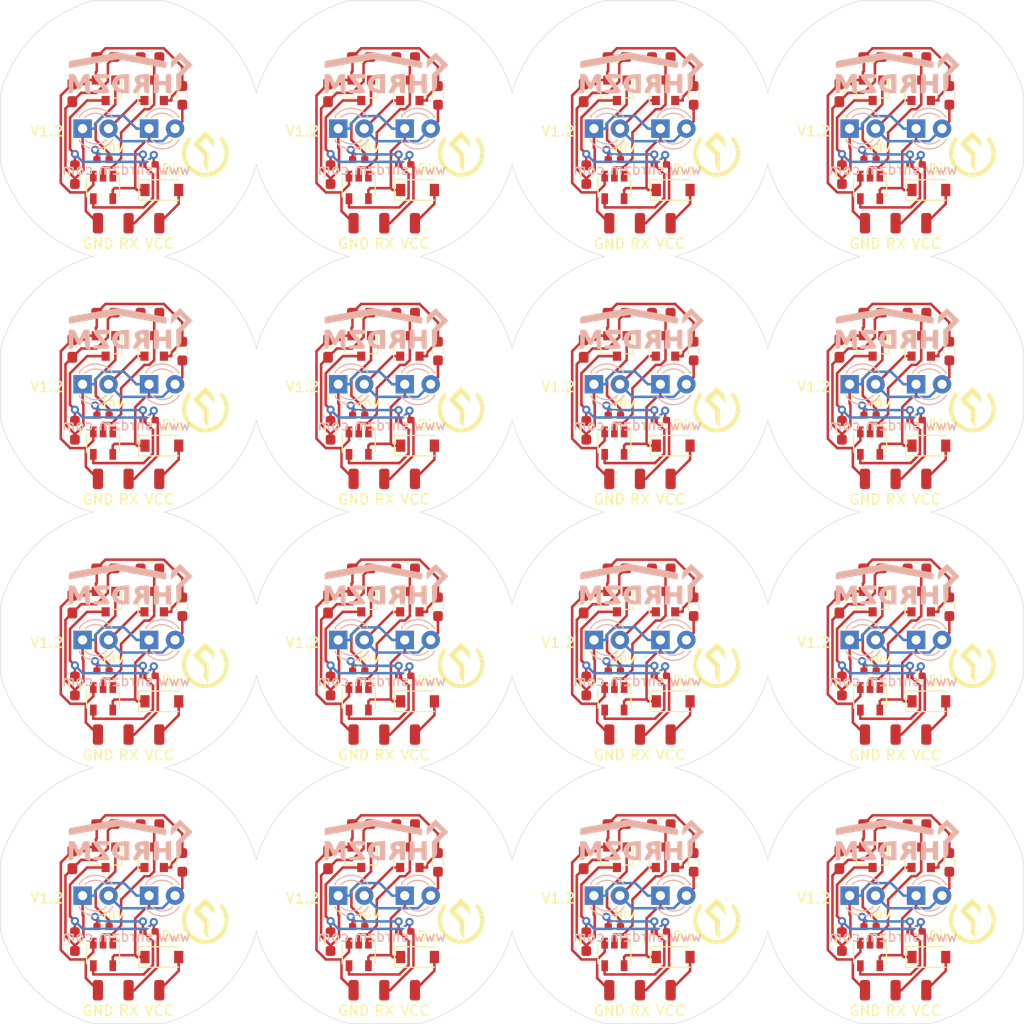
<source format=kicad_pcb>
(kicad_pcb (version 20171130) (host pcbnew "(5.1.9)-1")
  (layers (0 F.Cu signal) (31 B.Cu signal) (34 B.Paste user) (35 F.Paste user) (36 B.SilkS user) (37 F.SilkS user) (38 B.Mask user) (39 F.Mask user) (44 Edge.Cuts user))
  (net 0 "")
  (net 1 GND)
  (net 2 "Net-(D1-Pad2)")
  (net 3 "Net-(H2-Pad1)")
  (net 4 "Net-(IC1-Pad1)")
  (net 5 "Net-(IC1-Pad2)")
  (net 6 "Net-(Q1-Pad2)")
  (net 7 +3V3)
  (net 8 "Net-(IC1-Pad4)")
  (net 9 "Net-(Q4-Pad1)")
  (module Connector_Wire:SolderWirePad_1x01_SMD_1x2mm (layer F.Cu) (at 92 139.25)
    (fp_text reference H3 hide)
    (fp_text value GND (at 0 2) (layer F.SilkS))
    (pad 1 smd roundrect (at 0 0) (size 1 2) (layers F.Cu F.Paste F.Mask) (net 1 GND))
  )
  (module Connector_Wire:SolderWirePad_1x01_SMD_1x2mm (layer F.Cu) (at 148 139.25)
    (fp_text reference H1 hide)
    (fp_text value VCC (at 0 2) (layer F.SilkS))
    (pad 1 smd roundrect (at 0 0) (size 1 2) (layers F.Cu F.Paste F.Mask) (net 2 "Net-(D1-Pad2)"))
  )
  (module Package_TO_SOT_SMD:SOT-23 (layer F.Cu) (at 142.75 126.25 270)
    (fp_text reference Q4 hide)
    (fp_text value BC847 hide)
    (pad 3 smd rect (at 1 0 270) (size 0.9 0.8) (layers F.Cu F.Paste F.Mask) (net 3 "Net-(H2-Pad1)"))
    (pad 2 smd rect (at -1 0.95 270) (size 0.9 0.8) (layers F.Cu F.Paste F.Mask) (net 1 GND))
    (pad 1 smd rect (at -1 -0.95 270) (size 0.9 0.8) (layers F.Cu F.Paste F.Mask) (net 9 "Net-(Q4-Pad1)"))
  )
  (module Resistor_SMD:R_0402_1005Metric_Pad0.72x0.64mm_HandSolder (layer F.Cu) (at 142.5 133 180)
    (fp_text reference R4 hide)
    (fp_text value Inv (at -1 1.25) (layer F.SilkS))
    (pad 2 smd roundrect (at 0.5975 0 180) (size 0.715 0.64) (layers F.Cu F.Paste F.Mask) (net 8 "Net-(IC1-Pad4)"))
    (pad 1 smd roundrect (at -0.5975 0 180) (size 0.715 0.64) (layers F.Cu F.Paste F.Mask) (net 9 "Net-(Q4-Pad1)"))
  )
  (module Resistor_SMD:R_0603_1608Metric_Pad0.98x0.95mm_HandSolder (layer F.Cu) (at 139.75 134.5 90)
    (fp_text reference R5 hide)
    (fp_text value 10K)
    (pad 2 smd roundrect (at 0.9125 0 90) (size 0.975 0.95) (layers F.Cu F.Paste F.Mask) (net 3 "Net-(H2-Pad1)"))
    (pad 1 smd roundrect (at -0.9125 0 90) (size 0.975 0.95) (layers F.Cu F.Paste F.Mask) (net 7 +3V3))
  )
  (module Package_TO_SOT_SMD:SOT-23 (layer F.Cu) (at 147.5 126.25 90)
    (fp_text reference Q3 hide)
    (fp_text value BC817 hide)
    (pad 3 smd rect (at 1 0 90) (size 0.9 0.8) (layers F.Cu F.Paste F.Mask) (net 5 "Net-(IC1-Pad2)"))
    (pad 2 smd rect (at -1 0.95 90) (size 0.9 0.8) (layers F.Cu F.Paste F.Mask) (net 1 GND))
    (pad 1 smd rect (at -1 -0.95 90) (size 0.9 0.8) (layers F.Cu F.Paste F.Mask) (net 6 "Net-(Q1-Pad2)"))
  )
  (module Package_TO_SOT_SMD:SOT-23-5 (layer F.Cu) (at 92.5 135.75 270)
    (fp_text reference IC1 hide)
    (fp_text value 74LVC1G17DBVR hide)
    (pad 5 smd rect (at 1.1 -0.95 270) (size 1.06 0.65) (layers F.Cu F.Paste F.Mask) (net 7 +3V3))
    (pad 4 smd rect (at 1.1 0.95 270) (size 1.06 0.65) (layers F.Cu F.Paste F.Mask) (net 8 "Net-(IC1-Pad4)"))
    (pad 3 smd rect (at -1.1 0.95 270) (size 1.06 0.65) (layers F.Cu F.Paste F.Mask) (net 1 GND))
    (pad 2 smd rect (at -1.1 0 270) (size 1.06 0.65) (layers F.Cu F.Paste F.Mask) (net 5 "Net-(IC1-Pad2)"))
    (pad 1 smd rect (at -1.1 -0.95 270) (size 1.06 0.65) (layers F.Cu F.Paste F.Mask) (net 4 "Net-(IC1-Pad1)"))
  )
  (module Diode_SMD:D_SOD-123 (layer F.Cu) (at 98.25 136)
    (fp_text reference D1 hide)
    (fp_text value BAT46W)
    (pad 2 smd rect (at 1.65 0) (size 0.9 1.2) (layers F.Cu F.Paste F.Mask) (net 2 "Net-(D1-Pad2)"))
    (pad 1 smd rect (at -1.65 0) (size 0.9 1.2) (layers F.Cu F.Paste F.Mask) (net 7 +3V3))
  )
  (module Resistor_SMD:R_0402_1005Metric_Pad0.72x0.64mm_HandSolder (layer F.Cu) (at 147 133.5 180)
    (fp_text reference R3 hide)
    (fp_text value Dir (at -2.25 -0.5) (layer F.SilkS))
    (pad 2 smd roundrect (at 0.5975 0 180) (size 0.715 0.64) (layers F.Cu F.Paste F.Mask) (net 8 "Net-(IC1-Pad4)"))
    (pad 1 smd roundrect (at -0.5975 0 180) (size 0.715 0.64) (layers F.Cu F.Paste F.Mask) (net 3 "Net-(H2-Pad1)"))
  )
  (module Connector_Wire:SolderWirePad_1x01_SMD_1x2mm (layer F.Cu) (at 73 139.25)
    (fp_text reference H1 hide)
    (fp_text value VCC (at 0 2) (layer F.SilkS))
    (pad 1 smd roundrect (at 0 0) (size 1 2) (layers F.Cu F.Paste F.Mask) (net 2 "Net-(D1-Pad2)"))
  )
  (module LED_THT:LED_D3.0mm (layer B.Cu) (at 72 130)
    (fp_text reference Q2 hide)
    (fp_text value SFH309 hide)
    (pad 1 thru_hole rect (at 0 0) (size 1.8 1.8) (drill 0.9) (layers *.Cu *.Mask) (net 7 +3V3))
    (pad 2 thru_hole circle (at 2.54 0) (size 1.8 1.8) (drill 0.9) (layers *.Cu *.Mask) (net 6 "Net-(Q1-Pad2)"))
  )
  (module Package_TO_SOT_SMD:SOT-23 (layer F.Cu) (at 97.5 126.25 90)
    (fp_text reference Q3 hide)
    (fp_text value BC817 hide)
    (pad 3 smd rect (at 1 0 90) (size 0.9 0.8) (layers F.Cu F.Paste F.Mask) (net 5 "Net-(IC1-Pad2)"))
    (pad 2 smd rect (at -1 0.95 90) (size 0.9 0.8) (layers F.Cu F.Paste F.Mask) (net 1 GND))
    (pad 1 smd rect (at -1 -0.95 90) (size 0.9 0.8) (layers F.Cu F.Paste F.Mask) (net 6 "Net-(Q1-Pad2)"))
  )
  (module LED_THT:LED_D3.0mm (layer B.Cu) (at 90.5 130)
    (fp_text reference Q1 hide)
    (fp_text value SFH309 hide)
    (pad 2 thru_hole circle (at 2.54 0) (size 1.8 1.8) (drill 0.9) (layers *.Cu *.Mask) (net 6 "Net-(Q1-Pad2)"))
    (pad 1 thru_hole rect (at 0 0) (size 1.8 1.8) (drill 0.9) (layers *.Cu *.Mask) (net 7 +3V3))
  )
  (module Connector_Wire:SolderWirePad_1x01_SMD_1x2mm (layer F.Cu) (at 95 139.25)
    (fp_text reference H2 hide)
    (fp_text value RX (at 0 2) (layer F.SilkS))
    (pad 1 smd roundrect (at 0 0) (size 1 2) (layers F.Cu F.Paste F.Mask) (net 3 "Net-(H2-Pad1)"))
  )
  (module Capacitor_SMD:C_0603_1608Metric_Pad1.08x0.95mm_HandSolder (layer F.Cu) (at 64.5 126.5 90)
    (fp_text reference C2 hide)
    (fp_text value 1uF)
    (pad 1 smd roundrect (at -0.8625 0 90) (size 1.075 0.95) (layers F.Cu F.Paste F.Mask) (net 7 +3V3))
    (pad 2 smd roundrect (at 0.8625 0 90) (size 1.075 0.95) (layers F.Cu F.Paste F.Mask) (net 1 GND))
  )
  (module Capacitor_SMD:C_0603_1608Metric_Pad1.08x0.95mm_HandSolder (layer F.Cu) (at 92.75 123 180)
    (fp_text reference C1 hide)
    (fp_text value 1uF hide)
    (pad 2 smd roundrect (at 0.8625 0 180) (size 1.075 0.95) (layers F.Cu F.Paste F.Mask) (net 1 GND))
    (pad 1 smd roundrect (at -0.8625 0 180) (size 1.075 0.95) (layers F.Cu F.Paste F.Mask) (net 7 +3V3))
  )
  (module Package_TO_SOT_SMD:SOT-23-5 (layer F.Cu) (at 142.5 135.75 270)
    (fp_text reference IC1 hide)
    (fp_text value 74LVC1G17DBVR hide)
    (pad 5 smd rect (at 1.1 -0.95 270) (size 1.06 0.65) (layers F.Cu F.Paste F.Mask) (net 7 +3V3))
    (pad 4 smd rect (at 1.1 0.95 270) (size 1.06 0.65) (layers F.Cu F.Paste F.Mask) (net 8 "Net-(IC1-Pad4)"))
    (pad 3 smd rect (at -1.1 0.95 270) (size 1.06 0.65) (layers F.Cu F.Paste F.Mask) (net 1 GND))
    (pad 2 smd rect (at -1.1 0 270) (size 1.06 0.65) (layers F.Cu F.Paste F.Mask) (net 5 "Net-(IC1-Pad2)"))
    (pad 1 smd rect (at -1.1 -0.95 270) (size 1.06 0.65) (layers F.Cu F.Paste F.Mask) (net 4 "Net-(IC1-Pad1)"))
  )
  (module LED_THT:LED_D3.0mm (layer B.Cu) (at 140.5 130)
    (fp_text reference Q1 hide)
    (fp_text value SFH309 hide)
    (pad 2 thru_hole circle (at 2.54 0) (size 1.8 1.8) (drill 0.9) (layers *.Cu *.Mask) (net 6 "Net-(Q1-Pad2)"))
    (pad 1 thru_hole rect (at 0 0) (size 1.8 1.8) (drill 0.9) (layers *.Cu *.Mask) (net 7 +3V3))
  )
  (module Connector_Wire:SolderWirePad_1x01_SMD_1x2mm (layer F.Cu) (at 70 139.25)
    (fp_text reference H2 hide)
    (fp_text value RX (at 0 2) (layer F.SilkS))
    (pad 1 smd roundrect (at 0 0) (size 1 2) (layers F.Cu F.Paste F.Mask) (net 3 "Net-(H2-Pad1)"))
  )
  (module Diode_SMD:D_SOD-123 (layer F.Cu) (at 73.25 136)
    (fp_text reference D1 hide)
    (fp_text value BAT46W)
    (pad 1 smd rect (at -1.65 0) (size 0.9 1.2) (layers F.Cu F.Paste F.Mask) (net 7 +3V3))
    (pad 2 smd rect (at 1.65 0) (size 0.9 1.2) (layers F.Cu F.Paste F.Mask) (net 2 "Net-(D1-Pad2)"))
  )
  (module Connector_Wire:SolderWirePad_1x01_SMD_1x2mm (layer F.Cu) (at 67 139.25)
    (fp_text reference H3 hide)
    (fp_text value GND (at 0 2) (layer F.SilkS))
    (pad 1 smd roundrect (at 0 0) (size 1 2) (layers F.Cu F.Paste F.Mask) (net 1 GND))
  )
  (module Package_TO_SOT_SMD:SOT-23-5 (layer F.Cu) (at 67.5 135.75 270)
    (fp_text reference IC1 hide)
    (fp_text value 74LVC1G17DBVR hide)
    (pad 1 smd rect (at -1.1 -0.95 270) (size 1.06 0.65) (layers F.Cu F.Paste F.Mask) (net 4 "Net-(IC1-Pad1)"))
    (pad 2 smd rect (at -1.1 0 270) (size 1.06 0.65) (layers F.Cu F.Paste F.Mask) (net 5 "Net-(IC1-Pad2)"))
    (pad 3 smd rect (at -1.1 0.95 270) (size 1.06 0.65) (layers F.Cu F.Paste F.Mask) (net 1 GND))
    (pad 4 smd rect (at 1.1 0.95 270) (size 1.06 0.65) (layers F.Cu F.Paste F.Mask) (net 8 "Net-(IC1-Pad4)"))
    (pad 5 smd rect (at 1.1 -0.95 270) (size 1.06 0.65) (layers F.Cu F.Paste F.Mask) (net 7 +3V3))
  )
  (module Capacitor_SMD:C_0603_1608Metric_Pad1.08x0.95mm_HandSolder (layer F.Cu) (at 67.75 123 180)
    (fp_text reference C1 hide)
    (fp_text value 1uF hide)
    (pad 1 smd roundrect (at -0.8625 0 180) (size 1.075 0.95) (layers F.Cu F.Paste F.Mask) (net 7 +3V3))
    (pad 2 smd roundrect (at 0.8625 0 180) (size 1.075 0.95) (layers F.Cu F.Paste F.Mask) (net 1 GND))
  )
  (module Package_TO_SOT_SMD:SOT-23 (layer F.Cu) (at 72.5 126.25 90)
    (fp_text reference Q3 hide)
    (fp_text value BC817 hide)
    (pad 1 smd rect (at -1 -0.95 90) (size 0.9 0.8) (layers F.Cu F.Paste F.Mask) (net 6 "Net-(Q1-Pad2)"))
    (pad 2 smd rect (at -1 0.95 90) (size 0.9 0.8) (layers F.Cu F.Paste F.Mask) (net 1 GND))
    (pad 3 smd rect (at 1 0 90) (size 0.9 0.8) (layers F.Cu F.Paste F.Mask) (net 5 "Net-(IC1-Pad2)"))
  )
  (module LED_THT:LED_D3.0mm (layer B.Cu) (at 65.5 130)
    (fp_text reference Q1 hide)
    (fp_text value SFH309 hide)
    (pad 1 thru_hole rect (at 0 0) (size 1.8 1.8) (drill 0.9) (layers *.Cu *.Mask) (net 7 +3V3))
    (pad 2 thru_hole circle (at 2.54 0) (size 1.8 1.8) (drill 0.9) (layers *.Cu *.Mask) (net 6 "Net-(Q1-Pad2)"))
  )
  (module "SHRDZM:SHRDZM Symbol 5x5" (layer F.Cu) (at 152.5 132.5)
    (fp_text reference G2 hide)
    (fp_text value LOGO hide)
  )
  (module Connector_Wire:SolderWirePad_1x01_SMD_1x2mm (layer F.Cu) (at 123 139.25)
    (fp_text reference H1 hide)
    (fp_text value VCC (at 0 2) (layer F.SilkS))
    (pad 1 smd roundrect (at 0 0) (size 1 2) (layers F.Cu F.Paste F.Mask) (net 2 "Net-(D1-Pad2)"))
  )
  (module Package_TO_SOT_SMD:SOT-23-5 (layer F.Cu) (at 117.5 135.75 270)
    (fp_text reference IC1 hide)
    (fp_text value 74LVC1G17DBVR hide)
    (pad 1 smd rect (at -1.1 -0.95 270) (size 1.06 0.65) (layers F.Cu F.Paste F.Mask) (net 4 "Net-(IC1-Pad1)"))
    (pad 2 smd rect (at -1.1 0 270) (size 1.06 0.65) (layers F.Cu F.Paste F.Mask) (net 5 "Net-(IC1-Pad2)"))
    (pad 3 smd rect (at -1.1 0.95 270) (size 1.06 0.65) (layers F.Cu F.Paste F.Mask) (net 1 GND))
    (pad 4 smd rect (at 1.1 0.95 270) (size 1.06 0.65) (layers F.Cu F.Paste F.Mask) (net 8 "Net-(IC1-Pad4)"))
    (pad 5 smd rect (at 1.1 -0.95 270) (size 1.06 0.65) (layers F.Cu F.Paste F.Mask) (net 7 +3V3))
  )
  (module "SHRDZM:SHRDZM Symbol 5x5" (layer F.Cu) (at 127.5 132.5)
    (fp_text reference G2 hide)
    (fp_text value LOGO hide)
  )
  (module Resistor_SMD:R_0603_1608Metric_Pad0.98x0.95mm_HandSolder (layer F.Cu) (at 122.0875 123)
    (fp_text reference R2 hide)
    (fp_text value 13K)
    (pad 1 smd roundrect (at -0.9125 0) (size 0.975 0.95) (layers F.Cu F.Paste F.Mask) (net 7 +3V3))
    (pad 2 smd roundrect (at 0.9125 0) (size 0.975 0.95) (layers F.Cu F.Paste F.Mask) (net 5 "Net-(IC1-Pad2)"))
  )
  (module Capacitor_SMD:C_0603_1608Metric_Pad1.08x0.95mm_HandSolder (layer F.Cu) (at 114.5 126.5 90)
    (fp_text reference C2 hide)
    (fp_text value 1uF)
    (pad 1 smd roundrect (at -0.8625 0 90) (size 1.075 0.95) (layers F.Cu F.Paste F.Mask) (net 7 +3V3))
    (pad 2 smd roundrect (at 0.8625 0 90) (size 1.075 0.95) (layers F.Cu F.Paste F.Mask) (net 1 GND))
  )
  (module Connector_Wire:SolderWirePad_1x01_SMD_1x2mm (layer F.Cu) (at 120 139.25)
    (fp_text reference H2 hide)
    (fp_text value RX (at 0 2) (layer F.SilkS))
    (pad 1 smd roundrect (at 0 0) (size 1 2) (layers F.Cu F.Paste F.Mask) (net 3 "Net-(H2-Pad1)"))
  )
  (module LED_THT:LED_D3.0mm (layer B.Cu) (at 122 130)
    (fp_text reference Q2 hide)
    (fp_text value SFH309 hide)
    (pad 1 thru_hole rect (at 0 0) (size 1.8 1.8) (drill 0.9) (layers *.Cu *.Mask) (net 7 +3V3))
    (pad 2 thru_hole circle (at 2.54 0) (size 1.8 1.8) (drill 0.9) (layers *.Cu *.Mask) (net 6 "Net-(Q1-Pad2)"))
  )
  (module Package_TO_SOT_SMD:SOT-23 (layer F.Cu) (at 117.75 126.25 270)
    (fp_text reference Q4 hide)
    (fp_text value BC847 hide)
    (pad 1 smd rect (at -1 -0.95 270) (size 0.9 0.8) (layers F.Cu F.Paste F.Mask) (net 9 "Net-(Q4-Pad1)"))
    (pad 2 smd rect (at -1 0.95 270) (size 0.9 0.8) (layers F.Cu F.Paste F.Mask) (net 1 GND))
    (pad 3 smd rect (at 1 0 270) (size 0.9 0.8) (layers F.Cu F.Paste F.Mask) (net 3 "Net-(H2-Pad1)"))
  )
  (module Resistor_SMD:R_0603_1608Metric_Pad0.98x0.95mm_HandSolder (layer F.Cu) (at 147.0875 123)
    (fp_text reference R2 hide)
    (fp_text value 13K)
    (pad 2 smd roundrect (at 0.9125 0) (size 0.975 0.95) (layers F.Cu F.Paste F.Mask) (net 5 "Net-(IC1-Pad2)"))
    (pad 1 smd roundrect (at -0.9125 0) (size 0.975 0.95) (layers F.Cu F.Paste F.Mask) (net 7 +3V3))
  )
  (module "SHRDZM:SHRDZM 12x4" (layer B.Cu) (at 120.25 124.5 180)
    (fp_text reference G1 hide)
    (fp_text value LOGO hide)
  )
  (module Resistor_SMD:R_0402_1005Metric_Pad0.72x0.64mm_HandSolder (layer F.Cu) (at 122 133.5 180)
    (fp_text reference R3 hide)
    (fp_text value Dir (at -2.25 -0.5) (layer F.SilkS))
    (pad 1 smd roundrect (at -0.5975 0 180) (size 0.715 0.64) (layers F.Cu F.Paste F.Mask) (net 3 "Net-(H2-Pad1)"))
    (pad 2 smd roundrect (at 0.5975 0 180) (size 0.715 0.64) (layers F.Cu F.Paste F.Mask) (net 8 "Net-(IC1-Pad4)"))
  )
  (module Resistor_SMD:R_0603_1608Metric_Pad0.98x0.95mm_HandSolder (layer F.Cu) (at 75.25 126.75 90)
    (fp_text reference R1 hide)
    (fp_text value 13K hide)
    (pad 1 smd roundrect (at -0.9125 0 90) (size 0.975 0.95) (layers F.Cu F.Paste F.Mask) (net 6 "Net-(Q1-Pad2)"))
    (pad 2 smd roundrect (at 0.9125 0 90) (size 0.975 0.95) (layers F.Cu F.Paste F.Mask) (net 1 GND))
  )
  (module Resistor_SMD:R_0402_1005Metric_Pad0.72x0.64mm_HandSolder (layer F.Cu) (at 67.5 133 180)
    (fp_text reference R4 hide)
    (fp_text value Inv (at -1 1.25) (layer F.SilkS))
    (pad 1 smd roundrect (at -0.5975 0 180) (size 0.715 0.64) (layers F.Cu F.Paste F.Mask) (net 9 "Net-(Q4-Pad1)"))
    (pad 2 smd roundrect (at 0.5975 0 180) (size 0.715 0.64) (layers F.Cu F.Paste F.Mask) (net 8 "Net-(IC1-Pad4)"))
  )
  (module Resistor_SMD:R_0603_1608Metric_Pad0.98x0.95mm_HandSolder (layer F.Cu) (at 114.75 134.5 90)
    (fp_text reference R5 hide)
    (fp_text value 10K)
    (pad 1 smd roundrect (at -0.9125 0 90) (size 0.975 0.95) (layers F.Cu F.Paste F.Mask) (net 7 +3V3))
    (pad 2 smd roundrect (at 0.9125 0 90) (size 0.975 0.95) (layers F.Cu F.Paste F.Mask) (net 3 "Net-(H2-Pad1)"))
  )
  (module Capacitor_SMD:C_0603_1608Metric_Pad1.08x0.95mm_HandSolder (layer F.Cu) (at 142.75 123 180)
    (fp_text reference C1 hide)
    (fp_text value 1uF hide)
    (pad 2 smd roundrect (at 0.8625 0 180) (size 1.075 0.95) (layers F.Cu F.Paste F.Mask) (net 1 GND))
    (pad 1 smd roundrect (at -0.8625 0 180) (size 1.075 0.95) (layers F.Cu F.Paste F.Mask) (net 7 +3V3))
  )
  (module Package_TO_SOT_SMD:SOT-23 (layer F.Cu) (at 92.75 126.25 270)
    (fp_text reference Q4 hide)
    (fp_text value BC847 hide)
    (pad 3 smd rect (at 1 0 270) (size 0.9 0.8) (layers F.Cu F.Paste F.Mask) (net 3 "Net-(H2-Pad1)"))
    (pad 2 smd rect (at -1 0.95 270) (size 0.9 0.8) (layers F.Cu F.Paste F.Mask) (net 1 GND))
    (pad 1 smd rect (at -1 -0.95 270) (size 0.9 0.8) (layers F.Cu F.Paste F.Mask) (net 9 "Net-(Q4-Pad1)"))
  )
  (module Diode_SMD:D_SOD-123 (layer F.Cu) (at 123.25 136)
    (fp_text reference D1 hide)
    (fp_text value BAT46W)
    (pad 1 smd rect (at -1.65 0) (size 0.9 1.2) (layers F.Cu F.Paste F.Mask) (net 7 +3V3))
    (pad 2 smd rect (at 1.65 0) (size 0.9 1.2) (layers F.Cu F.Paste F.Mask) (net 2 "Net-(D1-Pad2)"))
  )
  (module Resistor_SMD:R_0603_1608Metric_Pad0.98x0.95mm_HandSolder (layer F.Cu) (at 150.25 126.75 90)
    (fp_text reference R1 hide)
    (fp_text value 13K hide)
    (pad 2 smd roundrect (at 0.9125 0 90) (size 0.975 0.95) (layers F.Cu F.Paste F.Mask) (net 1 GND))
    (pad 1 smd roundrect (at -0.9125 0 90) (size 0.975 0.95) (layers F.Cu F.Paste F.Mask) (net 6 "Net-(Q1-Pad2)"))
  )
  (module Connector_Wire:SolderWirePad_1x01_SMD_1x2mm (layer F.Cu) (at 145 139.25)
    (fp_text reference H2 hide)
    (fp_text value RX (at 0 2) (layer F.SilkS))
    (pad 1 smd roundrect (at 0 0) (size 1 2) (layers F.Cu F.Paste F.Mask) (net 3 "Net-(H2-Pad1)"))
  )
  (module Resistor_SMD:R_0603_1608Metric_Pad0.98x0.95mm_HandSolder (layer F.Cu) (at 100.25 126.75 90)
    (fp_text reference R1 hide)
    (fp_text value 13K hide)
    (pad 2 smd roundrect (at 0.9125 0 90) (size 0.975 0.95) (layers F.Cu F.Paste F.Mask) (net 1 GND))
    (pad 1 smd roundrect (at -0.9125 0 90) (size 0.975 0.95) (layers F.Cu F.Paste F.Mask) (net 6 "Net-(Q1-Pad2)"))
  )
  (module Connector_Wire:SolderWirePad_1x01_SMD_1x2mm (layer F.Cu) (at 98 139.25)
    (fp_text reference H1 hide)
    (fp_text value VCC (at 0 2) (layer F.SilkS))
    (pad 1 smd roundrect (at 0 0) (size 1 2) (layers F.Cu F.Paste F.Mask) (net 2 "Net-(D1-Pad2)"))
  )
  (module Connector_Wire:SolderWirePad_1x01_SMD_1x2mm (layer F.Cu) (at 142 139.25)
    (fp_text reference H3 hide)
    (fp_text value GND (at 0 2) (layer F.SilkS))
    (pad 1 smd roundrect (at 0 0) (size 1 2) (layers F.Cu F.Paste F.Mask) (net 1 GND))
  )
  (module Capacitor_SMD:C_0603_1608Metric_Pad1.08x0.95mm_HandSolder (layer F.Cu) (at 139.5 126.5 90)
    (fp_text reference C2 hide)
    (fp_text value 1uF)
    (pad 2 smd roundrect (at 0.8625 0 90) (size 1.075 0.95) (layers F.Cu F.Paste F.Mask) (net 1 GND))
    (pad 1 smd roundrect (at -0.8625 0 90) (size 1.075 0.95) (layers F.Cu F.Paste F.Mask) (net 7 +3V3))
  )
  (module Resistor_SMD:R_0402_1005Metric_Pad0.72x0.64mm_HandSolder (layer F.Cu) (at 92.5 133 180)
    (fp_text reference R4 hide)
    (fp_text value Inv (at -1 1.25) (layer F.SilkS))
    (pad 2 smd roundrect (at 0.5975 0 180) (size 0.715 0.64) (layers F.Cu F.Paste F.Mask) (net 8 "Net-(IC1-Pad4)"))
    (pad 1 smd roundrect (at -0.5975 0 180) (size 0.715 0.64) (layers F.Cu F.Paste F.Mask) (net 9 "Net-(Q4-Pad1)"))
  )
  (module Package_TO_SOT_SMD:SOT-23 (layer F.Cu) (at 67.75 126.25 270)
    (fp_text reference Q4 hide)
    (fp_text value BC847 hide)
    (pad 1 smd rect (at -1 -0.95 270) (size 0.9 0.8) (layers F.Cu F.Paste F.Mask) (net 9 "Net-(Q4-Pad1)"))
    (pad 2 smd rect (at -1 0.95 270) (size 0.9 0.8) (layers F.Cu F.Paste F.Mask) (net 1 GND))
    (pad 3 smd rect (at 1 0 270) (size 0.9 0.8) (layers F.Cu F.Paste F.Mask) (net 3 "Net-(H2-Pad1)"))
  )
  (module Resistor_SMD:R_0603_1608Metric_Pad0.98x0.95mm_HandSolder (layer F.Cu) (at 97.0875 123)
    (fp_text reference R2 hide)
    (fp_text value 13K)
    (pad 2 smd roundrect (at 0.9125 0) (size 0.975 0.95) (layers F.Cu F.Paste F.Mask) (net 5 "Net-(IC1-Pad2)"))
    (pad 1 smd roundrect (at -0.9125 0) (size 0.975 0.95) (layers F.Cu F.Paste F.Mask) (net 7 +3V3))
  )
  (module Diode_SMD:D_SOD-123 (layer F.Cu) (at 148.25 136)
    (fp_text reference D1 hide)
    (fp_text value BAT46W)
    (pad 2 smd rect (at 1.65 0) (size 0.9 1.2) (layers F.Cu F.Paste F.Mask) (net 2 "Net-(D1-Pad2)"))
    (pad 1 smd rect (at -1.65 0) (size 0.9 1.2) (layers F.Cu F.Paste F.Mask) (net 7 +3V3))
  )
  (module Connector_Wire:SolderWirePad_1x01_SMD_1x2mm (layer F.Cu) (at 117 139.25)
    (fp_text reference H3 hide)
    (fp_text value GND (at 0 2) (layer F.SilkS))
    (pad 1 smd roundrect (at 0 0) (size 1 2) (layers F.Cu F.Paste F.Mask) (net 1 GND))
  )
  (module "SHRDZM:SHRDZM Symbol 5x5" (layer F.Cu) (at 102.5 132.5)
    (fp_text reference G2 hide)
    (fp_text value LOGO hide)
  )
  (module Package_TO_SOT_SMD:SOT-23 (layer F.Cu) (at 122.5 126.25 90)
    (fp_text reference Q3 hide)
    (fp_text value BC817 hide)
    (pad 1 smd rect (at -1 -0.95 90) (size 0.9 0.8) (layers F.Cu F.Paste F.Mask) (net 6 "Net-(Q1-Pad2)"))
    (pad 2 smd rect (at -1 0.95 90) (size 0.9 0.8) (layers F.Cu F.Paste F.Mask) (net 1 GND))
    (pad 3 smd rect (at 1 0 90) (size 0.9 0.8) (layers F.Cu F.Paste F.Mask) (net 5 "Net-(IC1-Pad2)"))
  )
  (module Resistor_SMD:R_0402_1005Metric_Pad0.72x0.64mm_HandSolder (layer F.Cu) (at 72 133.5 180)
    (fp_text reference R3 hide)
    (fp_text value Dir (at -2.25 -0.5) (layer F.SilkS))
    (pad 1 smd roundrect (at -0.5975 0 180) (size 0.715 0.64) (layers F.Cu F.Paste F.Mask) (net 3 "Net-(H2-Pad1)"))
    (pad 2 smd roundrect (at 0.5975 0 180) (size 0.715 0.64) (layers F.Cu F.Paste F.Mask) (net 8 "Net-(IC1-Pad4)"))
  )
  (module Resistor_SMD:R_0603_1608Metric_Pad0.98x0.95mm_HandSolder (layer F.Cu) (at 89.75 134.5 90)
    (fp_text reference R5 hide)
    (fp_text value 10K)
    (pad 2 smd roundrect (at 0.9125 0 90) (size 0.975 0.95) (layers F.Cu F.Paste F.Mask) (net 3 "Net-(H2-Pad1)"))
    (pad 1 smd roundrect (at -0.9125 0 90) (size 0.975 0.95) (layers F.Cu F.Paste F.Mask) (net 7 +3V3))
  )
  (module Resistor_SMD:R_0603_1608Metric_Pad0.98x0.95mm_HandSolder (layer F.Cu) (at 64.75 134.5 90)
    (fp_text reference R5 hide)
    (fp_text value 10K)
    (pad 1 smd roundrect (at -0.9125 0 90) (size 0.975 0.95) (layers F.Cu F.Paste F.Mask) (net 7 +3V3))
    (pad 2 smd roundrect (at 0.9125 0 90) (size 0.975 0.95) (layers F.Cu F.Paste F.Mask) (net 3 "Net-(H2-Pad1)"))
  )
  (module Resistor_SMD:R_0603_1608Metric_Pad0.98x0.95mm_HandSolder (layer F.Cu) (at 125.25 126.75 90)
    (fp_text reference R1 hide)
    (fp_text value 13K hide)
    (pad 1 smd roundrect (at -0.9125 0 90) (size 0.975 0.95) (layers F.Cu F.Paste F.Mask) (net 6 "Net-(Q1-Pad2)"))
    (pad 2 smd roundrect (at 0.9125 0 90) (size 0.975 0.95) (layers F.Cu F.Paste F.Mask) (net 1 GND))
  )
  (module LED_THT:LED_D3.0mm (layer B.Cu) (at 147 130)
    (fp_text reference Q2 hide)
    (fp_text value SFH309 hide)
    (pad 2 thru_hole circle (at 2.54 0) (size 1.8 1.8) (drill 0.9) (layers *.Cu *.Mask) (net 6 "Net-(Q1-Pad2)"))
    (pad 1 thru_hole rect (at 0 0) (size 1.8 1.8) (drill 0.9) (layers *.Cu *.Mask) (net 7 +3V3))
  )
  (module Capacitor_SMD:C_0603_1608Metric_Pad1.08x0.95mm_HandSolder (layer F.Cu) (at 117.75 123 180)
    (fp_text reference C1 hide)
    (fp_text value 1uF hide)
    (pad 1 smd roundrect (at -0.8625 0 180) (size 1.075 0.95) (layers F.Cu F.Paste F.Mask) (net 7 +3V3))
    (pad 2 smd roundrect (at 0.8625 0 180) (size 1.075 0.95) (layers F.Cu F.Paste F.Mask) (net 1 GND))
  )
  (module Resistor_SMD:R_0402_1005Metric_Pad0.72x0.64mm_HandSolder (layer F.Cu) (at 97 133.5 180)
    (fp_text reference R3 hide)
    (fp_text value Dir (at -2.25 -0.5) (layer F.SilkS))
    (pad 2 smd roundrect (at 0.5975 0 180) (size 0.715 0.64) (layers F.Cu F.Paste F.Mask) (net 8 "Net-(IC1-Pad4)"))
    (pad 1 smd roundrect (at -0.5975 0 180) (size 0.715 0.64) (layers F.Cu F.Paste F.Mask) (net 3 "Net-(H2-Pad1)"))
  )
  (module LED_THT:LED_D3.0mm (layer B.Cu) (at 97 130)
    (fp_text reference Q2 hide)
    (fp_text value SFH309 hide)
    (pad 2 thru_hole circle (at 2.54 0) (size 1.8 1.8) (drill 0.9) (layers *.Cu *.Mask) (net 6 "Net-(Q1-Pad2)"))
    (pad 1 thru_hole rect (at 0 0) (size 1.8 1.8) (drill 0.9) (layers *.Cu *.Mask) (net 7 +3V3))
  )
  (module "SHRDZM:SHRDZM 12x4" (layer B.Cu) (at 95.25 124.5 180)
    (fp_text reference G1 hide)
    (fp_text value LOGO hide)
  )
  (module Resistor_SMD:R_0603_1608Metric_Pad0.98x0.95mm_HandSolder (layer F.Cu) (at 72.0875 123)
    (fp_text reference R2 hide)
    (fp_text value 13K)
    (pad 1 smd roundrect (at -0.9125 0) (size 0.975 0.95) (layers F.Cu F.Paste F.Mask) (net 7 +3V3))
    (pad 2 smd roundrect (at 0.9125 0) (size 0.975 0.95) (layers F.Cu F.Paste F.Mask) (net 5 "Net-(IC1-Pad2)"))
  )
  (module "SHRDZM:SHRDZM Symbol 5x5" (layer F.Cu) (at 77.5 132.5)
    (fp_text reference G2 hide)
    (fp_text value LOGO hide)
  )
  (module Capacitor_SMD:C_0603_1608Metric_Pad1.08x0.95mm_HandSolder (layer F.Cu) (at 89.5 126.5 90)
    (fp_text reference C2 hide)
    (fp_text value 1uF)
    (pad 2 smd roundrect (at 0.8625 0 90) (size 1.075 0.95) (layers F.Cu F.Paste F.Mask) (net 1 GND))
    (pad 1 smd roundrect (at -0.8625 0 90) (size 1.075 0.95) (layers F.Cu F.Paste F.Mask) (net 7 +3V3))
  )
  (module LED_THT:LED_D3.0mm (layer B.Cu) (at 115.5 130)
    (fp_text reference Q1 hide)
    (fp_text value SFH309 hide)
    (pad 1 thru_hole rect (at 0 0) (size 1.8 1.8) (drill 0.9) (layers *.Cu *.Mask) (net 7 +3V3))
    (pad 2 thru_hole circle (at 2.54 0) (size 1.8 1.8) (drill 0.9) (layers *.Cu *.Mask) (net 6 "Net-(Q1-Pad2)"))
  )
  (module Resistor_SMD:R_0402_1005Metric_Pad0.72x0.64mm_HandSolder (layer F.Cu) (at 117.5 133 180)
    (fp_text reference R4 hide)
    (fp_text value Inv (at -1 1.25) (layer F.SilkS))
    (pad 1 smd roundrect (at -0.5975 0 180) (size 0.715 0.64) (layers F.Cu F.Paste F.Mask) (net 9 "Net-(Q4-Pad1)"))
    (pad 2 smd roundrect (at 0.5975 0 180) (size 0.715 0.64) (layers F.Cu F.Paste F.Mask) (net 8 "Net-(IC1-Pad4)"))
  )
  (module "SHRDZM:SHRDZM 12x4" (layer B.Cu) (at 70.25 124.5 180)
    (fp_text reference G1 hide)
    (fp_text value LOGO hide)
  )
  (module "SHRDZM:SHRDZM 12x4" (layer B.Cu) (at 145.25 124.5 180)
    (fp_text reference G1 hide)
    (fp_text value LOGO hide)
  )
  (module Resistor_SMD:R_0603_1608Metric_Pad0.98x0.95mm_HandSolder (layer F.Cu) (at 147.0875 98)
    (fp_text reference R2 hide)
    (fp_text value 13K)
    (pad 1 smd roundrect (at -0.9125 0) (size 0.975 0.95) (layers F.Cu F.Paste F.Mask) (net 7 +3V3))
    (pad 2 smd roundrect (at 0.9125 0) (size 0.975 0.95) (layers F.Cu F.Paste F.Mask) (net 5 "Net-(IC1-Pad2)"))
  )
  (module LED_THT:LED_D3.0mm (layer B.Cu) (at 122 105)
    (fp_text reference Q2 hide)
    (fp_text value SFH309 hide)
    (pad 2 thru_hole circle (at 2.54 0) (size 1.8 1.8) (drill 0.9) (layers *.Cu *.Mask) (net 6 "Net-(Q1-Pad2)"))
    (pad 1 thru_hole rect (at 0 0) (size 1.8 1.8) (drill 0.9) (layers *.Cu *.Mask) (net 7 +3V3))
  )
  (module Connector_Wire:SolderWirePad_1x01_SMD_1x2mm (layer F.Cu) (at 120 114.25)
    (fp_text reference H2 hide)
    (fp_text value RX (at 0 2) (layer F.SilkS))
    (pad 1 smd roundrect (at 0 0) (size 1 2) (layers F.Cu F.Paste F.Mask) (net 3 "Net-(H2-Pad1)"))
  )
  (module "SHRDZM:SHRDZM Symbol 5x5" (layer F.Cu) (at 152.5 107.5)
    (fp_text reference G2 hide)
    (fp_text value LOGO hide)
  )
  (module Package_TO_SOT_SMD:SOT-23 (layer F.Cu) (at 117.75 101.25 270)
    (fp_text reference Q4 hide)
    (fp_text value BC847 hide)
    (pad 3 smd rect (at 1 0 270) (size 0.9 0.8) (layers F.Cu F.Paste F.Mask) (net 3 "Net-(H2-Pad1)"))
    (pad 2 smd rect (at -1 0.95 270) (size 0.9 0.8) (layers F.Cu F.Paste F.Mask) (net 1 GND))
    (pad 1 smd rect (at -1 -0.95 270) (size 0.9 0.8) (layers F.Cu F.Paste F.Mask) (net 9 "Net-(Q4-Pad1)"))
  )
  (module Package_TO_SOT_SMD:SOT-23-5 (layer F.Cu) (at 117.5 110.75 270)
    (fp_text reference IC1 hide)
    (fp_text value 74LVC1G17DBVR hide)
    (pad 5 smd rect (at 1.1 -0.95 270) (size 1.06 0.65) (layers F.Cu F.Paste F.Mask) (net 7 +3V3))
    (pad 4 smd rect (at 1.1 0.95 270) (size 1.06 0.65) (layers F.Cu F.Paste F.Mask) (net 8 "Net-(IC1-Pad4)"))
    (pad 3 smd rect (at -1.1 0.95 270) (size 1.06 0.65) (layers F.Cu F.Paste F.Mask) (net 1 GND))
    (pad 2 smd rect (at -1.1 0 270) (size 1.06 0.65) (layers F.Cu F.Paste F.Mask) (net 5 "Net-(IC1-Pad2)"))
    (pad 1 smd rect (at -1.1 -0.95 270) (size 1.06 0.65) (layers F.Cu F.Paste F.Mask) (net 4 "Net-(IC1-Pad1)"))
  )
  (module Connector_Wire:SolderWirePad_1x01_SMD_1x2mm (layer F.Cu) (at 123 114.25)
    (fp_text reference H1 hide)
    (fp_text value VCC (at 0 2) (layer F.SilkS))
    (pad 1 smd roundrect (at 0 0) (size 1 2) (layers F.Cu F.Paste F.Mask) (net 2 "Net-(D1-Pad2)"))
  )
  (module "SHRDZM:SHRDZM Symbol 5x5" (layer F.Cu) (at 127.5 107.5)
    (fp_text reference G2 hide)
    (fp_text value LOGO hide)
  )
  (module "SHRDZM:SHRDZM 12x4" (layer B.Cu) (at 120.25 99.5 180)
    (fp_text reference G1 hide)
    (fp_text value LOGO hide)
  )
  (module Capacitor_SMD:C_0603_1608Metric_Pad1.08x0.95mm_HandSolder (layer F.Cu) (at 114.5 101.5 90)
    (fp_text reference C2 hide)
    (fp_text value 1uF)
    (pad 2 smd roundrect (at 0.8625 0 90) (size 1.075 0.95) (layers F.Cu F.Paste F.Mask) (net 1 GND))
    (pad 1 smd roundrect (at -0.8625 0 90) (size 1.075 0.95) (layers F.Cu F.Paste F.Mask) (net 7 +3V3))
  )
  (module Resistor_SMD:R_0603_1608Metric_Pad0.98x0.95mm_HandSolder (layer F.Cu) (at 122.0875 98)
    (fp_text reference R2 hide)
    (fp_text value 13K)
    (pad 2 smd roundrect (at 0.9125 0) (size 0.975 0.95) (layers F.Cu F.Paste F.Mask) (net 5 "Net-(IC1-Pad2)"))
    (pad 1 smd roundrect (at -0.9125 0) (size 0.975 0.95) (layers F.Cu F.Paste F.Mask) (net 7 +3V3))
  )
  (module "SHRDZM:SHRDZM 12x4" (layer B.Cu) (at 145.25 99.5 180)
    (fp_text reference G1 hide)
    (fp_text value LOGO hide)
  )
  (module Connector_Wire:SolderWirePad_1x01_SMD_1x2mm (layer F.Cu) (at 145 114.25)
    (fp_text reference H2 hide)
    (fp_text value RX (at 0 2) (layer F.SilkS))
    (pad 1 smd roundrect (at 0 0) (size 1 2) (layers F.Cu F.Paste F.Mask) (net 3 "Net-(H2-Pad1)"))
  )
  (module Resistor_SMD:R_0603_1608Metric_Pad0.98x0.95mm_HandSolder (layer F.Cu) (at 100.25 101.75 90)
    (fp_text reference R1 hide)
    (fp_text value 13K hide)
    (pad 1 smd roundrect (at -0.9125 0 90) (size 0.975 0.95) (layers F.Cu F.Paste F.Mask) (net 6 "Net-(Q1-Pad2)"))
    (pad 2 smd roundrect (at 0.9125 0 90) (size 0.975 0.95) (layers F.Cu F.Paste F.Mask) (net 1 GND))
  )
  (module LED_THT:LED_D3.0mm (layer B.Cu) (at 97 105)
    (fp_text reference Q2 hide)
    (fp_text value SFH309 hide)
    (pad 1 thru_hole rect (at 0 0) (size 1.8 1.8) (drill 0.9) (layers *.Cu *.Mask) (net 7 +3V3))
    (pad 2 thru_hole circle (at 2.54 0) (size 1.8 1.8) (drill 0.9) (layers *.Cu *.Mask) (net 6 "Net-(Q1-Pad2)"))
  )
  (module Connector_Wire:SolderWirePad_1x01_SMD_1x2mm (layer F.Cu) (at 98 114.25)
    (fp_text reference H1 hide)
    (fp_text value VCC (at 0 2) (layer F.SilkS))
    (pad 1 smd roundrect (at 0 0) (size 1 2) (layers F.Cu F.Paste F.Mask) (net 2 "Net-(D1-Pad2)"))
  )
  (module Package_TO_SOT_SMD:SOT-23 (layer F.Cu) (at 67.75 101.25 270)
    (fp_text reference Q4 hide)
    (fp_text value BC847 hide)
    (pad 3 smd rect (at 1 0 270) (size 0.9 0.8) (layers F.Cu F.Paste F.Mask) (net 3 "Net-(H2-Pad1)"))
    (pad 2 smd rect (at -1 0.95 270) (size 0.9 0.8) (layers F.Cu F.Paste F.Mask) (net 1 GND))
    (pad 1 smd rect (at -1 -0.95 270) (size 0.9 0.8) (layers F.Cu F.Paste F.Mask) (net 9 "Net-(Q4-Pad1)"))
  )
  (module "SHRDZM:SHRDZM 12x4" (layer B.Cu) (at 95.25 99.5 180)
    (fp_text reference G1 hide)
    (fp_text value LOGO hide)
  )
  (module Resistor_SMD:R_0603_1608Metric_Pad0.98x0.95mm_HandSolder (layer F.Cu) (at 97.0875 98)
    (fp_text reference R2 hide)
    (fp_text value 13K)
    (pad 1 smd roundrect (at -0.9125 0) (size 0.975 0.95) (layers F.Cu F.Paste F.Mask) (net 7 +3V3))
    (pad 2 smd roundrect (at 0.9125 0) (size 0.975 0.95) (layers F.Cu F.Paste F.Mask) (net 5 "Net-(IC1-Pad2)"))
  )
  (module Diode_SMD:D_SOD-123 (layer F.Cu) (at 148.25 111)
    (fp_text reference D1 hide)
    (fp_text value BAT46W)
    (pad 1 smd rect (at -1.65 0) (size 0.9 1.2) (layers F.Cu F.Paste F.Mask) (net 7 +3V3))
    (pad 2 smd rect (at 1.65 0) (size 0.9 1.2) (layers F.Cu F.Paste F.Mask) (net 2 "Net-(D1-Pad2)"))
  )
  (module Resistor_SMD:R_0603_1608Metric_Pad0.98x0.95mm_HandSolder (layer F.Cu) (at 72.0875 98)
    (fp_text reference R2 hide)
    (fp_text value 13K)
    (pad 2 smd roundrect (at 0.9125 0) (size 0.975 0.95) (layers F.Cu F.Paste F.Mask) (net 5 "Net-(IC1-Pad2)"))
    (pad 1 smd roundrect (at -0.9125 0) (size 0.975 0.95) (layers F.Cu F.Paste F.Mask) (net 7 +3V3))
  )
  (module Resistor_SMD:R_0402_1005Metric_Pad0.72x0.64mm_HandSolder (layer F.Cu) (at 122 108.5 180)
    (fp_text reference R3 hide)
    (fp_text value Dir (at -2.25 -0.5) (layer F.SilkS))
    (pad 2 smd roundrect (at 0.5975 0 180) (size 0.715 0.64) (layers F.Cu F.Paste F.Mask) (net 8 "Net-(IC1-Pad4)"))
    (pad 1 smd roundrect (at -0.5975 0 180) (size 0.715 0.64) (layers F.Cu F.Paste F.Mask) (net 3 "Net-(H2-Pad1)"))
  )
  (module Capacitor_SMD:C_0603_1608Metric_Pad1.08x0.95mm_HandSolder (layer F.Cu) (at 139.5 101.5 90)
    (fp_text reference C2 hide)
    (fp_text value 1uF)
    (pad 1 smd roundrect (at -0.8625 0 90) (size 1.075 0.95) (layers F.Cu F.Paste F.Mask) (net 7 +3V3))
    (pad 2 smd roundrect (at 0.8625 0 90) (size 1.075 0.95) (layers F.Cu F.Paste F.Mask) (net 1 GND))
  )
  (module Resistor_SMD:R_0603_1608Metric_Pad0.98x0.95mm_HandSolder (layer F.Cu) (at 125.25 101.75 90)
    (fp_text reference R1 hide)
    (fp_text value 13K hide)
    (pad 2 smd roundrect (at 0.9125 0 90) (size 0.975 0.95) (layers F.Cu F.Paste F.Mask) (net 1 GND))
    (pad 1 smd roundrect (at -0.9125 0 90) (size 0.975 0.95) (layers F.Cu F.Paste F.Mask) (net 6 "Net-(Q1-Pad2)"))
  )
  (module Resistor_SMD:R_0603_1608Metric_Pad0.98x0.95mm_HandSolder (layer F.Cu) (at 64.75 109.5 90)
    (fp_text reference R5 hide)
    (fp_text value 10K)
    (pad 2 smd roundrect (at 0.9125 0 90) (size 0.975 0.95) (layers F.Cu F.Paste F.Mask) (net 3 "Net-(H2-Pad1)"))
    (pad 1 smd roundrect (at -0.9125 0 90) (size 0.975 0.95) (layers F.Cu F.Paste F.Mask) (net 7 +3V3))
  )
  (module Resistor_SMD:R_0603_1608Metric_Pad0.98x0.95mm_HandSolder (layer F.Cu) (at 75.25 101.75 90)
    (fp_text reference R1 hide)
    (fp_text value 13K hide)
    (pad 2 smd roundrect (at 0.9125 0 90) (size 0.975 0.95) (layers F.Cu F.Paste F.Mask) (net 1 GND))
    (pad 1 smd roundrect (at -0.9125 0 90) (size 0.975 0.95) (layers F.Cu F.Paste F.Mask) (net 6 "Net-(Q1-Pad2)"))
  )
  (module Resistor_SMD:R_0402_1005Metric_Pad0.72x0.64mm_HandSolder (layer F.Cu) (at 67.5 108 180)
    (fp_text reference R4 hide)
    (fp_text value Inv (at -1 1.25) (layer F.SilkS))
    (pad 2 smd roundrect (at 0.5975 0 180) (size 0.715 0.64) (layers F.Cu F.Paste F.Mask) (net 8 "Net-(IC1-Pad4)"))
    (pad 1 smd roundrect (at -0.5975 0 180) (size 0.715 0.64) (layers F.Cu F.Paste F.Mask) (net 9 "Net-(Q4-Pad1)"))
  )
  (module Capacitor_SMD:C_0603_1608Metric_Pad1.08x0.95mm_HandSolder (layer F.Cu) (at 142.75 98 180)
    (fp_text reference C1 hide)
    (fp_text value 1uF hide)
    (pad 1 smd roundrect (at -0.8625 0 180) (size 1.075 0.95) (layers F.Cu F.Paste F.Mask) (net 7 +3V3))
    (pad 2 smd roundrect (at 0.8625 0 180) (size 1.075 0.95) (layers F.Cu F.Paste F.Mask) (net 1 GND))
  )
  (module Resistor_SMD:R_0402_1005Metric_Pad0.72x0.64mm_HandSolder (layer F.Cu) (at 117.5 108 180)
    (fp_text reference R4 hide)
    (fp_text value Inv (at -1 1.25) (layer F.SilkS))
    (pad 2 smd roundrect (at 0.5975 0 180) (size 0.715 0.64) (layers F.Cu F.Paste F.Mask) (net 8 "Net-(IC1-Pad4)"))
    (pad 1 smd roundrect (at -0.5975 0 180) (size 0.715 0.64) (layers F.Cu F.Paste F.Mask) (net 9 "Net-(Q4-Pad1)"))
  )
  (module Diode_SMD:D_SOD-123 (layer F.Cu) (at 123.25 111)
    (fp_text reference D1 hide)
    (fp_text value BAT46W)
    (pad 2 smd rect (at 1.65 0) (size 0.9 1.2) (layers F.Cu F.Paste F.Mask) (net 2 "Net-(D1-Pad2)"))
    (pad 1 smd rect (at -1.65 0) (size 0.9 1.2) (layers F.Cu F.Paste F.Mask) (net 7 +3V3))
  )
  (module "SHRDZM:SHRDZM 12x4" (layer B.Cu) (at 70.25 99.5 180)
    (fp_text reference G1 hide)
    (fp_text value LOGO hide)
  )
  (module Package_TO_SOT_SMD:SOT-23 (layer F.Cu) (at 92.75 101.25 270)
    (fp_text reference Q4 hide)
    (fp_text value BC847 hide)
    (pad 1 smd rect (at -1 -0.95 270) (size 0.9 0.8) (layers F.Cu F.Paste F.Mask) (net 9 "Net-(Q4-Pad1)"))
    (pad 2 smd rect (at -1 0.95 270) (size 0.9 0.8) (layers F.Cu F.Paste F.Mask) (net 1 GND))
    (pad 3 smd rect (at 1 0 270) (size 0.9 0.8) (layers F.Cu F.Paste F.Mask) (net 3 "Net-(H2-Pad1)"))
  )
  (module Connector_Wire:SolderWirePad_1x01_SMD_1x2mm (layer F.Cu) (at 117 114.25)
    (fp_text reference H3 hide)
    (fp_text value GND (at 0 2) (layer F.SilkS))
    (pad 1 smd roundrect (at 0 0) (size 1 2) (layers F.Cu F.Paste F.Mask) (net 1 GND))
  )
  (module Capacitor_SMD:C_0603_1608Metric_Pad1.08x0.95mm_HandSolder (layer F.Cu) (at 89.5 101.5 90)
    (fp_text reference C2 hide)
    (fp_text value 1uF)
    (pad 1 smd roundrect (at -0.8625 0 90) (size 1.075 0.95) (layers F.Cu F.Paste F.Mask) (net 7 +3V3))
    (pad 2 smd roundrect (at 0.8625 0 90) (size 1.075 0.95) (layers F.Cu F.Paste F.Mask) (net 1 GND))
  )
  (module Connector_Wire:SolderWirePad_1x01_SMD_1x2mm (layer F.Cu) (at 142 114.25)
    (fp_text reference H3 hide)
    (fp_text value GND (at 0 2) (layer F.SilkS))
    (pad 1 smd roundrect (at 0 0) (size 1 2) (layers F.Cu F.Paste F.Mask) (net 1 GND))
  )
  (module Resistor_SMD:R_0603_1608Metric_Pad0.98x0.95mm_HandSolder (layer F.Cu) (at 114.75 109.5 90)
    (fp_text reference R5 hide)
    (fp_text value 10K)
    (pad 2 smd roundrect (at 0.9125 0 90) (size 0.975 0.95) (layers F.Cu F.Paste F.Mask) (net 3 "Net-(H2-Pad1)"))
    (pad 1 smd roundrect (at -0.9125 0 90) (size 0.975 0.95) (layers F.Cu F.Paste F.Mask) (net 7 +3V3))
  )
  (module LED_THT:LED_D3.0mm (layer B.Cu) (at 115.5 105)
    (fp_text reference Q1 hide)
    (fp_text value SFH309 hide)
    (pad 2 thru_hole circle (at 2.54 0) (size 1.8 1.8) (drill 0.9) (layers *.Cu *.Mask) (net 6 "Net-(Q1-Pad2)"))
    (pad 1 thru_hole rect (at 0 0) (size 1.8 1.8) (drill 0.9) (layers *.Cu *.Mask) (net 7 +3V3))
  )
  (module Resistor_SMD:R_0603_1608Metric_Pad0.98x0.95mm_HandSolder (layer F.Cu) (at 150.25 101.75 90)
    (fp_text reference R1 hide)
    (fp_text value 13K hide)
    (pad 1 smd roundrect (at -0.9125 0 90) (size 0.975 0.95) (layers F.Cu F.Paste F.Mask) (net 6 "Net-(Q1-Pad2)"))
    (pad 2 smd roundrect (at 0.9125 0 90) (size 0.975 0.95) (layers F.Cu F.Paste F.Mask) (net 1 GND))
  )
  (module "SHRDZM:SHRDZM Symbol 5x5" (layer F.Cu) (at 77.5 107.5)
    (fp_text reference G2 hide)
    (fp_text value LOGO hide)
  )
  (module "SHRDZM:SHRDZM Symbol 5x5" (layer F.Cu) (at 102.5 107.5)
    (fp_text reference G2 hide)
    (fp_text value LOGO hide)
  )
  (module Resistor_SMD:R_0603_1608Metric_Pad0.98x0.95mm_HandSolder (layer F.Cu) (at 89.75 109.5 90)
    (fp_text reference R5 hide)
    (fp_text value 10K)
    (pad 1 smd roundrect (at -0.9125 0 90) (size 0.975 0.95) (layers F.Cu F.Paste F.Mask) (net 7 +3V3))
    (pad 2 smd roundrect (at 0.9125 0 90) (size 0.975 0.95) (layers F.Cu F.Paste F.Mask) (net 3 "Net-(H2-Pad1)"))
  )
  (module Resistor_SMD:R_0402_1005Metric_Pad0.72x0.64mm_HandSolder (layer F.Cu) (at 92.5 108 180)
    (fp_text reference R4 hide)
    (fp_text value Inv (at -1 1.25) (layer F.SilkS))
    (pad 1 smd roundrect (at -0.5975 0 180) (size 0.715 0.64) (layers F.Cu F.Paste F.Mask) (net 9 "Net-(Q4-Pad1)"))
    (pad 2 smd roundrect (at 0.5975 0 180) (size 0.715 0.64) (layers F.Cu F.Paste F.Mask) (net 8 "Net-(IC1-Pad4)"))
  )
  (module LED_THT:LED_D3.0mm (layer B.Cu) (at 147 105)
    (fp_text reference Q2 hide)
    (fp_text value SFH309 hide)
    (pad 1 thru_hole rect (at 0 0) (size 1.8 1.8) (drill 0.9) (layers *.Cu *.Mask) (net 7 +3V3))
    (pad 2 thru_hole circle (at 2.54 0) (size 1.8 1.8) (drill 0.9) (layers *.Cu *.Mask) (net 6 "Net-(Q1-Pad2)"))
  )
  (module Package_TO_SOT_SMD:SOT-23 (layer F.Cu) (at 122.5 101.25 90)
    (fp_text reference Q3 hide)
    (fp_text value BC817 hide)
    (pad 3 smd rect (at 1 0 90) (size 0.9 0.8) (layers F.Cu F.Paste F.Mask) (net 5 "Net-(IC1-Pad2)"))
    (pad 2 smd rect (at -1 0.95 90) (size 0.9 0.8) (layers F.Cu F.Paste F.Mask) (net 1 GND))
    (pad 1 smd rect (at -1 -0.95 90) (size 0.9 0.8) (layers F.Cu F.Paste F.Mask) (net 6 "Net-(Q1-Pad2)"))
  )
  (module Capacitor_SMD:C_0603_1608Metric_Pad1.08x0.95mm_HandSolder (layer F.Cu) (at 117.75 98 180)
    (fp_text reference C1 hide)
    (fp_text value 1uF hide)
    (pad 2 smd roundrect (at 0.8625 0 180) (size 1.075 0.95) (layers F.Cu F.Paste F.Mask) (net 1 GND))
    (pad 1 smd roundrect (at -0.8625 0 180) (size 1.075 0.95) (layers F.Cu F.Paste F.Mask) (net 7 +3V3))
  )
  (module Resistor_SMD:R_0402_1005Metric_Pad0.72x0.64mm_HandSolder (layer F.Cu) (at 97 108.5 180)
    (fp_text reference R3 hide)
    (fp_text value Dir (at -2.25 -0.5) (layer F.SilkS))
    (pad 1 smd roundrect (at -0.5975 0 180) (size 0.715 0.64) (layers F.Cu F.Paste F.Mask) (net 3 "Net-(H2-Pad1)"))
    (pad 2 smd roundrect (at 0.5975 0 180) (size 0.715 0.64) (layers F.Cu F.Paste F.Mask) (net 8 "Net-(IC1-Pad4)"))
  )
  (module Resistor_SMD:R_0402_1005Metric_Pad0.72x0.64mm_HandSolder (layer F.Cu) (at 72 108.5 180)
    (fp_text reference R3 hide)
    (fp_text value Dir (at -2.25 -0.5) (layer F.SilkS))
    (pad 2 smd roundrect (at 0.5975 0 180) (size 0.715 0.64) (layers F.Cu F.Paste F.Mask) (net 8 "Net-(IC1-Pad4)"))
    (pad 1 smd roundrect (at -0.5975 0 180) (size 0.715 0.64) (layers F.Cu F.Paste F.Mask) (net 3 "Net-(H2-Pad1)"))
  )
  (module Package_TO_SOT_SMD:SOT-23-5 (layer F.Cu) (at 142.5 110.75 270)
    (fp_text reference IC1 hide)
    (fp_text value 74LVC1G17DBVR hide)
    (pad 1 smd rect (at -1.1 -0.95 270) (size 1.06 0.65) (layers F.Cu F.Paste F.Mask) (net 4 "Net-(IC1-Pad1)"))
    (pad 2 smd rect (at -1.1 0 270) (size 1.06 0.65) (layers F.Cu F.Paste F.Mask) (net 5 "Net-(IC1-Pad2)"))
    (pad 3 smd rect (at -1.1 0.95 270) (size 1.06 0.65) (layers F.Cu F.Paste F.Mask) (net 1 GND))
    (pad 4 smd rect (at 1.1 0.95 270) (size 1.06 0.65) (layers F.Cu F.Paste F.Mask) (net 8 "Net-(IC1-Pad4)"))
    (pad 5 smd rect (at 1.1 -0.95 270) (size 1.06 0.65) (layers F.Cu F.Paste F.Mask) (net 7 +3V3))
  )
  (module LED_THT:LED_D3.0mm (layer B.Cu) (at 140.5 105)
    (fp_text reference Q1 hide)
    (fp_text value SFH309 hide)
    (pad 1 thru_hole rect (at 0 0) (size 1.8 1.8) (drill 0.9) (layers *.Cu *.Mask) (net 7 +3V3))
    (pad 2 thru_hole circle (at 2.54 0) (size 1.8 1.8) (drill 0.9) (layers *.Cu *.Mask) (net 6 "Net-(Q1-Pad2)"))
  )
  (module Connector_Wire:SolderWirePad_1x01_SMD_1x2mm (layer F.Cu) (at 148 114.25)
    (fp_text reference H1 hide)
    (fp_text value VCC (at 0 2) (layer F.SilkS))
    (pad 1 smd roundrect (at 0 0) (size 1 2) (layers F.Cu F.Paste F.Mask) (net 2 "Net-(D1-Pad2)"))
  )
  (module Resistor_SMD:R_0402_1005Metric_Pad0.72x0.64mm_HandSolder (layer F.Cu) (at 142.5 108 180)
    (fp_text reference R4 hide)
    (fp_text value Inv (at -1 1.25) (layer F.SilkS))
    (pad 1 smd roundrect (at -0.5975 0 180) (size 0.715 0.64) (layers F.Cu F.Paste F.Mask) (net 9 "Net-(Q4-Pad1)"))
    (pad 2 smd roundrect (at 0.5975 0 180) (size 0.715 0.64) (layers F.Cu F.Paste F.Mask) (net 8 "Net-(IC1-Pad4)"))
  )
  (module Resistor_SMD:R_0603_1608Metric_Pad0.98x0.95mm_HandSolder (layer F.Cu) (at 139.75 109.5 90)
    (fp_text reference R5 hide)
    (fp_text value 10K)
    (pad 1 smd roundrect (at -0.9125 0 90) (size 0.975 0.95) (layers F.Cu F.Paste F.Mask) (net 7 +3V3))
    (pad 2 smd roundrect (at 0.9125 0 90) (size 0.975 0.95) (layers F.Cu F.Paste F.Mask) (net 3 "Net-(H2-Pad1)"))
  )
  (module Resistor_SMD:R_0402_1005Metric_Pad0.72x0.64mm_HandSolder (layer F.Cu) (at 147 108.5 180)
    (fp_text reference R3 hide)
    (fp_text value Dir (at -2.25 -0.5) (layer F.SilkS))
    (pad 1 smd roundrect (at -0.5975 0 180) (size 0.715 0.64) (layers F.Cu F.Paste F.Mask) (net 3 "Net-(H2-Pad1)"))
    (pad 2 smd roundrect (at 0.5975 0 180) (size 0.715 0.64) (layers F.Cu F.Paste F.Mask) (net 8 "Net-(IC1-Pad4)"))
  )
  (module Package_TO_SOT_SMD:SOT-23 (layer F.Cu) (at 147.5 101.25 90)
    (fp_text reference Q3 hide)
    (fp_text value BC817 hide)
    (pad 1 smd rect (at -1 -0.95 90) (size 0.9 0.8) (layers F.Cu F.Paste F.Mask) (net 6 "Net-(Q1-Pad2)"))
    (pad 2 smd rect (at -1 0.95 90) (size 0.9 0.8) (layers F.Cu F.Paste F.Mask) (net 1 GND))
    (pad 3 smd rect (at 1 0 90) (size 0.9 0.8) (layers F.Cu F.Paste F.Mask) (net 5 "Net-(IC1-Pad2)"))
  )
  (module Connector_Wire:SolderWirePad_1x01_SMD_1x2mm (layer F.Cu) (at 92 114.25)
    (fp_text reference H3 hide)
    (fp_text value GND (at 0 2) (layer F.SilkS))
    (pad 1 smd roundrect (at 0 0) (size 1 2) (layers F.Cu F.Paste F.Mask) (net 1 GND))
  )
  (module Package_TO_SOT_SMD:SOT-23 (layer F.Cu) (at 142.75 101.25 270)
    (fp_text reference Q4 hide)
    (fp_text value BC847 hide)
    (pad 1 smd rect (at -1 -0.95 270) (size 0.9 0.8) (layers F.Cu F.Paste F.Mask) (net 9 "Net-(Q4-Pad1)"))
    (pad 2 smd rect (at -1 0.95 270) (size 0.9 0.8) (layers F.Cu F.Paste F.Mask) (net 1 GND))
    (pad 3 smd rect (at 1 0 270) (size 0.9 0.8) (layers F.Cu F.Paste F.Mask) (net 3 "Net-(H2-Pad1)"))
  )
  (module Package_TO_SOT_SMD:SOT-23 (layer F.Cu) (at 97.5 101.25 90)
    (fp_text reference Q3 hide)
    (fp_text value BC817 hide)
    (pad 1 smd rect (at -1 -0.95 90) (size 0.9 0.8) (layers F.Cu F.Paste F.Mask) (net 6 "Net-(Q1-Pad2)"))
    (pad 2 smd rect (at -1 0.95 90) (size 0.9 0.8) (layers F.Cu F.Paste F.Mask) (net 1 GND))
    (pad 3 smd rect (at 1 0 90) (size 0.9 0.8) (layers F.Cu F.Paste F.Mask) (net 5 "Net-(IC1-Pad2)"))
  )
  (module Connector_Wire:SolderWirePad_1x01_SMD_1x2mm (layer F.Cu) (at 73 114.25)
    (fp_text reference H1 hide)
    (fp_text value VCC (at 0 2) (layer F.SilkS))
    (pad 1 smd roundrect (at 0 0) (size 1 2) (layers F.Cu F.Paste F.Mask) (net 2 "Net-(D1-Pad2)"))
  )
  (module Package_TO_SOT_SMD:SOT-23-5 (layer F.Cu) (at 92.5 110.75 270)
    (fp_text reference IC1 hide)
    (fp_text value 74LVC1G17DBVR hide)
    (pad 1 smd rect (at -1.1 -0.95 270) (size 1.06 0.65) (layers F.Cu F.Paste F.Mask) (net 4 "Net-(IC1-Pad1)"))
    (pad 2 smd rect (at -1.1 0 270) (size 1.06 0.65) (layers F.Cu F.Paste F.Mask) (net 5 "Net-(IC1-Pad2)"))
    (pad 3 smd rect (at -1.1 0.95 270) (size 1.06 0.65) (layers F.Cu F.Paste F.Mask) (net 1 GND))
    (pad 4 smd rect (at 1.1 0.95 270) (size 1.06 0.65) (layers F.Cu F.Paste F.Mask) (net 8 "Net-(IC1-Pad4)"))
    (pad 5 smd rect (at 1.1 -0.95 270) (size 1.06 0.65) (layers F.Cu F.Paste F.Mask) (net 7 +3V3))
  )
  (module Capacitor_SMD:C_0603_1608Metric_Pad1.08x0.95mm_HandSolder (layer F.Cu) (at 64.5 101.5 90)
    (fp_text reference C2 hide)
    (fp_text value 1uF)
    (pad 2 smd roundrect (at 0.8625 0 90) (size 1.075 0.95) (layers F.Cu F.Paste F.Mask) (net 1 GND))
    (pad 1 smd roundrect (at -0.8625 0 90) (size 1.075 0.95) (layers F.Cu F.Paste F.Mask) (net 7 +3V3))
  )
  (module LED_THT:LED_D3.0mm (layer B.Cu) (at 72 105)
    (fp_text reference Q2 hide)
    (fp_text value SFH309 hide)
    (pad 2 thru_hole circle (at 2.54 0) (size 1.8 1.8) (drill 0.9) (layers *.Cu *.Mask) (net 6 "Net-(Q1-Pad2)"))
    (pad 1 thru_hole rect (at 0 0) (size 1.8 1.8) (drill 0.9) (layers *.Cu *.Mask) (net 7 +3V3))
  )
  (module LED_THT:LED_D3.0mm (layer B.Cu) (at 90.5 105)
    (fp_text reference Q1 hide)
    (fp_text value SFH309 hide)
    (pad 1 thru_hole rect (at 0 0) (size 1.8 1.8) (drill 0.9) (layers *.Cu *.Mask) (net 7 +3V3))
    (pad 2 thru_hole circle (at 2.54 0) (size 1.8 1.8) (drill 0.9) (layers *.Cu *.Mask) (net 6 "Net-(Q1-Pad2)"))
  )
  (module Diode_SMD:D_SOD-123 (layer F.Cu) (at 98.25 111)
    (fp_text reference D1 hide)
    (fp_text value BAT46W)
    (pad 1 smd rect (at -1.65 0) (size 0.9 1.2) (layers F.Cu F.Paste F.Mask) (net 7 +3V3))
    (pad 2 smd rect (at 1.65 0) (size 0.9 1.2) (layers F.Cu F.Paste F.Mask) (net 2 "Net-(D1-Pad2)"))
  )
  (module Connector_Wire:SolderWirePad_1x01_SMD_1x2mm (layer F.Cu) (at 95 114.25)
    (fp_text reference H2 hide)
    (fp_text value RX (at 0 2) (layer F.SilkS))
    (pad 1 smd roundrect (at 0 0) (size 1 2) (layers F.Cu F.Paste F.Mask) (net 3 "Net-(H2-Pad1)"))
  )
  (module Capacitor_SMD:C_0603_1608Metric_Pad1.08x0.95mm_HandSolder (layer F.Cu) (at 92.75 98 180)
    (fp_text reference C1 hide)
    (fp_text value 1uF hide)
    (pad 1 smd roundrect (at -0.8625 0 180) (size 1.075 0.95) (layers F.Cu F.Paste F.Mask) (net 7 +3V3))
    (pad 2 smd roundrect (at 0.8625 0 180) (size 1.075 0.95) (layers F.Cu F.Paste F.Mask) (net 1 GND))
  )
  (module Diode_SMD:D_SOD-123 (layer F.Cu) (at 73.25 111)
    (fp_text reference D1 hide)
    (fp_text value BAT46W)
    (pad 2 smd rect (at 1.65 0) (size 0.9 1.2) (layers F.Cu F.Paste F.Mask) (net 2 "Net-(D1-Pad2)"))
    (pad 1 smd rect (at -1.65 0) (size 0.9 1.2) (layers F.Cu F.Paste F.Mask) (net 7 +3V3))
  )
  (module Connector_Wire:SolderWirePad_1x01_SMD_1x2mm (layer F.Cu) (at 67 114.25)
    (fp_text reference H3 hide)
    (fp_text value GND (at 0 2) (layer F.SilkS))
    (pad 1 smd roundrect (at 0 0) (size 1 2) (layers F.Cu F.Paste F.Mask) (net 1 GND))
  )
  (module Package_TO_SOT_SMD:SOT-23-5 (layer F.Cu) (at 67.5 110.75 270)
    (fp_text reference IC1 hide)
    (fp_text value 74LVC1G17DBVR hide)
    (pad 5 smd rect (at 1.1 -0.95 270) (size 1.06 0.65) (layers F.Cu F.Paste F.Mask) (net 7 +3V3))
    (pad 4 smd rect (at 1.1 0.95 270) (size 1.06 0.65) (layers F.Cu F.Paste F.Mask) (net 8 "Net-(IC1-Pad4)"))
    (pad 3 smd rect (at -1.1 0.95 270) (size 1.06 0.65) (layers F.Cu F.Paste F.Mask) (net 1 GND))
    (pad 2 smd rect (at -1.1 0 270) (size 1.06 0.65) (layers F.Cu F.Paste F.Mask) (net 5 "Net-(IC1-Pad2)"))
    (pad 1 smd rect (at -1.1 -0.95 270) (size 1.06 0.65) (layers F.Cu F.Paste F.Mask) (net 4 "Net-(IC1-Pad1)"))
  )
  (module Capacitor_SMD:C_0603_1608Metric_Pad1.08x0.95mm_HandSolder (layer F.Cu) (at 67.75 98 180)
    (fp_text reference C1 hide)
    (fp_text value 1uF hide)
    (pad 2 smd roundrect (at 0.8625 0 180) (size 1.075 0.95) (layers F.Cu F.Paste F.Mask) (net 1 GND))
    (pad 1 smd roundrect (at -0.8625 0 180) (size 1.075 0.95) (layers F.Cu F.Paste F.Mask) (net 7 +3V3))
  )
  (module Package_TO_SOT_SMD:SOT-23 (layer F.Cu) (at 72.5 101.25 90)
    (fp_text reference Q3 hide)
    (fp_text value BC817 hide)
    (pad 3 smd rect (at 1 0 90) (size 0.9 0.8) (layers F.Cu F.Paste F.Mask) (net 5 "Net-(IC1-Pad2)"))
    (pad 2 smd rect (at -1 0.95 90) (size 0.9 0.8) (layers F.Cu F.Paste F.Mask) (net 1 GND))
    (pad 1 smd rect (at -1 -0.95 90) (size 0.9 0.8) (layers F.Cu F.Paste F.Mask) (net 6 "Net-(Q1-Pad2)"))
  )
  (module LED_THT:LED_D3.0mm (layer B.Cu) (at 65.5 105)
    (fp_text reference Q1 hide)
    (fp_text value SFH309 hide)
    (pad 2 thru_hole circle (at 2.54 0) (size 1.8 1.8) (drill 0.9) (layers *.Cu *.Mask) (net 6 "Net-(Q1-Pad2)"))
    (pad 1 thru_hole rect (at 0 0) (size 1.8 1.8) (drill 0.9) (layers *.Cu *.Mask) (net 7 +3V3))
  )
  (module Connector_Wire:SolderWirePad_1x01_SMD_1x2mm (layer F.Cu) (at 70 114.25)
    (fp_text reference H2 hide)
    (fp_text value RX (at 0 2) (layer F.SilkS))
    (pad 1 smd roundrect (at 0 0) (size 1 2) (layers F.Cu F.Paste F.Mask) (net 3 "Net-(H2-Pad1)"))
  )
  (module Resistor_SMD:R_0603_1608Metric_Pad0.98x0.95mm_HandSolder (layer F.Cu) (at 147.0875 73)
    (fp_text reference R2 hide)
    (fp_text value 13K)
    (pad 2 smd roundrect (at 0.9125 0) (size 0.975 0.95) (layers F.Cu F.Paste F.Mask) (net 5 "Net-(IC1-Pad2)"))
    (pad 1 smd roundrect (at -0.9125 0) (size 0.975 0.95) (layers F.Cu F.Paste F.Mask) (net 7 +3V3))
  )
  (module "SHRDZM:SHRDZM Symbol 5x5" (layer F.Cu) (at 152.5 82.5)
    (fp_text reference G2 hide)
    (fp_text value LOGO hide)
  )
  (module Resistor_SMD:R_0603_1608Metric_Pad0.98x0.95mm_HandSolder (layer F.Cu) (at 122.0875 73)
    (fp_text reference R2 hide)
    (fp_text value 13K)
    (pad 1 smd roundrect (at -0.9125 0) (size 0.975 0.95) (layers F.Cu F.Paste F.Mask) (net 7 +3V3))
    (pad 2 smd roundrect (at 0.9125 0) (size 0.975 0.95) (layers F.Cu F.Paste F.Mask) (net 5 "Net-(IC1-Pad2)"))
  )
  (module "SHRDZM:SHRDZM Symbol 5x5" (layer F.Cu) (at 127.5 82.5)
    (fp_text reference G2 hide)
    (fp_text value LOGO hide)
  )
  (module Package_TO_SOT_SMD:SOT-23-5 (layer F.Cu) (at 117.5 85.75 270)
    (fp_text reference IC1 hide)
    (fp_text value 74LVC1G17DBVR hide)
    (pad 1 smd rect (at -1.1 -0.95 270) (size 1.06 0.65) (layers F.Cu F.Paste F.Mask) (net 4 "Net-(IC1-Pad1)"))
    (pad 2 smd rect (at -1.1 0 270) (size 1.06 0.65) (layers F.Cu F.Paste F.Mask) (net 5 "Net-(IC1-Pad2)"))
    (pad 3 smd rect (at -1.1 0.95 270) (size 1.06 0.65) (layers F.Cu F.Paste F.Mask) (net 1 GND))
    (pad 4 smd rect (at 1.1 0.95 270) (size 1.06 0.65) (layers F.Cu F.Paste F.Mask) (net 8 "Net-(IC1-Pad4)"))
    (pad 5 smd rect (at 1.1 -0.95 270) (size 1.06 0.65) (layers F.Cu F.Paste F.Mask) (net 7 +3V3))
  )
  (module Connector_Wire:SolderWirePad_1x01_SMD_1x2mm (layer F.Cu) (at 123 89.25)
    (fp_text reference H1 hide)
    (fp_text value VCC (at 0 2) (layer F.SilkS))
    (pad 1 smd roundrect (at 0 0) (size 1 2) (layers F.Cu F.Paste F.Mask) (net 2 "Net-(D1-Pad2)"))
  )
  (module Connector_Wire:SolderWirePad_1x01_SMD_1x2mm (layer F.Cu) (at 120 89.25)
    (fp_text reference H2 hide)
    (fp_text value RX (at 0 2) (layer F.SilkS))
    (pad 1 smd roundrect (at 0 0) (size 1 2) (layers F.Cu F.Paste F.Mask) (net 3 "Net-(H2-Pad1)"))
  )
  (module LED_THT:LED_D3.0mm (layer B.Cu) (at 122 80)
    (fp_text reference Q2 hide)
    (fp_text value SFH309 hide)
    (pad 1 thru_hole rect (at 0 0) (size 1.8 1.8) (drill 0.9) (layers *.Cu *.Mask) (net 7 +3V3))
    (pad 2 thru_hole circle (at 2.54 0) (size 1.8 1.8) (drill 0.9) (layers *.Cu *.Mask) (net 6 "Net-(Q1-Pad2)"))
  )
  (module "SHRDZM:SHRDZM 12x4" (layer B.Cu) (at 120.25 74.5 180)
    (fp_text reference G1 hide)
    (fp_text value LOGO hide)
  )
  (module Package_TO_SOT_SMD:SOT-23 (layer F.Cu) (at 117.75 76.25 270)
    (fp_text reference Q4 hide)
    (fp_text value BC847 hide)
    (pad 1 smd rect (at -1 -0.95 270) (size 0.9 0.8) (layers F.Cu F.Paste F.Mask) (net 9 "Net-(Q4-Pad1)"))
    (pad 2 smd rect (at -1 0.95 270) (size 0.9 0.8) (layers F.Cu F.Paste F.Mask) (net 1 GND))
    (pad 3 smd rect (at 1 0 270) (size 0.9 0.8) (layers F.Cu F.Paste F.Mask) (net 3 "Net-(H2-Pad1)"))
  )
  (module Capacitor_SMD:C_0603_1608Metric_Pad1.08x0.95mm_HandSolder (layer F.Cu) (at 114.5 76.5 90)
    (fp_text reference C2 hide)
    (fp_text value 1uF)
    (pad 1 smd roundrect (at -0.8625 0 90) (size 1.075 0.95) (layers F.Cu F.Paste F.Mask) (net 7 +3V3))
    (pad 2 smd roundrect (at 0.8625 0 90) (size 1.075 0.95) (layers F.Cu F.Paste F.Mask) (net 1 GND))
  )
  (module Resistor_SMD:R_0402_1005Metric_Pad0.72x0.64mm_HandSolder (layer F.Cu) (at 117.5 83 180)
    (fp_text reference R4 hide)
    (fp_text value Inv (at -1 1.25) (layer F.SilkS))
    (pad 1 smd roundrect (at -0.5975 0 180) (size 0.715 0.64) (layers F.Cu F.Paste F.Mask) (net 9 "Net-(Q4-Pad1)"))
    (pad 2 smd roundrect (at 0.5975 0 180) (size 0.715 0.64) (layers F.Cu F.Paste F.Mask) (net 8 "Net-(IC1-Pad4)"))
  )
  (module Connector_Wire:SolderWirePad_1x01_SMD_1x2mm (layer F.Cu) (at 117 89.25)
    (fp_text reference H3 hide)
    (fp_text value GND (at 0 2) (layer F.SilkS))
    (pad 1 smd roundrect (at 0 0) (size 1 2) (layers F.Cu F.Paste F.Mask) (net 1 GND))
  )
  (module Diode_SMD:D_SOD-123 (layer F.Cu) (at 123.25 86)
    (fp_text reference D1 hide)
    (fp_text value BAT46W)
    (pad 1 smd rect (at -1.65 0) (size 0.9 1.2) (layers F.Cu F.Paste F.Mask) (net 7 +3V3))
    (pad 2 smd rect (at 1.65 0) (size 0.9 1.2) (layers F.Cu F.Paste F.Mask) (net 2 "Net-(D1-Pad2)"))
  )
  (module Resistor_SMD:R_0603_1608Metric_Pad0.98x0.95mm_HandSolder (layer F.Cu) (at 114.75 84.5 90)
    (fp_text reference R5 hide)
    (fp_text value 10K)
    (pad 1 smd roundrect (at -0.9125 0 90) (size 0.975 0.95) (layers F.Cu F.Paste F.Mask) (net 7 +3V3))
    (pad 2 smd roundrect (at 0.9125 0 90) (size 0.975 0.95) (layers F.Cu F.Paste F.Mask) (net 3 "Net-(H2-Pad1)"))
  )
  (module Package_TO_SOT_SMD:SOT-23 (layer F.Cu) (at 122.5 76.25 90)
    (fp_text reference Q3 hide)
    (fp_text value BC817 hide)
    (pad 1 smd rect (at -1 -0.95 90) (size 0.9 0.8) (layers F.Cu F.Paste F.Mask) (net 6 "Net-(Q1-Pad2)"))
    (pad 2 smd rect (at -1 0.95 90) (size 0.9 0.8) (layers F.Cu F.Paste F.Mask) (net 1 GND))
    (pad 3 smd rect (at 1 0 90) (size 0.9 0.8) (layers F.Cu F.Paste F.Mask) (net 5 "Net-(IC1-Pad2)"))
  )
  (module Capacitor_SMD:C_0603_1608Metric_Pad1.08x0.95mm_HandSolder (layer F.Cu) (at 117.75 73 180)
    (fp_text reference C1 hide)
    (fp_text value 1uF hide)
    (pad 1 smd roundrect (at -0.8625 0 180) (size 1.075 0.95) (layers F.Cu F.Paste F.Mask) (net 7 +3V3))
    (pad 2 smd roundrect (at 0.8625 0 180) (size 1.075 0.95) (layers F.Cu F.Paste F.Mask) (net 1 GND))
  )
  (module LED_THT:LED_D3.0mm (layer B.Cu) (at 115.5 80)
    (fp_text reference Q1 hide)
    (fp_text value SFH309 hide)
    (pad 1 thru_hole rect (at 0 0) (size 1.8 1.8) (drill 0.9) (layers *.Cu *.Mask) (net 7 +3V3))
    (pad 2 thru_hole circle (at 2.54 0) (size 1.8 1.8) (drill 0.9) (layers *.Cu *.Mask) (net 6 "Net-(Q1-Pad2)"))
  )
  (module Resistor_SMD:R_0402_1005Metric_Pad0.72x0.64mm_HandSolder (layer F.Cu) (at 97 83.5 180)
    (fp_text reference R3 hide)
    (fp_text value Dir (at -2.25 -0.5) (layer F.SilkS))
    (pad 2 smd roundrect (at 0.5975 0 180) (size 0.715 0.64) (layers F.Cu F.Paste F.Mask) (net 8 "Net-(IC1-Pad4)"))
    (pad 1 smd roundrect (at -0.5975 0 180) (size 0.715 0.64) (layers F.Cu F.Paste F.Mask) (net 3 "Net-(H2-Pad1)"))
  )
  (module Resistor_SMD:R_0603_1608Metric_Pad0.98x0.95mm_HandSolder (layer F.Cu) (at 100.25 76.75 90)
    (fp_text reference R1 hide)
    (fp_text value 13K hide)
    (pad 2 smd roundrect (at 0.9125 0 90) (size 0.975 0.95) (layers F.Cu F.Paste F.Mask) (net 1 GND))
    (pad 1 smd roundrect (at -0.9125 0 90) (size 0.975 0.95) (layers F.Cu F.Paste F.Mask) (net 6 "Net-(Q1-Pad2)"))
  )
  (module LED_THT:LED_D3.0mm (layer B.Cu) (at 97 80)
    (fp_text reference Q2 hide)
    (fp_text value SFH309 hide)
    (pad 2 thru_hole circle (at 2.54 0) (size 1.8 1.8) (drill 0.9) (layers *.Cu *.Mask) (net 6 "Net-(Q1-Pad2)"))
    (pad 1 thru_hole rect (at 0 0) (size 1.8 1.8) (drill 0.9) (layers *.Cu *.Mask) (net 7 +3V3))
  )
  (module "SHRDZM:SHRDZM 12x4" (layer B.Cu) (at 95.25 74.5 180)
    (fp_text reference G1 hide)
    (fp_text value LOGO hide)
  )
  (module Resistor_SMD:R_0603_1608Metric_Pad0.98x0.95mm_HandSolder (layer F.Cu) (at 97.0875 73)
    (fp_text reference R2 hide)
    (fp_text value 13K)
    (pad 2 smd roundrect (at 0.9125 0) (size 0.975 0.95) (layers F.Cu F.Paste F.Mask) (net 5 "Net-(IC1-Pad2)"))
    (pad 1 smd roundrect (at -0.9125 0) (size 0.975 0.95) (layers F.Cu F.Paste F.Mask) (net 7 +3V3))
  )
  (module Package_TO_SOT_SMD:SOT-23 (layer F.Cu) (at 92.75 76.25 270)
    (fp_text reference Q4 hide)
    (fp_text value BC847 hide)
    (pad 3 smd rect (at 1 0 270) (size 0.9 0.8) (layers F.Cu F.Paste F.Mask) (net 3 "Net-(H2-Pad1)"))
    (pad 2 smd rect (at -1 0.95 270) (size 0.9 0.8) (layers F.Cu F.Paste F.Mask) (net 1 GND))
    (pad 1 smd rect (at -1 -0.95 270) (size 0.9 0.8) (layers F.Cu F.Paste F.Mask) (net 9 "Net-(Q4-Pad1)"))
  )
  (module Capacitor_SMD:C_0603_1608Metric_Pad1.08x0.95mm_HandSolder (layer F.Cu) (at 89.5 76.5 90)
    (fp_text reference C2 hide)
    (fp_text value 1uF)
    (pad 2 smd roundrect (at 0.8625 0 90) (size 1.075 0.95) (layers F.Cu F.Paste F.Mask) (net 1 GND))
    (pad 1 smd roundrect (at -0.8625 0 90) (size 1.075 0.95) (layers F.Cu F.Paste F.Mask) (net 7 +3V3))
  )
  (module "SHRDZM:SHRDZM Symbol 5x5" (layer F.Cu) (at 102.5 82.5)
    (fp_text reference G2 hide)
    (fp_text value LOGO hide)
  )
  (module Connector_Wire:SolderWirePad_1x01_SMD_1x2mm (layer F.Cu) (at 98 89.25)
    (fp_text reference H1 hide)
    (fp_text value VCC (at 0 2) (layer F.SilkS))
    (pad 1 smd roundrect (at 0 0) (size 1 2) (layers F.Cu F.Paste F.Mask) (net 2 "Net-(D1-Pad2)"))
  )
  (module Resistor_SMD:R_0603_1608Metric_Pad0.98x0.95mm_HandSolder (layer F.Cu) (at 89.75 84.5 90)
    (fp_text reference R5 hide)
    (fp_text value 10K)
    (pad 2 smd roundrect (at 0.9125 0 90) (size 0.975 0.95) (layers F.Cu F.Paste F.Mask) (net 3 "Net-(H2-Pad1)"))
    (pad 1 smd roundrect (at -0.9125 0 90) (size 0.975 0.95) (layers F.Cu F.Paste F.Mask) (net 7 +3V3))
  )
  (module Resistor_SMD:R_0402_1005Metric_Pad0.72x0.64mm_HandSolder (layer F.Cu) (at 92.5 83 180)
    (fp_text reference R4 hide)
    (fp_text value Inv (at -1 1.25) (layer F.SilkS))
    (pad 2 smd roundrect (at 0.5975 0 180) (size 0.715 0.64) (layers F.Cu F.Paste F.Mask) (net 8 "Net-(IC1-Pad4)"))
    (pad 1 smd roundrect (at -0.5975 0 180) (size 0.715 0.64) (layers F.Cu F.Paste F.Mask) (net 9 "Net-(Q4-Pad1)"))
  )
  (module Resistor_SMD:R_0402_1005Metric_Pad0.72x0.64mm_HandSolder (layer F.Cu) (at 122 83.5 180)
    (fp_text reference R3 hide)
    (fp_text value Dir (at -2.25 -0.5) (layer F.SilkS))
    (pad 1 smd roundrect (at -0.5975 0 180) (size 0.715 0.64) (layers F.Cu F.Paste F.Mask) (net 3 "Net-(H2-Pad1)"))
    (pad 2 smd roundrect (at 0.5975 0 180) (size 0.715 0.64) (layers F.Cu F.Paste F.Mask) (net 8 "Net-(IC1-Pad4)"))
  )
  (module Resistor_SMD:R_0603_1608Metric_Pad0.98x0.95mm_HandSolder (layer F.Cu) (at 125.25 76.75 90)
    (fp_text reference R1 hide)
    (fp_text value 13K hide)
    (pad 1 smd roundrect (at -0.9125 0 90) (size 0.975 0.95) (layers F.Cu F.Paste F.Mask) (net 6 "Net-(Q1-Pad2)"))
    (pad 2 smd roundrect (at 0.9125 0 90) (size 0.975 0.95) (layers F.Cu F.Paste F.Mask) (net 1 GND))
  )
  (module Resistor_SMD:R_0603_1608Metric_Pad0.98x0.95mm_HandSolder (layer F.Cu) (at 64.75 84.5 90)
    (fp_text reference R5 hide)
    (fp_text value 10K)
    (pad 1 smd roundrect (at -0.9125 0 90) (size 0.975 0.95) (layers F.Cu F.Paste F.Mask) (net 7 +3V3))
    (pad 2 smd roundrect (at 0.9125 0 90) (size 0.975 0.95) (layers F.Cu F.Paste F.Mask) (net 3 "Net-(H2-Pad1)"))
  )
  (module Package_TO_SOT_SMD:SOT-23 (layer F.Cu) (at 67.75 76.25 270)
    (fp_text reference Q4 hide)
    (fp_text value BC847 hide)
    (pad 1 smd rect (at -1 -0.95 270) (size 0.9 0.8) (layers F.Cu F.Paste F.Mask) (net 9 "Net-(Q4-Pad1)"))
    (pad 2 smd rect (at -1 0.95 270) (size 0.9 0.8) (layers F.Cu F.Paste F.Mask) (net 1 GND))
    (pad 3 smd rect (at 1 0 270) (size 0.9 0.8) (layers F.Cu F.Paste F.Mask) (net 3 "Net-(H2-Pad1)"))
  )
  (module Resistor_SMD:R_0603_1608Metric_Pad0.98x0.95mm_HandSolder (layer F.Cu) (at 75.25 76.75 90)
    (fp_text reference R1 hide)
    (fp_text value 13K hide)
    (pad 1 smd roundrect (at -0.9125 0 90) (size 0.975 0.95) (layers F.Cu F.Paste F.Mask) (net 6 "Net-(Q1-Pad2)"))
    (pad 2 smd roundrect (at 0.9125 0 90) (size 0.975 0.95) (layers F.Cu F.Paste F.Mask) (net 1 GND))
  )
  (module "SHRDZM:SHRDZM 12x4" (layer B.Cu) (at 70.25 74.5 180)
    (fp_text reference G1 hide)
    (fp_text value LOGO hide)
  )
  (module Resistor_SMD:R_0402_1005Metric_Pad0.72x0.64mm_HandSolder (layer F.Cu) (at 67.5 83 180)
    (fp_text reference R4 hide)
    (fp_text value Inv (at -1 1.25) (layer F.SilkS))
    (pad 1 smd roundrect (at -0.5975 0 180) (size 0.715 0.64) (layers F.Cu F.Paste F.Mask) (net 9 "Net-(Q4-Pad1)"))
    (pad 2 smd roundrect (at 0.5975 0 180) (size 0.715 0.64) (layers F.Cu F.Paste F.Mask) (net 8 "Net-(IC1-Pad4)"))
  )
  (module "SHRDZM:SHRDZM Symbol 5x5" (layer F.Cu) (at 77.5 82.5)
    (fp_text reference G2 hide)
    (fp_text value LOGO hide)
  )
  (module Resistor_SMD:R_0603_1608Metric_Pad0.98x0.95mm_HandSolder (layer F.Cu) (at 72.0875 73)
    (fp_text reference R2 hide)
    (fp_text value 13K)
    (pad 1 smd roundrect (at -0.9125 0) (size 0.975 0.95) (layers F.Cu F.Paste F.Mask) (net 7 +3V3))
    (pad 2 smd roundrect (at 0.9125 0) (size 0.975 0.95) (layers F.Cu F.Paste F.Mask) (net 5 "Net-(IC1-Pad2)"))
  )
  (module Resistor_SMD:R_0402_1005Metric_Pad0.72x0.64mm_HandSolder (layer F.Cu) (at 72 83.5 180)
    (fp_text reference R3 hide)
    (fp_text value Dir (at -2.25 -0.5) (layer F.SilkS))
    (pad 1 smd roundrect (at -0.5975 0 180) (size 0.715 0.64) (layers F.Cu F.Paste F.Mask) (net 3 "Net-(H2-Pad1)"))
    (pad 2 smd roundrect (at 0.5975 0 180) (size 0.715 0.64) (layers F.Cu F.Paste F.Mask) (net 8 "Net-(IC1-Pad4)"))
  )
  (module Capacitor_SMD:C_0603_1608Metric_Pad1.08x0.95mm_HandSolder (layer F.Cu) (at 139.5 76.5 90)
    (fp_text reference C2 hide)
    (fp_text value 1uF)
    (pad 2 smd roundrect (at 0.8625 0 90) (size 1.075 0.95) (layers F.Cu F.Paste F.Mask) (net 1 GND))
    (pad 1 smd roundrect (at -0.8625 0 90) (size 1.075 0.95) (layers F.Cu F.Paste F.Mask) (net 7 +3V3))
  )
  (module Resistor_SMD:R_0603_1608Metric_Pad0.98x0.95mm_HandSolder (layer F.Cu) (at 150.25 76.75 90)
    (fp_text reference R1 hide)
    (fp_text value 13K hide)
    (pad 2 smd roundrect (at 0.9125 0 90) (size 0.975 0.95) (layers F.Cu F.Paste F.Mask) (net 1 GND))
    (pad 1 smd roundrect (at -0.9125 0 90) (size 0.975 0.95) (layers F.Cu F.Paste F.Mask) (net 6 "Net-(Q1-Pad2)"))
  )
  (module Connector_Wire:SolderWirePad_1x01_SMD_1x2mm (layer F.Cu) (at 145 89.25)
    (fp_text reference H2 hide)
    (fp_text value RX (at 0 2) (layer F.SilkS))
    (pad 1 smd roundrect (at 0 0) (size 1 2) (layers F.Cu F.Paste F.Mask) (net 3 "Net-(H2-Pad1)"))
  )
  (module LED_THT:LED_D3.0mm (layer B.Cu) (at 147 80)
    (fp_text reference Q2 hide)
    (fp_text value SFH309 hide)
    (pad 2 thru_hole circle (at 2.54 0) (size 1.8 1.8) (drill 0.9) (layers *.Cu *.Mask) (net 6 "Net-(Q1-Pad2)"))
    (pad 1 thru_hole rect (at 0 0) (size 1.8 1.8) (drill 0.9) (layers *.Cu *.Mask) (net 7 +3V3))
  )
  (module Connector_Wire:SolderWirePad_1x01_SMD_1x2mm (layer F.Cu) (at 142 89.25)
    (fp_text reference H3 hide)
    (fp_text value GND (at 0 2) (layer F.SilkS))
    (pad 1 smd roundrect (at 0 0) (size 1 2) (layers F.Cu F.Paste F.Mask) (net 1 GND))
  )
  (module Capacitor_SMD:C_0603_1608Metric_Pad1.08x0.95mm_HandSolder (layer F.Cu) (at 142.75 73 180)
    (fp_text reference C1 hide)
    (fp_text value 1uF hide)
    (pad 2 smd roundrect (at 0.8625 0 180) (size 1.075 0.95) (layers F.Cu F.Paste F.Mask) (net 1 GND))
    (pad 1 smd roundrect (at -0.8625 0 180) (size 1.075 0.95) (layers F.Cu F.Paste F.Mask) (net 7 +3V3))
  )
  (module Diode_SMD:D_SOD-123 (layer F.Cu) (at 148.25 86)
    (fp_text reference D1 hide)
    (fp_text value BAT46W)
    (pad 2 smd rect (at 1.65 0) (size 0.9 1.2) (layers F.Cu F.Paste F.Mask) (net 2 "Net-(D1-Pad2)"))
    (pad 1 smd rect (at -1.65 0) (size 0.9 1.2) (layers F.Cu F.Paste F.Mask) (net 7 +3V3))
  )
  (module "SHRDZM:SHRDZM 12x4" (layer B.Cu) (at 145.25 74.5 180)
    (fp_text reference G1 hide)
    (fp_text value LOGO hide)
  )
  (module Package_TO_SOT_SMD:SOT-23 (layer F.Cu) (at 142.75 76.25 270)
    (fp_text reference Q4 hide)
    (fp_text value BC847 hide)
    (pad 3 smd rect (at 1 0 270) (size 0.9 0.8) (layers F.Cu F.Paste F.Mask) (net 3 "Net-(H2-Pad1)"))
    (pad 2 smd rect (at -1 0.95 270) (size 0.9 0.8) (layers F.Cu F.Paste F.Mask) (net 1 GND))
    (pad 1 smd rect (at -1 -0.95 270) (size 0.9 0.8) (layers F.Cu F.Paste F.Mask) (net 9 "Net-(Q4-Pad1)"))
  )
  (module Resistor_SMD:R_0603_1608Metric_Pad0.98x0.95mm_HandSolder (layer F.Cu) (at 139.75 84.5 90)
    (fp_text reference R5 hide)
    (fp_text value 10K)
    (pad 2 smd roundrect (at 0.9125 0 90) (size 0.975 0.95) (layers F.Cu F.Paste F.Mask) (net 3 "Net-(H2-Pad1)"))
    (pad 1 smd roundrect (at -0.9125 0 90) (size 0.975 0.95) (layers F.Cu F.Paste F.Mask) (net 7 +3V3))
  )
  (module LED_THT:LED_D3.0mm (layer B.Cu) (at 140.5 80)
    (fp_text reference Q1 hide)
    (fp_text value SFH309 hide)
    (pad 2 thru_hole circle (at 2.54 0) (size 1.8 1.8) (drill 0.9) (layers *.Cu *.Mask) (net 6 "Net-(Q1-Pad2)"))
    (pad 1 thru_hole rect (at 0 0) (size 1.8 1.8) (drill 0.9) (layers *.Cu *.Mask) (net 7 +3V3))
  )
  (module Resistor_SMD:R_0402_1005Metric_Pad0.72x0.64mm_HandSolder (layer F.Cu) (at 147 83.5 180)
    (fp_text reference R3 hide)
    (fp_text value Dir (at -2.25 -0.5) (layer F.SilkS))
    (pad 2 smd roundrect (at 0.5975 0 180) (size 0.715 0.64) (layers F.Cu F.Paste F.Mask) (net 8 "Net-(IC1-Pad4)"))
    (pad 1 smd roundrect (at -0.5975 0 180) (size 0.715 0.64) (layers F.Cu F.Paste F.Mask) (net 3 "Net-(H2-Pad1)"))
  )
  (module Resistor_SMD:R_0402_1005Metric_Pad0.72x0.64mm_HandSolder (layer F.Cu) (at 142.5 83 180)
    (fp_text reference R4 hide)
    (fp_text value Inv (at -1 1.25) (layer F.SilkS))
    (pad 2 smd roundrect (at 0.5975 0 180) (size 0.715 0.64) (layers F.Cu F.Paste F.Mask) (net 8 "Net-(IC1-Pad4)"))
    (pad 1 smd roundrect (at -0.5975 0 180) (size 0.715 0.64) (layers F.Cu F.Paste F.Mask) (net 9 "Net-(Q4-Pad1)"))
  )
  (module Package_TO_SOT_SMD:SOT-23-5 (layer F.Cu) (at 142.5 85.75 270)
    (fp_text reference IC1 hide)
    (fp_text value 74LVC1G17DBVR hide)
    (pad 5 smd rect (at 1.1 -0.95 270) (size 1.06 0.65) (layers F.Cu F.Paste F.Mask) (net 7 +3V3))
    (pad 4 smd rect (at 1.1 0.95 270) (size 1.06 0.65) (layers F.Cu F.Paste F.Mask) (net 8 "Net-(IC1-Pad4)"))
    (pad 3 smd rect (at -1.1 0.95 270) (size 1.06 0.65) (layers F.Cu F.Paste F.Mask) (net 1 GND))
    (pad 2 smd rect (at -1.1 0 270) (size 1.06 0.65) (layers F.Cu F.Paste F.Mask) (net 5 "Net-(IC1-Pad2)"))
    (pad 1 smd rect (at -1.1 -0.95 270) (size 1.06 0.65) (layers F.Cu F.Paste F.Mask) (net 4 "Net-(IC1-Pad1)"))
  )
  (module Connector_Wire:SolderWirePad_1x01_SMD_1x2mm (layer F.Cu) (at 148 89.25)
    (fp_text reference H1 hide)
    (fp_text value VCC (at 0 2) (layer F.SilkS))
    (pad 1 smd roundrect (at 0 0) (size 1 2) (layers F.Cu F.Paste F.Mask) (net 2 "Net-(D1-Pad2)"))
  )
  (module Package_TO_SOT_SMD:SOT-23 (layer F.Cu) (at 147.5 76.25 90)
    (fp_text reference Q3 hide)
    (fp_text value BC817 hide)
    (pad 3 smd rect (at 1 0 90) (size 0.9 0.8) (layers F.Cu F.Paste F.Mask) (net 5 "Net-(IC1-Pad2)"))
    (pad 2 smd rect (at -1 0.95 90) (size 0.9 0.8) (layers F.Cu F.Paste F.Mask) (net 1 GND))
    (pad 1 smd rect (at -1 -0.95 90) (size 0.9 0.8) (layers F.Cu F.Paste F.Mask) (net 6 "Net-(Q1-Pad2)"))
  )
  (module Connector_Wire:SolderWirePad_1x01_SMD_1x2mm (layer F.Cu) (at 92 89.25)
    (fp_text reference H3 hide)
    (fp_text value GND (at 0 2) (layer F.SilkS))
    (pad 1 smd roundrect (at 0 0) (size 1 2) (layers F.Cu F.Paste F.Mask) (net 1 GND))
  )
  (module LED_THT:LED_D3.0mm (layer B.Cu) (at 90.5 80)
    (fp_text reference Q1 hide)
    (fp_text value SFH309 hide)
    (pad 2 thru_hole circle (at 2.54 0) (size 1.8 1.8) (drill 0.9) (layers *.Cu *.Mask) (net 6 "Net-(Q1-Pad2)"))
    (pad 1 thru_hole rect (at 0 0) (size 1.8 1.8) (drill 0.9) (layers *.Cu *.Mask) (net 7 +3V3))
  )
  (module Diode_SMD:D_SOD-123 (layer F.Cu) (at 98.25 86)
    (fp_text reference D1 hide)
    (fp_text value BAT46W)
    (pad 2 smd rect (at 1.65 0) (size 0.9 1.2) (layers F.Cu F.Paste F.Mask) (net 2 "Net-(D1-Pad2)"))
    (pad 1 smd rect (at -1.65 0) (size 0.9 1.2) (layers F.Cu F.Paste F.Mask) (net 7 +3V3))
  )
  (module Connector_Wire:SolderWirePad_1x01_SMD_1x2mm (layer F.Cu) (at 95 89.25)
    (fp_text reference H2 hide)
    (fp_text value RX (at 0 2) (layer F.SilkS))
    (pad 1 smd roundrect (at 0 0) (size 1 2) (layers F.Cu F.Paste F.Mask) (net 3 "Net-(H2-Pad1)"))
  )
  (module Capacitor_SMD:C_0603_1608Metric_Pad1.08x0.95mm_HandSolder (layer F.Cu) (at 92.75 73 180)
    (fp_text reference C1 hide)
    (fp_text value 1uF hide)
    (pad 2 smd roundrect (at 0.8625 0 180) (size 1.075 0.95) (layers F.Cu F.Paste F.Mask) (net 1 GND))
    (pad 1 smd roundrect (at -0.8625 0 180) (size 1.075 0.95) (layers F.Cu F.Paste F.Mask) (net 7 +3V3))
  )
  (module Package_TO_SOT_SMD:SOT-23-5 (layer F.Cu) (at 92.5 85.75 270)
    (fp_text reference IC1 hide)
    (fp_text value 74LVC1G17DBVR hide)
    (pad 5 smd rect (at 1.1 -0.95 270) (size 1.06 0.65) (layers F.Cu F.Paste F.Mask) (net 7 +3V3))
    (pad 4 smd rect (at 1.1 0.95 270) (size 1.06 0.65) (layers F.Cu F.Paste F.Mask) (net 8 "Net-(IC1-Pad4)"))
    (pad 3 smd rect (at -1.1 0.95 270) (size 1.06 0.65) (layers F.Cu F.Paste F.Mask) (net 1 GND))
    (pad 2 smd rect (at -1.1 0 270) (size 1.06 0.65) (layers F.Cu F.Paste F.Mask) (net 5 "Net-(IC1-Pad2)"))
    (pad 1 smd rect (at -1.1 -0.95 270) (size 1.06 0.65) (layers F.Cu F.Paste F.Mask) (net 4 "Net-(IC1-Pad1)"))
  )
  (module Package_TO_SOT_SMD:SOT-23 (layer F.Cu) (at 97.5 76.25 90)
    (fp_text reference Q3 hide)
    (fp_text value BC817 hide)
    (pad 3 smd rect (at 1 0 90) (size 0.9 0.8) (layers F.Cu F.Paste F.Mask) (net 5 "Net-(IC1-Pad2)"))
    (pad 2 smd rect (at -1 0.95 90) (size 0.9 0.8) (layers F.Cu F.Paste F.Mask) (net 1 GND))
    (pad 1 smd rect (at -1 -0.95 90) (size 0.9 0.8) (layers F.Cu F.Paste F.Mask) (net 6 "Net-(Q1-Pad2)"))
  )
  (module Capacitor_SMD:C_0603_1608Metric_Pad1.08x0.95mm_HandSolder (layer F.Cu) (at 64.5 76.5 90)
    (fp_text reference C2 hide)
    (fp_text value 1uF)
    (pad 1 smd roundrect (at -0.8625 0 90) (size 1.075 0.95) (layers F.Cu F.Paste F.Mask) (net 7 +3V3))
    (pad 2 smd roundrect (at 0.8625 0 90) (size 1.075 0.95) (layers F.Cu F.Paste F.Mask) (net 1 GND))
  )
  (module Connector_Wire:SolderWirePad_1x01_SMD_1x2mm (layer F.Cu) (at 73 89.25)
    (fp_text reference H1 hide)
    (fp_text value VCC (at 0 2) (layer F.SilkS))
    (pad 1 smd roundrect (at 0 0) (size 1 2) (layers F.Cu F.Paste F.Mask) (net 2 "Net-(D1-Pad2)"))
  )
  (module LED_THT:LED_D3.0mm (layer B.Cu) (at 72 80)
    (fp_text reference Q2 hide)
    (fp_text value SFH309 hide)
    (pad 1 thru_hole rect (at 0 0) (size 1.8 1.8) (drill 0.9) (layers *.Cu *.Mask) (net 7 +3V3))
    (pad 2 thru_hole circle (at 2.54 0) (size 1.8 1.8) (drill 0.9) (layers *.Cu *.Mask) (net 6 "Net-(Q1-Pad2)"))
  )
  (module LED_THT:LED_D3.0mm (layer B.Cu) (at 65.5 80)
    (fp_text reference Q1 hide)
    (fp_text value SFH309 hide)
    (pad 1 thru_hole rect (at 0 0) (size 1.8 1.8) (drill 0.9) (layers *.Cu *.Mask) (net 7 +3V3))
    (pad 2 thru_hole circle (at 2.54 0) (size 1.8 1.8) (drill 0.9) (layers *.Cu *.Mask) (net 6 "Net-(Q1-Pad2)"))
  )
  (module Diode_SMD:D_SOD-123 (layer F.Cu) (at 73.25 86)
    (fp_text reference D1 hide)
    (fp_text value BAT46W)
    (pad 1 smd rect (at -1.65 0) (size 0.9 1.2) (layers F.Cu F.Paste F.Mask) (net 7 +3V3))
    (pad 2 smd rect (at 1.65 0) (size 0.9 1.2) (layers F.Cu F.Paste F.Mask) (net 2 "Net-(D1-Pad2)"))
  )
  (module Capacitor_SMD:C_0603_1608Metric_Pad1.08x0.95mm_HandSolder (layer F.Cu) (at 67.75 73 180)
    (fp_text reference C1 hide)
    (fp_text value 1uF hide)
    (pad 1 smd roundrect (at -0.8625 0 180) (size 1.075 0.95) (layers F.Cu F.Paste F.Mask) (net 7 +3V3))
    (pad 2 smd roundrect (at 0.8625 0 180) (size 1.075 0.95) (layers F.Cu F.Paste F.Mask) (net 1 GND))
  )
  (module Connector_Wire:SolderWirePad_1x01_SMD_1x2mm (layer F.Cu) (at 70 89.25)
    (fp_text reference H2 hide)
    (fp_text value RX (at 0 2) (layer F.SilkS))
    (pad 1 smd roundrect (at 0 0) (size 1 2) (layers F.Cu F.Paste F.Mask) (net 3 "Net-(H2-Pad1)"))
  )
  (module Connector_Wire:SolderWirePad_1x01_SMD_1x2mm (layer F.Cu) (at 67 89.25)
    (fp_text reference H3 hide)
    (fp_text value GND (at 0 2) (layer F.SilkS))
    (pad 1 smd roundrect (at 0 0) (size 1 2) (layers F.Cu F.Paste F.Mask) (net 1 GND))
  )
  (module Package_TO_SOT_SMD:SOT-23-5 (layer F.Cu) (at 67.5 85.75 270)
    (fp_text reference IC1 hide)
    (fp_text value 74LVC1G17DBVR hide)
    (pad 1 smd rect (at -1.1 -0.95 270) (size 1.06 0.65) (layers F.Cu F.Paste F.Mask) (net 4 "Net-(IC1-Pad1)"))
    (pad 2 smd rect (at -1.1 0 270) (size 1.06 0.65) (layers F.Cu F.Paste F.Mask) (net 5 "Net-(IC1-Pad2)"))
    (pad 3 smd rect (at -1.1 0.95 270) (size 1.06 0.65) (layers F.Cu F.Paste F.Mask) (net 1 GND))
    (pad 4 smd rect (at 1.1 0.95 270) (size 1.06 0.65) (layers F.Cu F.Paste F.Mask) (net 8 "Net-(IC1-Pad4)"))
    (pad 5 smd rect (at 1.1 -0.95 270) (size 1.06 0.65) (layers F.Cu F.Paste F.Mask) (net 7 +3V3))
  )
  (module Package_TO_SOT_SMD:SOT-23 (layer F.Cu) (at 72.5 76.25 90)
    (fp_text reference Q3 hide)
    (fp_text value BC817 hide)
    (pad 1 smd rect (at -1 -0.95 90) (size 0.9 0.8) (layers F.Cu F.Paste F.Mask) (net 6 "Net-(Q1-Pad2)"))
    (pad 2 smd rect (at -1 0.95 90) (size 0.9 0.8) (layers F.Cu F.Paste F.Mask) (net 1 GND))
    (pad 3 smd rect (at 1 0 90) (size 0.9 0.8) (layers F.Cu F.Paste F.Mask) (net 5 "Net-(IC1-Pad2)"))
  )
  (module Resistor_SMD:R_0603_1608Metric_Pad0.98x0.95mm_HandSolder (layer F.Cu) (at 147.0875 48)
    (fp_text reference R2 hide)
    (fp_text value 13K)
    (pad 1 smd roundrect (at -0.9125 0) (size 0.975 0.95) (layers F.Cu F.Paste F.Mask) (net 7 +3V3))
    (pad 2 smd roundrect (at 0.9125 0) (size 0.975 0.95) (layers F.Cu F.Paste F.Mask) (net 5 "Net-(IC1-Pad2)"))
  )
  (module "SHRDZM:SHRDZM Symbol 5x5" (layer F.Cu) (at 152.5 57.5)
    (fp_text reference G2 hide)
    (fp_text value LOGO hide)
  )
  (module Package_TO_SOT_SMD:SOT-23-5 (layer F.Cu) (at 142.5 60.75 270)
    (fp_text reference IC1 hide)
    (fp_text value 74LVC1G17DBVR hide)
    (pad 1 smd rect (at -1.1 -0.95 270) (size 1.06 0.65) (layers F.Cu F.Paste F.Mask) (net 4 "Net-(IC1-Pad1)"))
    (pad 2 smd rect (at -1.1 0 270) (size 1.06 0.65) (layers F.Cu F.Paste F.Mask) (net 5 "Net-(IC1-Pad2)"))
    (pad 3 smd rect (at -1.1 0.95 270) (size 1.06 0.65) (layers F.Cu F.Paste F.Mask) (net 1 GND))
    (pad 4 smd rect (at 1.1 0.95 270) (size 1.06 0.65) (layers F.Cu F.Paste F.Mask) (net 8 "Net-(IC1-Pad4)"))
    (pad 5 smd rect (at 1.1 -0.95 270) (size 1.06 0.65) (layers F.Cu F.Paste F.Mask) (net 7 +3V3))
  )
  (module Connector_Wire:SolderWirePad_1x01_SMD_1x2mm (layer F.Cu) (at 148 64.25)
    (fp_text reference H1 hide)
    (fp_text value VCC (at 0 2) (layer F.SilkS))
    (pad 1 smd roundrect (at 0 0) (size 1 2) (layers F.Cu F.Paste F.Mask) (net 2 "Net-(D1-Pad2)"))
  )
  (module Connector_Wire:SolderWirePad_1x01_SMD_1x2mm (layer F.Cu) (at 145 64.25)
    (fp_text reference H2 hide)
    (fp_text value RX (at 0 2) (layer F.SilkS))
    (pad 1 smd roundrect (at 0 0) (size 1 2) (layers F.Cu F.Paste F.Mask) (net 3 "Net-(H2-Pad1)"))
  )
  (module LED_THT:LED_D3.0mm (layer B.Cu) (at 147 55)
    (fp_text reference Q2 hide)
    (fp_text value SFH309 hide)
    (pad 1 thru_hole rect (at 0 0) (size 1.8 1.8) (drill 0.9) (layers *.Cu *.Mask) (net 7 +3V3))
    (pad 2 thru_hole circle (at 2.54 0) (size 1.8 1.8) (drill 0.9) (layers *.Cu *.Mask) (net 6 "Net-(Q1-Pad2)"))
  )
  (module "SHRDZM:SHRDZM 12x4" (layer B.Cu) (at 145.25 49.5 180)
    (fp_text reference G1 hide)
    (fp_text value LOGO hide)
  )
  (module Package_TO_SOT_SMD:SOT-23 (layer F.Cu) (at 142.75 51.25 270)
    (fp_text reference Q4 hide)
    (fp_text value BC847 hide)
    (pad 1 smd rect (at -1 -0.95 270) (size 0.9 0.8) (layers F.Cu F.Paste F.Mask) (net 9 "Net-(Q4-Pad1)"))
    (pad 2 smd rect (at -1 0.95 270) (size 0.9 0.8) (layers F.Cu F.Paste F.Mask) (net 1 GND))
    (pad 3 smd rect (at 1 0 270) (size 0.9 0.8) (layers F.Cu F.Paste F.Mask) (net 3 "Net-(H2-Pad1)"))
  )
  (module Capacitor_SMD:C_0603_1608Metric_Pad1.08x0.95mm_HandSolder (layer F.Cu) (at 139.5 51.5 90)
    (fp_text reference C2 hide)
    (fp_text value 1uF)
    (pad 1 smd roundrect (at -0.8625 0 90) (size 1.075 0.95) (layers F.Cu F.Paste F.Mask) (net 7 +3V3))
    (pad 2 smd roundrect (at 0.8625 0 90) (size 1.075 0.95) (layers F.Cu F.Paste F.Mask) (net 1 GND))
  )
  (module Resistor_SMD:R_0402_1005Metric_Pad0.72x0.64mm_HandSolder (layer F.Cu) (at 142.5 58 180)
    (fp_text reference R4 hide)
    (fp_text value Inv (at -1 1.25) (layer F.SilkS))
    (pad 1 smd roundrect (at -0.5975 0 180) (size 0.715 0.64) (layers F.Cu F.Paste F.Mask) (net 9 "Net-(Q4-Pad1)"))
    (pad 2 smd roundrect (at 0.5975 0 180) (size 0.715 0.64) (layers F.Cu F.Paste F.Mask) (net 8 "Net-(IC1-Pad4)"))
  )
  (module Connector_Wire:SolderWirePad_1x01_SMD_1x2mm (layer F.Cu) (at 142 64.25)
    (fp_text reference H3 hide)
    (fp_text value GND (at 0 2) (layer F.SilkS))
    (pad 1 smd roundrect (at 0 0) (size 1 2) (layers F.Cu F.Paste F.Mask) (net 1 GND))
  )
  (module Diode_SMD:D_SOD-123 (layer F.Cu) (at 148.25 61)
    (fp_text reference D1 hide)
    (fp_text value BAT46W)
    (pad 1 smd rect (at -1.65 0) (size 0.9 1.2) (layers F.Cu F.Paste F.Mask) (net 7 +3V3))
    (pad 2 smd rect (at 1.65 0) (size 0.9 1.2) (layers F.Cu F.Paste F.Mask) (net 2 "Net-(D1-Pad2)"))
  )
  (module Resistor_SMD:R_0603_1608Metric_Pad0.98x0.95mm_HandSolder (layer F.Cu) (at 139.75 59.5 90)
    (fp_text reference R5 hide)
    (fp_text value 10K)
    (pad 1 smd roundrect (at -0.9125 0 90) (size 0.975 0.95) (layers F.Cu F.Paste F.Mask) (net 7 +3V3))
    (pad 2 smd roundrect (at 0.9125 0 90) (size 0.975 0.95) (layers F.Cu F.Paste F.Mask) (net 3 "Net-(H2-Pad1)"))
  )
  (module Package_TO_SOT_SMD:SOT-23 (layer F.Cu) (at 147.5 51.25 90)
    (fp_text reference Q3 hide)
    (fp_text value BC817 hide)
    (pad 1 smd rect (at -1 -0.95 90) (size 0.9 0.8) (layers F.Cu F.Paste F.Mask) (net 6 "Net-(Q1-Pad2)"))
    (pad 2 smd rect (at -1 0.95 90) (size 0.9 0.8) (layers F.Cu F.Paste F.Mask) (net 1 GND))
    (pad 3 smd rect (at 1 0 90) (size 0.9 0.8) (layers F.Cu F.Paste F.Mask) (net 5 "Net-(IC1-Pad2)"))
  )
  (module Capacitor_SMD:C_0603_1608Metric_Pad1.08x0.95mm_HandSolder (layer F.Cu) (at 142.75 48 180)
    (fp_text reference C1 hide)
    (fp_text value 1uF hide)
    (pad 1 smd roundrect (at -0.8625 0 180) (size 1.075 0.95) (layers F.Cu F.Paste F.Mask) (net 7 +3V3))
    (pad 2 smd roundrect (at 0.8625 0 180) (size 1.075 0.95) (layers F.Cu F.Paste F.Mask) (net 1 GND))
  )
  (module LED_THT:LED_D3.0mm (layer B.Cu) (at 140.5 55)
    (fp_text reference Q1 hide)
    (fp_text value SFH309 hide)
    (pad 1 thru_hole rect (at 0 0) (size 1.8 1.8) (drill 0.9) (layers *.Cu *.Mask) (net 7 +3V3))
    (pad 2 thru_hole circle (at 2.54 0) (size 1.8 1.8) (drill 0.9) (layers *.Cu *.Mask) (net 6 "Net-(Q1-Pad2)"))
  )
  (module Resistor_SMD:R_0402_1005Metric_Pad0.72x0.64mm_HandSolder (layer F.Cu) (at 147 58.5 180)
    (fp_text reference R3 hide)
    (fp_text value Dir (at -2.25 -0.5) (layer F.SilkS))
    (pad 1 smd roundrect (at -0.5975 0 180) (size 0.715 0.64) (layers F.Cu F.Paste F.Mask) (net 3 "Net-(H2-Pad1)"))
    (pad 2 smd roundrect (at 0.5975 0 180) (size 0.715 0.64) (layers F.Cu F.Paste F.Mask) (net 8 "Net-(IC1-Pad4)"))
  )
  (module Resistor_SMD:R_0603_1608Metric_Pad0.98x0.95mm_HandSolder (layer F.Cu) (at 150.25 51.75 90)
    (fp_text reference R1 hide)
    (fp_text value 13K hide)
    (pad 1 smd roundrect (at -0.9125 0 90) (size 0.975 0.95) (layers F.Cu F.Paste F.Mask) (net 6 "Net-(Q1-Pad2)"))
    (pad 2 smd roundrect (at 0.9125 0 90) (size 0.975 0.95) (layers F.Cu F.Paste F.Mask) (net 1 GND))
  )
  (module Resistor_SMD:R_0402_1005Metric_Pad0.72x0.64mm_HandSolder (layer F.Cu) (at 122 58.5 180)
    (fp_text reference R3 hide)
    (fp_text value Dir (at -2.25 -0.5) (layer F.SilkS))
    (pad 2 smd roundrect (at 0.5975 0 180) (size 0.715 0.64) (layers F.Cu F.Paste F.Mask) (net 8 "Net-(IC1-Pad4)"))
    (pad 1 smd roundrect (at -0.5975 0 180) (size 0.715 0.64) (layers F.Cu F.Paste F.Mask) (net 3 "Net-(H2-Pad1)"))
  )
  (module Resistor_SMD:R_0603_1608Metric_Pad0.98x0.95mm_HandSolder (layer F.Cu) (at 125.25 51.75 90)
    (fp_text reference R1 hide)
    (fp_text value 13K hide)
    (pad 2 smd roundrect (at 0.9125 0 90) (size 0.975 0.95) (layers F.Cu F.Paste F.Mask) (net 1 GND))
    (pad 1 smd roundrect (at -0.9125 0 90) (size 0.975 0.95) (layers F.Cu F.Paste F.Mask) (net 6 "Net-(Q1-Pad2)"))
  )
  (module LED_THT:LED_D3.0mm (layer B.Cu) (at 122 55)
    (fp_text reference Q2 hide)
    (fp_text value SFH309 hide)
    (pad 2 thru_hole circle (at 2.54 0) (size 1.8 1.8) (drill 0.9) (layers *.Cu *.Mask) (net 6 "Net-(Q1-Pad2)"))
    (pad 1 thru_hole rect (at 0 0) (size 1.8 1.8) (drill 0.9) (layers *.Cu *.Mask) (net 7 +3V3))
  )
  (module "SHRDZM:SHRDZM 12x4" (layer B.Cu) (at 120.25 49.5 180)
    (fp_text reference G1 hide)
    (fp_text value LOGO hide)
  )
  (module Resistor_SMD:R_0603_1608Metric_Pad0.98x0.95mm_HandSolder (layer F.Cu) (at 122.0875 48)
    (fp_text reference R2 hide)
    (fp_text value 13K)
    (pad 2 smd roundrect (at 0.9125 0) (size 0.975 0.95) (layers F.Cu F.Paste F.Mask) (net 5 "Net-(IC1-Pad2)"))
    (pad 1 smd roundrect (at -0.9125 0) (size 0.975 0.95) (layers F.Cu F.Paste F.Mask) (net 7 +3V3))
  )
  (module Package_TO_SOT_SMD:SOT-23 (layer F.Cu) (at 117.75 51.25 270)
    (fp_text reference Q4 hide)
    (fp_text value BC847 hide)
    (pad 3 smd rect (at 1 0 270) (size 0.9 0.8) (layers F.Cu F.Paste F.Mask) (net 3 "Net-(H2-Pad1)"))
    (pad 2 smd rect (at -1 0.95 270) (size 0.9 0.8) (layers F.Cu F.Paste F.Mask) (net 1 GND))
    (pad 1 smd rect (at -1 -0.95 270) (size 0.9 0.8) (layers F.Cu F.Paste F.Mask) (net 9 "Net-(Q4-Pad1)"))
  )
  (module Capacitor_SMD:C_0603_1608Metric_Pad1.08x0.95mm_HandSolder (layer F.Cu) (at 114.5 51.5 90)
    (fp_text reference C2 hide)
    (fp_text value 1uF)
    (pad 2 smd roundrect (at 0.8625 0 90) (size 1.075 0.95) (layers F.Cu F.Paste F.Mask) (net 1 GND))
    (pad 1 smd roundrect (at -0.8625 0 90) (size 1.075 0.95) (layers F.Cu F.Paste F.Mask) (net 7 +3V3))
  )
  (module "SHRDZM:SHRDZM Symbol 5x5" (layer F.Cu) (at 127.5 57.5)
    (fp_text reference G2 hide)
    (fp_text value LOGO hide)
  )
  (module Connector_Wire:SolderWirePad_1x01_SMD_1x2mm (layer F.Cu) (at 123 64.25)
    (fp_text reference H1 hide)
    (fp_text value VCC (at 0 2) (layer F.SilkS))
    (pad 1 smd roundrect (at 0 0) (size 1 2) (layers F.Cu F.Paste F.Mask) (net 2 "Net-(D1-Pad2)"))
  )
  (module Resistor_SMD:R_0603_1608Metric_Pad0.98x0.95mm_HandSolder (layer F.Cu) (at 114.75 59.5 90)
    (fp_text reference R5 hide)
    (fp_text value 10K)
    (pad 2 smd roundrect (at 0.9125 0 90) (size 0.975 0.95) (layers F.Cu F.Paste F.Mask) (net 3 "Net-(H2-Pad1)"))
    (pad 1 smd roundrect (at -0.9125 0 90) (size 0.975 0.95) (layers F.Cu F.Paste F.Mask) (net 7 +3V3))
  )
  (module Resistor_SMD:R_0402_1005Metric_Pad0.72x0.64mm_HandSolder (layer F.Cu) (at 117.5 58 180)
    (fp_text reference R4 hide)
    (fp_text value Inv (at -1 1.25) (layer F.SilkS))
    (pad 2 smd roundrect (at 0.5975 0 180) (size 0.715 0.64) (layers F.Cu F.Paste F.Mask) (net 8 "Net-(IC1-Pad4)"))
    (pad 1 smd roundrect (at -0.5975 0 180) (size 0.715 0.64) (layers F.Cu F.Paste F.Mask) (net 9 "Net-(Q4-Pad1)"))
  )
  (module Connector_Wire:SolderWirePad_1x01_SMD_1x2mm (layer F.Cu) (at 117 64.25)
    (fp_text reference H3 hide)
    (fp_text value GND (at 0 2) (layer F.SilkS))
    (pad 1 smd roundrect (at 0 0) (size 1 2) (layers F.Cu F.Paste F.Mask) (net 1 GND))
  )
  (module LED_THT:LED_D3.0mm (layer B.Cu) (at 115.5 55)
    (fp_text reference Q1 hide)
    (fp_text value SFH309 hide)
    (pad 2 thru_hole circle (at 2.54 0) (size 1.8 1.8) (drill 0.9) (layers *.Cu *.Mask) (net 6 "Net-(Q1-Pad2)"))
    (pad 1 thru_hole rect (at 0 0) (size 1.8 1.8) (drill 0.9) (layers *.Cu *.Mask) (net 7 +3V3))
  )
  (module Diode_SMD:D_SOD-123 (layer F.Cu) (at 123.25 61)
    (fp_text reference D1 hide)
    (fp_text value BAT46W)
    (pad 2 smd rect (at 1.65 0) (size 0.9 1.2) (layers F.Cu F.Paste F.Mask) (net 2 "Net-(D1-Pad2)"))
    (pad 1 smd rect (at -1.65 0) (size 0.9 1.2) (layers F.Cu F.Paste F.Mask) (net 7 +3V3))
  )
  (module Connector_Wire:SolderWirePad_1x01_SMD_1x2mm (layer F.Cu) (at 120 64.25)
    (fp_text reference H2 hide)
    (fp_text value RX (at 0 2) (layer F.SilkS))
    (pad 1 smd roundrect (at 0 0) (size 1 2) (layers F.Cu F.Paste F.Mask) (net 3 "Net-(H2-Pad1)"))
  )
  (module Capacitor_SMD:C_0603_1608Metric_Pad1.08x0.95mm_HandSolder (layer F.Cu) (at 117.75 48 180)
    (fp_text reference C1 hide)
    (fp_text value 1uF hide)
    (pad 2 smd roundrect (at 0.8625 0 180) (size 1.075 0.95) (layers F.Cu F.Paste F.Mask) (net 1 GND))
    (pad 1 smd roundrect (at -0.8625 0 180) (size 1.075 0.95) (layers F.Cu F.Paste F.Mask) (net 7 +3V3))
  )
  (module Package_TO_SOT_SMD:SOT-23-5 (layer F.Cu) (at 117.5 60.75 270)
    (fp_text reference IC1 hide)
    (fp_text value 74LVC1G17DBVR hide)
    (pad 5 smd rect (at 1.1 -0.95 270) (size 1.06 0.65) (layers F.Cu F.Paste F.Mask) (net 7 +3V3))
    (pad 4 smd rect (at 1.1 0.95 270) (size 1.06 0.65) (layers F.Cu F.Paste F.Mask) (net 8 "Net-(IC1-Pad4)"))
    (pad 3 smd rect (at -1.1 0.95 270) (size 1.06 0.65) (layers F.Cu F.Paste F.Mask) (net 1 GND))
    (pad 2 smd rect (at -1.1 0 270) (size 1.06 0.65) (layers F.Cu F.Paste F.Mask) (net 5 "Net-(IC1-Pad2)"))
    (pad 1 smd rect (at -1.1 -0.95 270) (size 1.06 0.65) (layers F.Cu F.Paste F.Mask) (net 4 "Net-(IC1-Pad1)"))
  )
  (module Package_TO_SOT_SMD:SOT-23 (layer F.Cu) (at 122.5 51.25 90)
    (fp_text reference Q3 hide)
    (fp_text value BC817 hide)
    (pad 3 smd rect (at 1 0 90) (size 0.9 0.8) (layers F.Cu F.Paste F.Mask) (net 5 "Net-(IC1-Pad2)"))
    (pad 2 smd rect (at -1 0.95 90) (size 0.9 0.8) (layers F.Cu F.Paste F.Mask) (net 1 GND))
    (pad 1 smd rect (at -1 -0.95 90) (size 0.9 0.8) (layers F.Cu F.Paste F.Mask) (net 6 "Net-(Q1-Pad2)"))
  )
  (module Resistor_SMD:R_0603_1608Metric_Pad0.98x0.95mm_HandSolder (layer F.Cu) (at 89.75 59.5 90)
    (fp_text reference R5 hide)
    (fp_text value 10K)
    (pad 1 smd roundrect (at -0.9125 0 90) (size 0.975 0.95) (layers F.Cu F.Paste F.Mask) (net 7 +3V3))
    (pad 2 smd roundrect (at 0.9125 0 90) (size 0.975 0.95) (layers F.Cu F.Paste F.Mask) (net 3 "Net-(H2-Pad1)"))
  )
  (module Package_TO_SOT_SMD:SOT-23 (layer F.Cu) (at 92.75 51.25 270)
    (fp_text reference Q4 hide)
    (fp_text value BC847 hide)
    (pad 1 smd rect (at -1 -0.95 270) (size 0.9 0.8) (layers F.Cu F.Paste F.Mask) (net 9 "Net-(Q4-Pad1)"))
    (pad 2 smd rect (at -1 0.95 270) (size 0.9 0.8) (layers F.Cu F.Paste F.Mask) (net 1 GND))
    (pad 3 smd rect (at 1 0 270) (size 0.9 0.8) (layers F.Cu F.Paste F.Mask) (net 3 "Net-(H2-Pad1)"))
  )
  (module Resistor_SMD:R_0603_1608Metric_Pad0.98x0.95mm_HandSolder (layer F.Cu) (at 100.25 51.75 90)
    (fp_text reference R1 hide)
    (fp_text value 13K hide)
    (pad 1 smd roundrect (at -0.9125 0 90) (size 0.975 0.95) (layers F.Cu F.Paste F.Mask) (net 6 "Net-(Q1-Pad2)"))
    (pad 2 smd roundrect (at 0.9125 0 90) (size 0.975 0.95) (layers F.Cu F.Paste F.Mask) (net 1 GND))
  )
  (module "SHRDZM:SHRDZM 12x4" (layer B.Cu) (at 95.25 49.5 180)
    (fp_text reference G1 hide)
    (fp_text value LOGO hide)
  )
  (module Resistor_SMD:R_0402_1005Metric_Pad0.72x0.64mm_HandSolder (layer F.Cu) (at 92.5 58 180)
    (fp_text reference R4 hide)
    (fp_text value Inv (at -1 1.25) (layer F.SilkS))
    (pad 1 smd roundrect (at -0.5975 0 180) (size 0.715 0.64) (layers F.Cu F.Paste F.Mask) (net 9 "Net-(Q4-Pad1)"))
    (pad 2 smd roundrect (at 0.5975 0 180) (size 0.715 0.64) (layers F.Cu F.Paste F.Mask) (net 8 "Net-(IC1-Pad4)"))
  )
  (module "SHRDZM:SHRDZM Symbol 5x5" (layer F.Cu) (at 102.5 57.5)
    (fp_text reference G2 hide)
    (fp_text value LOGO hide)
  )
  (module Resistor_SMD:R_0603_1608Metric_Pad0.98x0.95mm_HandSolder (layer F.Cu) (at 97.0875 48)
    (fp_text reference R2 hide)
    (fp_text value 13K)
    (pad 1 smd roundrect (at -0.9125 0) (size 0.975 0.95) (layers F.Cu F.Paste F.Mask) (net 7 +3V3))
    (pad 2 smd roundrect (at 0.9125 0) (size 0.975 0.95) (layers F.Cu F.Paste F.Mask) (net 5 "Net-(IC1-Pad2)"))
  )
  (module Resistor_SMD:R_0402_1005Metric_Pad0.72x0.64mm_HandSolder (layer F.Cu) (at 97 58.5 180)
    (fp_text reference R3 hide)
    (fp_text value Dir (at -2.25 -0.5) (layer F.SilkS))
    (pad 1 smd roundrect (at -0.5975 0 180) (size 0.715 0.64) (layers F.Cu F.Paste F.Mask) (net 3 "Net-(H2-Pad1)"))
    (pad 2 smd roundrect (at 0.5975 0 180) (size 0.715 0.64) (layers F.Cu F.Paste F.Mask) (net 8 "Net-(IC1-Pad4)"))
  )
  (module Capacitor_SMD:C_0603_1608Metric_Pad1.08x0.95mm_HandSolder (layer F.Cu) (at 89.5 51.5 90)
    (fp_text reference C2 hide)
    (fp_text value 1uF)
    (pad 1 smd roundrect (at -0.8625 0 90) (size 1.075 0.95) (layers F.Cu F.Paste F.Mask) (net 7 +3V3))
    (pad 2 smd roundrect (at 0.8625 0 90) (size 1.075 0.95) (layers F.Cu F.Paste F.Mask) (net 1 GND))
  )
  (module Connector_Wire:SolderWirePad_1x01_SMD_1x2mm (layer F.Cu) (at 98 64.25)
    (fp_text reference H1 hide)
    (fp_text value VCC (at 0 2) (layer F.SilkS))
    (pad 1 smd roundrect (at 0 0) (size 1 2) (layers F.Cu F.Paste F.Mask) (net 2 "Net-(D1-Pad2)"))
  )
  (module LED_THT:LED_D3.0mm (layer B.Cu) (at 97 55)
    (fp_text reference Q2 hide)
    (fp_text value SFH309 hide)
    (pad 1 thru_hole rect (at 0 0) (size 1.8 1.8) (drill 0.9) (layers *.Cu *.Mask) (net 7 +3V3))
    (pad 2 thru_hole circle (at 2.54 0) (size 1.8 1.8) (drill 0.9) (layers *.Cu *.Mask) (net 6 "Net-(Q1-Pad2)"))
  )
  (module LED_THT:LED_D3.0mm (layer B.Cu) (at 90.5 55)
    (fp_text reference Q1 hide)
    (fp_text value SFH309 hide)
    (pad 1 thru_hole rect (at 0 0) (size 1.8 1.8) (drill 0.9) (layers *.Cu *.Mask) (net 7 +3V3))
    (pad 2 thru_hole circle (at 2.54 0) (size 1.8 1.8) (drill 0.9) (layers *.Cu *.Mask) (net 6 "Net-(Q1-Pad2)"))
  )
  (module Diode_SMD:D_SOD-123 (layer F.Cu) (at 98.25 61)
    (fp_text reference D1 hide)
    (fp_text value BAT46W)
    (pad 1 smd rect (at -1.65 0) (size 0.9 1.2) (layers F.Cu F.Paste F.Mask) (net 7 +3V3))
    (pad 2 smd rect (at 1.65 0) (size 0.9 1.2) (layers F.Cu F.Paste F.Mask) (net 2 "Net-(D1-Pad2)"))
  )
  (module Capacitor_SMD:C_0603_1608Metric_Pad1.08x0.95mm_HandSolder (layer F.Cu) (at 92.75 48 180)
    (fp_text reference C1 hide)
    (fp_text value 1uF hide)
    (pad 1 smd roundrect (at -0.8625 0 180) (size 1.075 0.95) (layers F.Cu F.Paste F.Mask) (net 7 +3V3))
    (pad 2 smd roundrect (at 0.8625 0 180) (size 1.075 0.95) (layers F.Cu F.Paste F.Mask) (net 1 GND))
  )
  (module Connector_Wire:SolderWirePad_1x01_SMD_1x2mm (layer F.Cu) (at 95 64.25)
    (fp_text reference H2 hide)
    (fp_text value RX (at 0 2) (layer F.SilkS))
    (pad 1 smd roundrect (at 0 0) (size 1 2) (layers F.Cu F.Paste F.Mask) (net 3 "Net-(H2-Pad1)"))
  )
  (module Connector_Wire:SolderWirePad_1x01_SMD_1x2mm (layer F.Cu) (at 92 64.25)
    (fp_text reference H3 hide)
    (fp_text value GND (at 0 2) (layer F.SilkS))
    (pad 1 smd roundrect (at 0 0) (size 1 2) (layers F.Cu F.Paste F.Mask) (net 1 GND))
  )
  (module Package_TO_SOT_SMD:SOT-23-5 (layer F.Cu) (at 92.5 60.75 270)
    (fp_text reference IC1 hide)
    (fp_text value 74LVC1G17DBVR hide)
    (pad 1 smd rect (at -1.1 -0.95 270) (size 1.06 0.65) (layers F.Cu F.Paste F.Mask) (net 4 "Net-(IC1-Pad1)"))
    (pad 2 smd rect (at -1.1 0 270) (size 1.06 0.65) (layers F.Cu F.Paste F.Mask) (net 5 "Net-(IC1-Pad2)"))
    (pad 3 smd rect (at -1.1 0.95 270) (size 1.06 0.65) (layers F.Cu F.Paste F.Mask) (net 1 GND))
    (pad 4 smd rect (at 1.1 0.95 270) (size 1.06 0.65) (layers F.Cu F.Paste F.Mask) (net 8 "Net-(IC1-Pad4)"))
    (pad 5 smd rect (at 1.1 -0.95 270) (size 1.06 0.65) (layers F.Cu F.Paste F.Mask) (net 7 +3V3))
  )
  (module Package_TO_SOT_SMD:SOT-23 (layer F.Cu) (at 97.5 51.25 90)
    (fp_text reference Q3 hide)
    (fp_text value BC817 hide)
    (pad 1 smd rect (at -1 -0.95 90) (size 0.9 0.8) (layers F.Cu F.Paste F.Mask) (net 6 "Net-(Q1-Pad2)"))
    (pad 2 smd rect (at -1 0.95 90) (size 0.9 0.8) (layers F.Cu F.Paste F.Mask) (net 1 GND))
    (pad 3 smd rect (at 1 0 90) (size 0.9 0.8) (layers F.Cu F.Paste F.Mask) (net 5 "Net-(IC1-Pad2)"))
  )
  (module "SHRDZM:SHRDZM 12x4" (layer B.Cu) (at 70.25 49.5 180)
    (fp_text reference G1 hide)
    (fp_text value LOGO hide)
  )
  (module "SHRDZM:SHRDZM Symbol 5x5" (layer F.Cu) (at 77.5 57.5)
    (fp_text reference G2 hide)
    (fp_text value LOGO hide)
  )
  (module Resistor_SMD:R_0603_1608Metric_Pad0.98x0.95mm_HandSolder (layer F.Cu) (at 64.75 59.5 90)
    (fp_text reference R5 hide)
    (fp_text value 10K)
    (pad 2 smd roundrect (at 0.9125 0 90) (size 0.975 0.95) (layers F.Cu F.Paste F.Mask) (net 3 "Net-(H2-Pad1)"))
    (pad 1 smd roundrect (at -0.9125 0 90) (size 0.975 0.95) (layers F.Cu F.Paste F.Mask) (net 7 +3V3))
  )
  (module Resistor_SMD:R_0402_1005Metric_Pad0.72x0.64mm_HandSolder (layer F.Cu) (at 67.5 58 180)
    (fp_text reference R4 hide)
    (fp_text value Inv (at -1 1.25) (layer F.SilkS))
    (pad 2 smd roundrect (at 0.5975 0 180) (size 0.715 0.64) (layers F.Cu F.Paste F.Mask) (net 8 "Net-(IC1-Pad4)"))
    (pad 1 smd roundrect (at -0.5975 0 180) (size 0.715 0.64) (layers F.Cu F.Paste F.Mask) (net 9 "Net-(Q4-Pad1)"))
  )
  (module Resistor_SMD:R_0402_1005Metric_Pad0.72x0.64mm_HandSolder (layer F.Cu) (at 72 58.5 180)
    (fp_text reference R3 hide)
    (fp_text value Dir (at -2.25 -0.5) (layer F.SilkS))
    (pad 2 smd roundrect (at 0.5975 0 180) (size 0.715 0.64) (layers F.Cu F.Paste F.Mask) (net 8 "Net-(IC1-Pad4)"))
    (pad 1 smd roundrect (at -0.5975 0 180) (size 0.715 0.64) (layers F.Cu F.Paste F.Mask) (net 3 "Net-(H2-Pad1)"))
  )
  (module Resistor_SMD:R_0603_1608Metric_Pad0.98x0.95mm_HandSolder (layer F.Cu) (at 72.0875 48)
    (fp_text reference R2 hide)
    (fp_text value 13K)
    (pad 2 smd roundrect (at 0.9125 0) (size 0.975 0.95) (layers F.Cu F.Paste F.Mask) (net 5 "Net-(IC1-Pad2)"))
    (pad 1 smd roundrect (at -0.9125 0) (size 0.975 0.95) (layers F.Cu F.Paste F.Mask) (net 7 +3V3))
  )
  (module Resistor_SMD:R_0603_1608Metric_Pad0.98x0.95mm_HandSolder (layer F.Cu) (at 75.25 51.75 90)
    (fp_text reference R1 hide)
    (fp_text value 13K hide)
    (pad 2 smd roundrect (at 0.9125 0 90) (size 0.975 0.95) (layers F.Cu F.Paste F.Mask) (net 1 GND))
    (pad 1 smd roundrect (at -0.9125 0 90) (size 0.975 0.95) (layers F.Cu F.Paste F.Mask) (net 6 "Net-(Q1-Pad2)"))
  )
  (module Package_TO_SOT_SMD:SOT-23 (layer F.Cu) (at 67.75 51.25 270)
    (fp_text reference Q4 hide)
    (fp_text value BC847 hide)
    (pad 3 smd rect (at 1 0 270) (size 0.9 0.8) (layers F.Cu F.Paste F.Mask) (net 3 "Net-(H2-Pad1)"))
    (pad 2 smd rect (at -1 0.95 270) (size 0.9 0.8) (layers F.Cu F.Paste F.Mask) (net 1 GND))
    (pad 1 smd rect (at -1 -0.95 270) (size 0.9 0.8) (layers F.Cu F.Paste F.Mask) (net 9 "Net-(Q4-Pad1)"))
  )
  (module Package_TO_SOT_SMD:SOT-23 (layer F.Cu) (at 72.5 51.25 90)
    (fp_text reference Q3 hide)
    (fp_text value BC817 hide)
    (pad 3 smd rect (at 1 0 90) (size 0.9 0.8) (layers F.Cu F.Paste F.Mask) (net 5 "Net-(IC1-Pad2)"))
    (pad 2 smd rect (at -1 0.95 90) (size 0.9 0.8) (layers F.Cu F.Paste F.Mask) (net 1 GND))
    (pad 1 smd rect (at -1 -0.95 90) (size 0.9 0.8) (layers F.Cu F.Paste F.Mask) (net 6 "Net-(Q1-Pad2)"))
  )
  (module LED_THT:LED_D3.0mm (layer B.Cu) (at 72 55)
    (fp_text reference Q2 hide)
    (fp_text value SFH309 hide)
    (pad 2 thru_hole circle (at 2.54 0) (size 1.8 1.8) (drill 0.9) (layers *.Cu *.Mask) (net 6 "Net-(Q1-Pad2)"))
    (pad 1 thru_hole rect (at 0 0) (size 1.8 1.8) (drill 0.9) (layers *.Cu *.Mask) (net 7 +3V3))
  )
  (module LED_THT:LED_D3.0mm (layer B.Cu) (at 65.5 55)
    (fp_text reference Q1 hide)
    (fp_text value SFH309 hide)
    (pad 2 thru_hole circle (at 2.54 0) (size 1.8 1.8) (drill 0.9) (layers *.Cu *.Mask) (net 6 "Net-(Q1-Pad2)"))
    (pad 1 thru_hole rect (at 0 0) (size 1.8 1.8) (drill 0.9) (layers *.Cu *.Mask) (net 7 +3V3))
  )
  (module Package_TO_SOT_SMD:SOT-23-5 (layer F.Cu) (at 67.5 60.75 270)
    (fp_text reference IC1 hide)
    (fp_text value 74LVC1G17DBVR hide)
    (pad 5 smd rect (at 1.1 -0.95 270) (size 1.06 0.65) (layers F.Cu F.Paste F.Mask) (net 7 +3V3))
    (pad 4 smd rect (at 1.1 0.95 270) (size 1.06 0.65) (layers F.Cu F.Paste F.Mask) (net 8 "Net-(IC1-Pad4)"))
    (pad 3 smd rect (at -1.1 0.95 270) (size 1.06 0.65) (layers F.Cu F.Paste F.Mask) (net 1 GND))
    (pad 2 smd rect (at -1.1 0 270) (size 1.06 0.65) (layers F.Cu F.Paste F.Mask) (net 5 "Net-(IC1-Pad2)"))
    (pad 1 smd rect (at -1.1 -0.95 270) (size 1.06 0.65) (layers F.Cu F.Paste F.Mask) (net 4 "Net-(IC1-Pad1)"))
  )
  (module Connector_Wire:SolderWirePad_1x01_SMD_1x2mm (layer F.Cu) (at 67 64.25)
    (fp_text reference H3 hide)
    (fp_text value GND (at 0 2) (layer F.SilkS))
    (pad 1 smd roundrect (at 0 0) (size 1 2) (layers F.Cu F.Paste F.Mask) (net 1 GND))
  )
  (module Connector_Wire:SolderWirePad_1x01_SMD_1x2mm (layer F.Cu) (at 70 64.25)
    (fp_text reference H2 hide)
    (fp_text value RX (at 0 2) (layer F.SilkS))
    (pad 1 smd roundrect (at 0 0) (size 1 2) (layers F.Cu F.Paste F.Mask) (net 3 "Net-(H2-Pad1)"))
  )
  (module Connector_Wire:SolderWirePad_1x01_SMD_1x2mm (layer F.Cu) (at 73 64.25)
    (fp_text reference H1 hide)
    (fp_text value VCC (at 0 2) (layer F.SilkS))
    (pad 1 smd roundrect (at 0 0) (size 1 2) (layers F.Cu F.Paste F.Mask) (net 2 "Net-(D1-Pad2)"))
  )
  (module Diode_SMD:D_SOD-123 (layer F.Cu) (at 73.25 61)
    (fp_text reference D1 hide)
    (fp_text value BAT46W)
    (pad 2 smd rect (at 1.65 0) (size 0.9 1.2) (layers F.Cu F.Paste F.Mask) (net 2 "Net-(D1-Pad2)"))
    (pad 1 smd rect (at -1.65 0) (size 0.9 1.2) (layers F.Cu F.Paste F.Mask) (net 7 +3V3))
  )
  (module Capacitor_SMD:C_0603_1608Metric_Pad1.08x0.95mm_HandSolder (layer F.Cu) (at 64.5 51.5 90)
    (fp_text reference C2 hide)
    (fp_text value 1uF)
    (pad 2 smd roundrect (at 0.8625 0 90) (size 1.075 0.95) (layers F.Cu F.Paste F.Mask) (net 1 GND))
    (pad 1 smd roundrect (at -0.8625 0 90) (size 1.075 0.95) (layers F.Cu F.Paste F.Mask) (net 7 +3V3))
  )
  (module Capacitor_SMD:C_0603_1608Metric_Pad1.08x0.95mm_HandSolder (layer F.Cu) (at 67.75 48 180)
    (fp_text reference C1 hide)
    (fp_text value 1uF hide)
    (pad 2 smd roundrect (at 0.8625 0 180) (size 1.075 0.95) (layers F.Cu F.Paste F.Mask) (net 1 GND))
    (pad 1 smd roundrect (at -0.8625 0 180) (size 1.075 0.95) (layers F.Cu F.Paste F.Mask) (net 7 +3V3))
  )
  (gr_text www.shrdzm.com (at 144.75 134) (layer B.SilkS) (effects (font (size 1 1)) (justify mirror)))
  (gr_text V1.2 (at 87 130.25) (layer F.SilkS) (effects (font (size 1 1))))
  (gr_text www.shrdzm.com (at 69.75 134) (layer B.SilkS) (effects (font (size 1 1)) (justify mirror)))
  (gr_text www.shrdzm.com (at 119.75 134) (layer B.SilkS) (effects (font (size 1 1)) (justify mirror)))
  (gr_text V1.2 (at 137 130.25) (layer F.SilkS) (effects (font (size 1 1))))
  (gr_text www.shrdzm.com (at 94.75 134) (layer B.SilkS) (effects (font (size 1 1)) (justify mirror)))
  (gr_text V1.2 (at 112 130.25) (layer F.SilkS) (effects (font (size 1 1))))
  (gr_text V1.2 (at 62 130.25) (layer F.SilkS) (effects (font (size 1 1))))
  (gr_arc (start 145 130) (end 132.500001 133.499999) (angle -58.71550709) (layer Edge.Cuts) (width 0.05))
  (gr_line (start 148.499999 142.499999) (end 141.5 142.5) (layer Edge.Cuts) (width 0.05))
  (gr_arc (start 70 130) (end 66.500001 117.500001) (angle -58.71550709) (layer Edge.Cuts) (width 0.05))
  (gr_arc (start 70 130) (end 73.499999 142.499999) (angle -58.71550709) (layer Edge.Cuts) (width 0.05))
  (gr_arc (start 145 130) (end 141.500001 117.500001) (angle -58.71550709) (layer Edge.Cuts) (width 0.05))
  (gr_line (start 73.499999 142.499999) (end 66.5 142.5) (layer Edge.Cuts) (width 0.05))
  (gr_arc (start 95 130) (end 98.499999 142.499999) (angle -58.71550709) (layer Edge.Cuts) (width 0.05))
  (gr_arc (start 70 130) (end 82.499999 126.500001) (angle -58.71550709) (layer Edge.Cuts) (width 0.05))
  (gr_arc (start 145 130) (end 157.499999 126.500001) (angle -58.71550709) (layer Edge.Cuts) (width 0.05))
  (gr_arc (start 120 130) (end 132.499999 126.500001) (angle -58.71550709) (layer Edge.Cuts) (width 0.05))
  (gr_arc (start 120 130) (end 107.500001 133.499999) (angle -58.71550709) (layer Edge.Cuts) (width 0.05))
  (gr_line (start 123.499999 142.499999) (end 116.5 142.5) (layer Edge.Cuts) (width 0.05))
  (gr_arc (start 95 130) (end 91.500001 117.500001) (angle -58.71550709) (layer Edge.Cuts) (width 0.05))
  (gr_arc (start 120 130) (end 123.499999 142.499999) (angle -58.71550709) (layer Edge.Cuts) (width 0.05))
  (gr_line (start 57.500001 133.499999) (end 57.5 126.5) (layer Edge.Cuts) (width 0.05))
  (gr_arc (start 120 130) (end 116.500001 117.500001) (angle -58.71550709) (layer Edge.Cuts) (width 0.05))
  (gr_line (start 157.499999 126.500001) (end 157.5 133.5) (layer Edge.Cuts) (width 0.05))
  (gr_arc (start 145 130) (end 148.499999 142.499999) (angle -58.71550709) (layer Edge.Cuts) (width 0.05))
  (gr_arc (start 70 130) (end 57.500001 133.499999) (angle -58.71550709) (layer Edge.Cuts) (width 0.05))
  (gr_line (start 98.499999 142.499999) (end 91.5 142.5) (layer Edge.Cuts) (width 0.05))
  (gr_arc (start 95 130) (end 107.499999 126.500001) (angle -58.71550709) (layer Edge.Cuts) (width 0.05))
  (gr_arc (start 95 130) (end 82.500001 133.499999) (angle -58.71550709) (layer Edge.Cuts) (width 0.05))
  (gr_arc (start 70 105) (end 66.500001 92.500001) (angle -58.71550709) (layer Edge.Cuts) (width 0.05))
  (gr_arc (start 70 105) (end 73.499999 117.499999) (angle -58.71550709) (layer Edge.Cuts) (width 0.05))
  (gr_arc (start 145 105) (end 141.500001 92.500001) (angle -58.71550709) (layer Edge.Cuts) (width 0.05))
  (gr_arc (start 120 105) (end 132.499999 101.500001) (angle -58.71550709) (layer Edge.Cuts) (width 0.05))
  (gr_arc (start 120 105) (end 107.500001 108.499999) (angle -58.71550709) (layer Edge.Cuts) (width 0.05))
  (gr_line (start 57.500001 108.499999) (end 57.5 101.5) (layer Edge.Cuts) (width 0.05))
  (gr_line (start 157.499999 101.500001) (end 157.5 108.5) (layer Edge.Cuts) (width 0.05))
  (gr_arc (start 70 105) (end 57.500001 108.499999) (angle -58.71550709) (layer Edge.Cuts) (width 0.05))
  (gr_arc (start 95 105) (end 107.499999 101.500001) (angle -58.71550709) (layer Edge.Cuts) (width 0.05))
  (gr_arc (start 145 105) (end 148.499999 117.499999) (angle -58.71550709) (layer Edge.Cuts) (width 0.05))
  (gr_arc (start 95 105) (end 98.499999 117.499999) (angle -58.71550709) (layer Edge.Cuts) (width 0.05))
  (gr_arc (start 70 105) (end 82.499999 101.500001) (angle -58.71550709) (layer Edge.Cuts) (width 0.05))
  (gr_arc (start 95 105) (end 91.500001 92.500001) (angle -58.71550709) (layer Edge.Cuts) (width 0.05))
  (gr_arc (start 145 105) (end 157.499999 101.500001) (angle -58.71550709) (layer Edge.Cuts) (width 0.05))
  (gr_arc (start 95 105) (end 82.500001 108.499999) (angle -58.71550709) (layer Edge.Cuts) (width 0.05))
  (gr_arc (start 120 105) (end 123.499999 117.499999) (angle -58.71550709) (layer Edge.Cuts) (width 0.05))
  (gr_arc (start 120 105) (end 116.500001 92.500001) (angle -58.71550709) (layer Edge.Cuts) (width 0.05))
  (gr_arc (start 145 105) (end 132.500001 108.499999) (angle -58.71550709) (layer Edge.Cuts) (width 0.05))
  (gr_text www.shrdzm.com (at 94.75 109) (layer B.SilkS) (effects (font (size 1 1)) (justify mirror)))
  (gr_text V1.2 (at 87 105.25) (layer F.SilkS) (effects (font (size 1 1))))
  (gr_text www.shrdzm.com (at 119.75 109) (layer B.SilkS) (effects (font (size 1 1)) (justify mirror)))
  (gr_text V1.2 (at 112 105.25) (layer F.SilkS) (effects (font (size 1 1))))
  (gr_text www.shrdzm.com (at 69.75 109) (layer B.SilkS) (effects (font (size 1 1)) (justify mirror)))
  (gr_text V1.2 (at 62 105.25) (layer F.SilkS) (effects (font (size 1 1))))
  (gr_text V1.2 (at 137 105.25) (layer F.SilkS) (effects (font (size 1 1))))
  (gr_text www.shrdzm.com (at 144.75 109) (layer B.SilkS) (effects (font (size 1 1)) (justify mirror)))
  (gr_arc (start 70 80) (end 82.499999 76.500001) (angle -58.71550709) (layer Edge.Cuts) (width 0.05))
  (gr_arc (start 70 80) (end 66.500001 67.500001) (angle -58.71550709) (layer Edge.Cuts) (width 0.05))
  (gr_line (start 57.500001 83.499999) (end 57.5 76.5) (layer Edge.Cuts) (width 0.05))
  (gr_arc (start 70 80) (end 57.500001 83.499999) (angle -58.71550709) (layer Edge.Cuts) (width 0.05))
  (gr_arc (start 70 80) (end 73.499999 92.499999) (angle -58.71550709) (layer Edge.Cuts) (width 0.05))
  (gr_arc (start 95 80) (end 98.499999 92.499999) (angle -58.71550709) (layer Edge.Cuts) (width 0.05))
  (gr_arc (start 145 80) (end 132.500001 83.499999) (angle -58.71550709) (layer Edge.Cuts) (width 0.05))
  (gr_arc (start 145 80) (end 141.500001 67.500001) (angle -58.71550709) (layer Edge.Cuts) (width 0.05))
  (gr_arc (start 95 80) (end 107.499999 76.500001) (angle -58.71550709) (layer Edge.Cuts) (width 0.05))
  (gr_arc (start 95 80) (end 82.500001 83.499999) (angle -58.71550709) (layer Edge.Cuts) (width 0.05))
  (gr_arc (start 95 80) (end 91.500001 67.500001) (angle -58.71550709) (layer Edge.Cuts) (width 0.05))
  (gr_line (start 157.499999 76.500001) (end 157.5 83.5) (layer Edge.Cuts) (width 0.05))
  (gr_arc (start 145 80) (end 157.499999 76.500001) (angle -58.71550709) (layer Edge.Cuts) (width 0.05))
  (gr_arc (start 145 80) (end 148.499999 92.499999) (angle -58.71550709) (layer Edge.Cuts) (width 0.05))
  (gr_arc (start 120 80) (end 116.500001 67.500001) (angle -58.71550709) (layer Edge.Cuts) (width 0.05))
  (gr_arc (start 120 80) (end 132.499999 76.500001) (angle -58.71550709) (layer Edge.Cuts) (width 0.05))
  (gr_arc (start 120 80) (end 107.500001 83.499999) (angle -58.71550709) (layer Edge.Cuts) (width 0.05))
  (gr_arc (start 120 80) (end 123.499999 92.499999) (angle -58.71550709) (layer Edge.Cuts) (width 0.05))
  (gr_text V1.2 (at 137 80.25) (layer F.SilkS) (effects (font (size 1 1))))
  (gr_text www.shrdzm.com (at 144.75 84) (layer B.SilkS) (effects (font (size 1 1)) (justify mirror)))
  (gr_text www.shrdzm.com (at 94.75 84) (layer B.SilkS) (effects (font (size 1 1)) (justify mirror)))
  (gr_text V1.2 (at 87 80.25) (layer F.SilkS) (effects (font (size 1 1))))
  (gr_text www.shrdzm.com (at 119.75 84) (layer B.SilkS) (effects (font (size 1 1)) (justify mirror)))
  (gr_text V1.2 (at 112 80.25) (layer F.SilkS) (effects (font (size 1 1))))
  (gr_text V1.2 (at 62 80.25) (layer F.SilkS) (effects (font (size 1 1))))
  (gr_text www.shrdzm.com (at 69.75 84) (layer B.SilkS) (effects (font (size 1 1)) (justify mirror)))
  (gr_arc (start 145 55) (end 141.500001 42.500001) (angle -58.71550709) (layer Edge.Cuts) (width 0.05))
  (gr_line (start 157.499999 51.500001) (end 157.5 58.5) (layer Edge.Cuts) (width 0.05))
  (gr_arc (start 145 55) (end 157.499999 51.500001) (angle -58.71550709) (layer Edge.Cuts) (width 0.05))
  (gr_arc (start 145 55) (end 132.500001 58.499999) (angle -58.71550709) (layer Edge.Cuts) (width 0.05))
  (gr_line (start 148.5 42.500001) (end 141.5 42.5) (layer Edge.Cuts) (width 0.05))
  (gr_arc (start 145 55) (end 148.499999 67.499999) (angle -58.71550709) (layer Edge.Cuts) (width 0.05))
  (gr_text www.shrdzm.com (at 144.75 59) (layer B.SilkS) (effects (font (size 1 1)) (justify mirror)))
  (gr_text V1.2 (at 137 55.25) (layer F.SilkS) (effects (font (size 1 1))))
  (gr_arc (start 120 55) (end 123.499999 67.499999) (angle -58.71550709) (layer Edge.Cuts) (width 0.05))
  (gr_line (start 123.5 42.500001) (end 116.5 42.5) (layer Edge.Cuts) (width 0.05))
  (gr_arc (start 120 55) (end 132.499999 51.500001) (angle -58.71550709) (layer Edge.Cuts) (width 0.05))
  (gr_arc (start 120 55) (end 107.500001 58.499999) (angle -58.71550709) (layer Edge.Cuts) (width 0.05))
  (gr_arc (start 120 55) (end 116.500001 42.500001) (angle -58.71550709) (layer Edge.Cuts) (width 0.05))
  (gr_text www.shrdzm.com (at 119.75 59) (layer B.SilkS) (effects (font (size 1 1)) (justify mirror)))
  (gr_text V1.2 (at 112 55.25) (layer F.SilkS) (effects (font (size 1 1))))
  (gr_arc (start 95 55) (end 107.499999 51.500001) (angle -58.71550709) (layer Edge.Cuts) (width 0.05))
  (gr_arc (start 95 55) (end 91.500001 42.500001) (angle -58.71550709) (layer Edge.Cuts) (width 0.05))
  (gr_arc (start 95 55) (end 82.500001 58.499999) (angle -58.71550709) (layer Edge.Cuts) (width 0.05))
  (gr_arc (start 95 55) (end 98.499999 67.499999) (angle -58.71550709) (layer Edge.Cuts) (width 0.05))
  (gr_line (start 98.5 42.500001) (end 91.5 42.5) (layer Edge.Cuts) (width 0.05))
  (gr_text V1.2 (at 87 55.25) (layer F.SilkS) (effects (font (size 1 1))))
  (gr_text www.shrdzm.com (at 94.75 59) (layer B.SilkS) (effects (font (size 1 1)) (justify mirror)))
  (gr_arc (start 70 55) (end 66.500001 42.500001) (angle -58.71550709) (layer Edge.Cuts) (width 0.05))
  (gr_line (start 57.500001 58.499999) (end 57.5 51.5) (layer Edge.Cuts) (width 0.05))
  (gr_arc (start 70 55) (end 57.500001 58.499999) (angle -58.71550709) (layer Edge.Cuts) (width 0.05))
  (gr_arc (start 70 55) (end 73.499999 67.499999) (angle -58.71550709) (layer Edge.Cuts) (width 0.05))
  (gr_line (start 73.5 42.500001) (end 66.5 42.5) (layer Edge.Cuts) (width 0.05))
  (gr_arc (start 70 55) (end 82.499999 51.500001) (angle -58.71550709) (layer Edge.Cuts) (width 0.05))
  (gr_text www.shrdzm.com (at 69.75 59) (layer B.SilkS) (effects (font (size 1 1)) (justify mirror)))
  (gr_text V1.2 (at 62 55.25) (layer F.SilkS) (effects (font (size 1 1))))
  (segment (start 65.8161 61.2392) (end 66.55 60.5053) (width 0.25) (layer F.Cu) (net 1))
  (segment (start 64.5 50.6375) (end 63.3707 51.7668) (width 0.25) (layer F.Cu) (net 1))
  (segment (start 63.3707 51.7668) (end 63.3707 60.3191) (width 0.25) (layer F.Cu) (net 1))
  (segment (start 63.3707 60.3191) (end 64.2908 61.2392) (width 0.25) (layer F.Cu) (net 1))
  (segment (start 64.2908 61.2392) (end 65.8161 61.2392) (width 0.25) (layer F.Cu) (net 1))
  (segment (start 67 64.25) (end 65.8161 63.0661) (width 0.25) (layer F.Cu) (net 1))
  (segment (start 65.8161 63.0661) (end 65.8161 61.2392) (width 0.25) (layer F.Cu) (net 1))
  (segment (start 66.55 59.65) (end 66.55 60.5053) (width 0.25) (layer F.Cu) (net 1))
  (segment (start 66.0747 50.25) (end 65.6872 50.6375) (width 0.25) (layer F.Cu) (net 1))
  (segment (start 65.6872 50.6375) (end 64.5 50.6375) (width 0.25) (layer F.Cu) (net 1))
  (segment (start 66.8 50.25) (end 66.8 49.4747) (width 0.25) (layer F.Cu) (net 1))
  (segment (start 66.8875 48) (end 66.8875 49.3872) (width 0.25) (layer F.Cu) (net 1))
  (segment (start 66.8875 49.3872) (end 66.8 49.4747) (width 0.25) (layer F.Cu) (net 1))
  (segment (start 75.25 50.8375) (end 75.25 48.9523) (width 0.25) (layer F.Cu) (net 1))
  (segment (start 75.25 48.9523) (end 73.4444 47.1467) (width 0.25) (layer F.Cu) (net 1))
  (segment (start 73.4444 47.1467) (end 67.7408 47.1467) (width 0.25) (layer F.Cu) (net 1))
  (segment (start 67.7408 47.1467) (end 66.8875 48) (width 0.25) (layer F.Cu) (net 1))
  (segment (start 73.45 52.25) (end 74.1753 52.25) (width 0.25) (layer F.Cu) (net 1))
  (segment (start 74.1753 52.25) (end 74.1753 51.9122) (width 0.25) (layer F.Cu) (net 1))
  (segment (start 74.1753 51.9122) (end 75.25 50.8375) (width 0.25) (layer F.Cu) (net 1))
  (segment (start 66.8 50.25) (end 66.0747 50.25) (width 0.25) (layer F.Cu) (net 1))
  (segment (start 91.0747 50.25) (end 90.6872 50.6375) (width 0.25) (layer F.Cu) (net 1))
  (segment (start 89.2908 61.2392) (end 90.8161 61.2392) (width 0.25) (layer F.Cu) (net 1))
  (segment (start 100.25 50.8375) (end 100.25 48.9523) (width 0.25) (layer F.Cu) (net 1))
  (segment (start 89.5 50.6375) (end 88.3707 51.7668) (width 0.25) (layer F.Cu) (net 1))
  (segment (start 90.8161 63.0661) (end 90.8161 61.2392) (width 0.25) (layer F.Cu) (net 1))
  (segment (start 92 64.25) (end 90.8161 63.0661) (width 0.25) (layer F.Cu) (net 1))
  (segment (start 90.8161 61.2392) (end 91.55 60.5053) (width 0.25) (layer F.Cu) (net 1))
  (segment (start 90.6872 50.6375) (end 89.5 50.6375) (width 0.25) (layer F.Cu) (net 1))
  (segment (start 100.25 48.9523) (end 98.4444 47.1467) (width 0.25) (layer F.Cu) (net 1))
  (segment (start 98.4444 47.1467) (end 92.7408 47.1467) (width 0.25) (layer F.Cu) (net 1))
  (segment (start 98.45 52.25) (end 99.1753 52.25) (width 0.25) (layer F.Cu) (net 1))
  (segment (start 99.1753 51.9122) (end 100.25 50.8375) (width 0.25) (layer F.Cu) (net 1))
  (segment (start 88.3707 51.7668) (end 88.3707 60.3191) (width 0.25) (layer F.Cu) (net 1))
  (segment (start 88.3707 60.3191) (end 89.2908 61.2392) (width 0.25) (layer F.Cu) (net 1))
  (segment (start 91.8 50.25) (end 91.8 49.4747) (width 0.25) (layer F.Cu) (net 1))
  (segment (start 99.1753 52.25) (end 99.1753 51.9122) (width 0.25) (layer F.Cu) (net 1))
  (segment (start 92.7408 47.1467) (end 91.8875 48) (width 0.25) (layer F.Cu) (net 1))
  (segment (start 91.8875 49.3872) (end 91.8 49.4747) (width 0.25) (layer F.Cu) (net 1))
  (segment (start 91.8875 48) (end 91.8875 49.3872) (width 0.25) (layer F.Cu) (net 1))
  (segment (start 91.8 50.25) (end 91.0747 50.25) (width 0.25) (layer F.Cu) (net 1))
  (segment (start 91.55 59.65) (end 91.55 60.5053) (width 0.25) (layer F.Cu) (net 1))
  (segment (start 116.55 59.65) (end 116.55 60.5053) (width 0.25) (layer F.Cu) (net 1))
  (segment (start 115.8161 63.0661) (end 115.8161 61.2392) (width 0.25) (layer F.Cu) (net 1))
  (segment (start 116.0747 50.25) (end 115.6872 50.6375) (width 0.25) (layer F.Cu) (net 1))
  (segment (start 115.8161 61.2392) (end 116.55 60.5053) (width 0.25) (layer F.Cu) (net 1))
  (segment (start 124.1753 51.9122) (end 125.25 50.8375) (width 0.25) (layer F.Cu) (net 1))
  (segment (start 117.7408 47.1467) (end 116.8875 48) (width 0.25) (layer F.Cu) (net 1))
  (segment (start 114.5 50.6375) (end 113.3707 51.7668) (width 0.25) (layer F.Cu) (net 1))
  (segment (start 124.1753 52.25) (end 124.1753 51.9122) (width 0.25) (layer F.Cu) (net 1))
  (segment (start 116.8875 48) (end 116.8875 49.3872) (width 0.25) (layer F.Cu) (net 1))
  (segment (start 123.45 52.25) (end 124.1753 52.25) (width 0.25) (layer F.Cu) (net 1))
  (segment (start 116.8 50.25) (end 116.0747 50.25) (width 0.25) (layer F.Cu) (net 1))
  (segment (start 113.3707 51.7668) (end 113.3707 60.3191) (width 0.25) (layer F.Cu) (net 1))
  (segment (start 114.2908 61.2392) (end 115.8161 61.2392) (width 0.25) (layer F.Cu) (net 1))
  (segment (start 117 64.25) (end 115.8161 63.0661) (width 0.25) (layer F.Cu) (net 1))
  (segment (start 123.4444 47.1467) (end 117.7408 47.1467) (width 0.25) (layer F.Cu) (net 1))
  (segment (start 125.25 48.9523) (end 123.4444 47.1467) (width 0.25) (layer F.Cu) (net 1))
  (segment (start 115.6872 50.6375) (end 114.5 50.6375) (width 0.25) (layer F.Cu) (net 1))
  (segment (start 113.3707 60.3191) (end 114.2908 61.2392) (width 0.25) (layer F.Cu) (net 1))
  (segment (start 125.25 50.8375) (end 125.25 48.9523) (width 0.25) (layer F.Cu) (net 1))
  (segment (start 116.8 50.25) (end 116.8 49.4747) (width 0.25) (layer F.Cu) (net 1))
  (segment (start 116.8875 49.3872) (end 116.8 49.4747) (width 0.25) (layer F.Cu) (net 1))
  (segment (start 149.1753 52.25) (end 149.1753 51.9122) (width 0.25) (layer F.Cu) (net 1))
  (segment (start 148.45 52.25) (end 149.1753 52.25) (width 0.25) (layer F.Cu) (net 1))
  (segment (start 149.1753 51.9122) (end 150.25 50.8375) (width 0.25) (layer F.Cu) (net 1))
  (segment (start 140.8161 63.0661) (end 140.8161 61.2392) (width 0.25) (layer F.Cu) (net 1))
  (segment (start 141.0747 50.25) (end 140.6872 50.6375) (width 0.25) (layer F.Cu) (net 1))
  (segment (start 141.55 59.65) (end 141.55 60.5053) (width 0.25) (layer F.Cu) (net 1))
  (segment (start 142.7408 47.1467) (end 141.8875 48) (width 0.25) (layer F.Cu) (net 1))
  (segment (start 139.5 50.6375) (end 138.3707 51.7668) (width 0.25) (layer F.Cu) (net 1))
  (segment (start 140.8161 61.2392) (end 141.55 60.5053) (width 0.25) (layer F.Cu) (net 1))
  (segment (start 141.8875 48) (end 141.8875 49.3872) (width 0.25) (layer F.Cu) (net 1))
  (segment (start 141.8 50.25) (end 141.0747 50.25) (width 0.25) (layer F.Cu) (net 1))
  (segment (start 138.3707 51.7668) (end 138.3707 60.3191) (width 0.25) (layer F.Cu) (net 1))
  (segment (start 139.2908 61.2392) (end 140.8161 61.2392) (width 0.25) (layer F.Cu) (net 1))
  (segment (start 140.6872 50.6375) (end 139.5 50.6375) (width 0.25) (layer F.Cu) (net 1))
  (segment (start 148.4444 47.1467) (end 142.7408 47.1467) (width 0.25) (layer F.Cu) (net 1))
  (segment (start 142 64.25) (end 140.8161 63.0661) (width 0.25) (layer F.Cu) (net 1))
  (segment (start 138.3707 60.3191) (end 139.2908 61.2392) (width 0.25) (layer F.Cu) (net 1))
  (segment (start 141.8875 49.3872) (end 141.8 49.4747) (width 0.25) (layer F.Cu) (net 1))
  (segment (start 141.8 50.25) (end 141.8 49.4747) (width 0.25) (layer F.Cu) (net 1))
  (segment (start 150.25 50.8375) (end 150.25 48.9523) (width 0.25) (layer F.Cu) (net 1))
  (segment (start 150.25 48.9523) (end 148.4444 47.1467) (width 0.25) (layer F.Cu) (net 1))
  (segment (start 148.45 77.25) (end 149.1753 77.25) (width 0.25) (layer F.Cu) (net 1))
  (segment (start 141.55 84.65) (end 141.55 85.5053) (width 0.25) (layer F.Cu) (net 1))
  (segment (start 141.0747 75.25) (end 140.6872 75.6375) (width 0.25) (layer F.Cu) (net 1))
  (segment (start 139.5 75.6375) (end 138.3707 76.7668) (width 0.25) (layer F.Cu) (net 1))
  (segment (start 149.1753 76.9122) (end 150.25 75.8375) (width 0.25) (layer F.Cu) (net 1))
  (segment (start 140.8161 88.0661) (end 140.8161 86.2392) (width 0.25) (layer F.Cu) (net 1))
  (segment (start 149.1753 77.25) (end 149.1753 76.9122) (width 0.25) (layer F.Cu) (net 1))
  (segment (start 142.7408 72.1467) (end 141.8875 73) (width 0.25) (layer F.Cu) (net 1))
  (segment (start 140.8161 86.2392) (end 141.55 85.5053) (width 0.25) (layer F.Cu) (net 1))
  (segment (start 124.1753 77.25) (end 124.1753 76.9122) (width 0.25) (layer F.Cu) (net 1))
  (segment (start 123.45 77.25) (end 124.1753 77.25) (width 0.25) (layer F.Cu) (net 1))
  (segment (start 124.1753 76.9122) (end 125.25 75.8375) (width 0.25) (layer F.Cu) (net 1))
  (segment (start 115.8161 88.0661) (end 115.8161 86.2392) (width 0.25) (layer F.Cu) (net 1))
  (segment (start 116.0747 75.25) (end 115.6872 75.6375) (width 0.25) (layer F.Cu) (net 1))
  (segment (start 116.55 84.65) (end 116.55 85.5053) (width 0.25) (layer F.Cu) (net 1))
  (segment (start 117.7408 72.1467) (end 116.8875 73) (width 0.25) (layer F.Cu) (net 1))
  (segment (start 114.5 75.6375) (end 113.3707 76.7668) (width 0.25) (layer F.Cu) (net 1))
  (segment (start 115.8161 86.2392) (end 116.55 85.5053) (width 0.25) (layer F.Cu) (net 1))
  (segment (start 116.8875 73) (end 116.8875 74.3872) (width 0.25) (layer F.Cu) (net 1))
  (segment (start 116.8 75.25) (end 116.0747 75.25) (width 0.25) (layer F.Cu) (net 1))
  (segment (start 113.3707 76.7668) (end 113.3707 85.3191) (width 0.25) (layer F.Cu) (net 1))
  (segment (start 114.2908 86.2392) (end 115.8161 86.2392) (width 0.25) (layer F.Cu) (net 1))
  (segment (start 91.55 84.65) (end 91.55 85.5053) (width 0.25) (layer F.Cu) (net 1))
  (segment (start 141.8875 73) (end 141.8875 74.3872) (width 0.25) (layer F.Cu) (net 1))
  (segment (start 66.0747 75.25) (end 65.6872 75.6375) (width 0.25) (layer F.Cu) (net 1))
  (segment (start 64.2908 86.2392) (end 65.8161 86.2392) (width 0.25) (layer F.Cu) (net 1))
  (segment (start 75.25 75.8375) (end 75.25 73.9523) (width 0.25) (layer F.Cu) (net 1))
  (segment (start 64.5 75.6375) (end 63.3707 76.7668) (width 0.25) (layer F.Cu) (net 1))
  (segment (start 65.8161 88.0661) (end 65.8161 86.2392) (width 0.25) (layer F.Cu) (net 1))
  (segment (start 67 89.25) (end 65.8161 88.0661) (width 0.25) (layer F.Cu) (net 1))
  (segment (start 65.8161 86.2392) (end 66.55 85.5053) (width 0.25) (layer F.Cu) (net 1))
  (segment (start 65.6872 75.6375) (end 64.5 75.6375) (width 0.25) (layer F.Cu) (net 1))
  (segment (start 75.25 73.9523) (end 73.4444 72.1467) (width 0.25) (layer F.Cu) (net 1))
  (segment (start 73.4444 72.1467) (end 67.7408 72.1467) (width 0.25) (layer F.Cu) (net 1))
  (segment (start 73.45 77.25) (end 74.1753 77.25) (width 0.25) (layer F.Cu) (net 1))
  (segment (start 74.1753 76.9122) (end 75.25 75.8375) (width 0.25) (layer F.Cu) (net 1))
  (segment (start 63.3707 76.7668) (end 63.3707 85.3191) (width 0.25) (layer F.Cu) (net 1))
  (segment (start 63.3707 85.3191) (end 64.2908 86.2392) (width 0.25) (layer F.Cu) (net 1))
  (segment (start 66.8 75.25) (end 66.8 74.4747) (width 0.25) (layer F.Cu) (net 1))
  (segment (start 74.1753 77.25) (end 74.1753 76.9122) (width 0.25) (layer F.Cu) (net 1))
  (segment (start 67.7408 72.1467) (end 66.8875 73) (width 0.25) (layer F.Cu) (net 1))
  (segment (start 66.8875 74.3872) (end 66.8 74.4747) (width 0.25) (layer F.Cu) (net 1))
  (segment (start 66.8875 73) (end 66.8875 74.3872) (width 0.25) (layer F.Cu) (net 1))
  (segment (start 66.8 75.25) (end 66.0747 75.25) (width 0.25) (layer F.Cu) (net 1))
  (segment (start 66.55 84.65) (end 66.55 85.5053) (width 0.25) (layer F.Cu) (net 1))
  (segment (start 115.6872 75.6375) (end 114.5 75.6375) (width 0.25) (layer F.Cu) (net 1))
  (segment (start 123.4444 72.1467) (end 117.7408 72.1467) (width 0.25) (layer F.Cu) (net 1))
  (segment (start 117 89.25) (end 115.8161 88.0661) (width 0.25) (layer F.Cu) (net 1))
  (segment (start 113.3707 85.3191) (end 114.2908 86.2392) (width 0.25) (layer F.Cu) (net 1))
  (segment (start 116.8875 74.3872) (end 116.8 74.4747) (width 0.25) (layer F.Cu) (net 1))
  (segment (start 116.8 75.25) (end 116.8 74.4747) (width 0.25) (layer F.Cu) (net 1))
  (segment (start 125.25 75.8375) (end 125.25 73.9523) (width 0.25) (layer F.Cu) (net 1))
  (segment (start 125.25 73.9523) (end 123.4444 72.1467) (width 0.25) (layer F.Cu) (net 1))
  (segment (start 139.2908 86.2392) (end 140.8161 86.2392) (width 0.25) (layer F.Cu) (net 1))
  (segment (start 141.8 75.25) (end 141.0747 75.25) (width 0.25) (layer F.Cu) (net 1))
  (segment (start 142 89.25) (end 140.8161 88.0661) (width 0.25) (layer F.Cu) (net 1))
  (segment (start 148.4444 72.1467) (end 142.7408 72.1467) (width 0.25) (layer F.Cu) (net 1))
  (segment (start 141.8875 74.3872) (end 141.8 74.4747) (width 0.25) (layer F.Cu) (net 1))
  (segment (start 150.25 75.8375) (end 150.25 73.9523) (width 0.25) (layer F.Cu) (net 1))
  (segment (start 138.3707 76.7668) (end 138.3707 85.3191) (width 0.25) (layer F.Cu) (net 1))
  (segment (start 140.6872 75.6375) (end 139.5 75.6375) (width 0.25) (layer F.Cu) (net 1))
  (segment (start 141.8 75.25) (end 141.8 74.4747) (width 0.25) (layer F.Cu) (net 1))
  (segment (start 138.3707 85.3191) (end 139.2908 86.2392) (width 0.25) (layer F.Cu) (net 1))
  (segment (start 150.25 73.9523) (end 148.4444 72.1467) (width 0.25) (layer F.Cu) (net 1))
  (segment (start 90.8161 88.0661) (end 90.8161 86.2392) (width 0.25) (layer F.Cu) (net 1))
  (segment (start 91.0747 75.25) (end 90.6872 75.6375) (width 0.25) (layer F.Cu) (net 1))
  (segment (start 90.8161 86.2392) (end 91.55 85.5053) (width 0.25) (layer F.Cu) (net 1))
  (segment (start 99.1753 76.9122) (end 100.25 75.8375) (width 0.25) (layer F.Cu) (net 1))
  (segment (start 92.7408 72.1467) (end 91.8875 73) (width 0.25) (layer F.Cu) (net 1))
  (segment (start 89.5 75.6375) (end 88.3707 76.7668) (width 0.25) (layer F.Cu) (net 1))
  (segment (start 99.1753 77.25) (end 99.1753 76.9122) (width 0.25) (layer F.Cu) (net 1))
  (segment (start 91.8875 73) (end 91.8875 74.3872) (width 0.25) (layer F.Cu) (net 1))
  (segment (start 98.45 77.25) (end 99.1753 77.25) (width 0.25) (layer F.Cu) (net 1))
  (segment (start 91.8 75.25) (end 91.0747 75.25) (width 0.25) (layer F.Cu) (net 1))
  (segment (start 88.3707 76.7668) (end 88.3707 85.3191) (width 0.25) (layer F.Cu) (net 1))
  (segment (start 89.2908 86.2392) (end 90.8161 86.2392) (width 0.25) (layer F.Cu) (net 1))
  (segment (start 92 89.25) (end 90.8161 88.0661) (width 0.25) (layer F.Cu) (net 1))
  (segment (start 98.4444 72.1467) (end 92.7408 72.1467) (width 0.25) (layer F.Cu) (net 1))
  (segment (start 100.25 73.9523) (end 98.4444 72.1467) (width 0.25) (layer F.Cu) (net 1))
  (segment (start 90.6872 75.6375) (end 89.5 75.6375) (width 0.25) (layer F.Cu) (net 1))
  (segment (start 88.3707 85.3191) (end 89.2908 86.2392) (width 0.25) (layer F.Cu) (net 1))
  (segment (start 100.25 75.8375) (end 100.25 73.9523) (width 0.25) (layer F.Cu) (net 1))
  (segment (start 91.8 75.25) (end 91.8 74.4747) (width 0.25) (layer F.Cu) (net 1))
  (segment (start 91.8875 74.3872) (end 91.8 74.4747) (width 0.25) (layer F.Cu) (net 1))
  (segment (start 149.1753 102.25) (end 149.1753 101.9122) (width 0.25) (layer F.Cu) (net 1))
  (segment (start 140.8161 111.2392) (end 141.55 110.5053) (width 0.25) (layer F.Cu) (net 1))
  (segment (start 148.45 102.25) (end 149.1753 102.25) (width 0.25) (layer F.Cu) (net 1))
  (segment (start 139.5 100.6375) (end 138.3707 101.7668) (width 0.25) (layer F.Cu) (net 1))
  (segment (start 140.8161 113.0661) (end 140.8161 111.2392) (width 0.25) (layer F.Cu) (net 1))
  (segment (start 149.1753 101.9122) (end 150.25 100.8375) (width 0.25) (layer F.Cu) (net 1))
  (segment (start 141.0747 100.25) (end 140.6872 100.6375) (width 0.25) (layer F.Cu) (net 1))
  (segment (start 142.7408 97.1467) (end 141.8875 98) (width 0.25) (layer F.Cu) (net 1))
  (segment (start 141.55 109.65) (end 141.55 110.5053) (width 0.25) (layer F.Cu) (net 1))
  (segment (start 141.8875 98) (end 141.8875 99.3872) (width 0.25) (layer F.Cu) (net 1))
  (segment (start 91.55 109.65) (end 91.55 110.5053) (width 0.25) (layer F.Cu) (net 1))
  (segment (start 75.25 100.8375) (end 75.25 98.9523) (width 0.25) (layer F.Cu) (net 1))
  (segment (start 65.8161 113.0661) (end 65.8161 111.2392) (width 0.25) (layer F.Cu) (net 1))
  (segment (start 65.8161 111.2392) (end 66.55 110.5053) (width 0.25) (layer F.Cu) (net 1))
  (segment (start 66.0747 100.25) (end 65.6872 100.6375) (width 0.25) (layer F.Cu) (net 1))
  (segment (start 64.2908 111.2392) (end 65.8161 111.2392) (width 0.25) (layer F.Cu) (net 1))
  (segment (start 65.6872 100.6375) (end 64.5 100.6375) (width 0.25) (layer F.Cu) (net 1))
  (segment (start 75.25 98.9523) (end 73.4444 97.1467) (width 0.25) (layer F.Cu) (net 1))
  (segment (start 67 114.25) (end 65.8161 113.0661) (width 0.25) (layer F.Cu) (net 1))
  (segment (start 64.5 100.6375) (end 63.3707 101.7668) (width 0.25) (layer F.Cu) (net 1))
  (segment (start 73.4444 97.1467) (end 67.7408 97.1467) (width 0.25) (layer F.Cu) (net 1))
  (segment (start 123.45 102.25) (end 124.1753 102.25) (width 0.25) (layer F.Cu) (net 1))
  (segment (start 116.55 109.65) (end 116.55 110.5053) (width 0.25) (layer F.Cu) (net 1))
  (segment (start 116.8875 98) (end 116.8875 99.3872) (width 0.25) (layer F.Cu) (net 1))
  (segment (start 114.2908 111.2392) (end 115.8161 111.2392) (width 0.25) (layer F.Cu) (net 1))
  (segment (start 124.1753 102.25) (end 124.1753 101.9122) (width 0.25) (layer F.Cu) (net 1))
  (segment (start 117.7408 97.1467) (end 116.8875 98) (width 0.25) (layer F.Cu) (net 1))
  (segment (start 116.8 100.25) (end 116.0747 100.25) (width 0.25) (layer F.Cu) (net 1))
  (segment (start 124.1753 101.9122) (end 125.25 100.8375) (width 0.25) (layer F.Cu) (net 1))
  (segment (start 115.8161 111.2392) (end 116.55 110.5053) (width 0.25) (layer F.Cu) (net 1))
  (segment (start 116.0747 100.25) (end 115.6872 100.6375) (width 0.25) (layer F.Cu) (net 1))
  (segment (start 114.5 100.6375) (end 113.3707 101.7668) (width 0.25) (layer F.Cu) (net 1))
  (segment (start 115.8161 113.0661) (end 115.8161 111.2392) (width 0.25) (layer F.Cu) (net 1))
  (segment (start 113.3707 101.7668) (end 113.3707 110.3191) (width 0.25) (layer F.Cu) (net 1))
  (segment (start 139.2908 111.2392) (end 140.8161 111.2392) (width 0.25) (layer F.Cu) (net 1))
  (segment (start 142 114.25) (end 140.8161 113.0661) (width 0.25) (layer F.Cu) (net 1))
  (segment (start 63.3707 101.7668) (end 63.3707 110.3191) (width 0.25) (layer F.Cu) (net 1))
  (segment (start 123.4444 97.1467) (end 117.7408 97.1467) (width 0.25) (layer F.Cu) (net 1))
  (segment (start 148.4444 97.1467) (end 142.7408 97.1467) (width 0.25) (layer F.Cu) (net 1))
  (segment (start 66.55 109.65) (end 66.55 110.5053) (width 0.25) (layer F.Cu) (net 1))
  (segment (start 113.3707 110.3191) (end 114.2908 111.2392) (width 0.25) (layer F.Cu) (net 1))
  (segment (start 66.8875 99.3872) (end 66.8 99.4747) (width 0.25) (layer F.Cu) (net 1))
  (segment (start 66.8 100.25) (end 66.0747 100.25) (width 0.25) (layer F.Cu) (net 1))
  (segment (start 66.8 100.25) (end 66.8 99.4747) (width 0.25) (layer F.Cu) (net 1))
  (segment (start 117 114.25) (end 115.8161 113.0661) (width 0.25) (layer F.Cu) (net 1))
  (segment (start 125.25 98.9523) (end 123.4444 97.1467) (width 0.25) (layer F.Cu) (net 1))
  (segment (start 116.8875 99.3872) (end 116.8 99.4747) (width 0.25) (layer F.Cu) (net 1))
  (segment (start 74.1753 101.9122) (end 75.25 100.8375) (width 0.25) (layer F.Cu) (net 1))
  (segment (start 115.6872 100.6375) (end 114.5 100.6375) (width 0.25) (layer F.Cu) (net 1))
  (segment (start 67.7408 97.1467) (end 66.8875 98) (width 0.25) (layer F.Cu) (net 1))
  (segment (start 141.8 100.25) (end 141.0747 100.25) (width 0.25) (layer F.Cu) (net 1))
  (segment (start 125.25 100.8375) (end 125.25 98.9523) (width 0.25) (layer F.Cu) (net 1))
  (segment (start 73.45 102.25) (end 74.1753 102.25) (width 0.25) (layer F.Cu) (net 1))
  (segment (start 63.3707 110.3191) (end 64.2908 111.2392) (width 0.25) (layer F.Cu) (net 1))
  (segment (start 74.1753 102.25) (end 74.1753 101.9122) (width 0.25) (layer F.Cu) (net 1))
  (segment (start 116.8 100.25) (end 116.8 99.4747) (width 0.25) (layer F.Cu) (net 1))
  (segment (start 66.8875 98) (end 66.8875 99.3872) (width 0.25) (layer F.Cu) (net 1))
  (segment (start 140.6872 100.6375) (end 139.5 100.6375) (width 0.25) (layer F.Cu) (net 1))
  (segment (start 138.3707 110.3191) (end 139.2908 111.2392) (width 0.25) (layer F.Cu) (net 1))
  (segment (start 141.8 100.25) (end 141.8 99.4747) (width 0.25) (layer F.Cu) (net 1))
  (segment (start 141.8875 99.3872) (end 141.8 99.4747) (width 0.25) (layer F.Cu) (net 1))
  (segment (start 150.25 98.9523) (end 148.4444 97.1467) (width 0.25) (layer F.Cu) (net 1))
  (segment (start 150.25 100.8375) (end 150.25 98.9523) (width 0.25) (layer F.Cu) (net 1))
  (segment (start 138.3707 101.7668) (end 138.3707 110.3191) (width 0.25) (layer F.Cu) (net 1))
  (segment (start 89.2908 111.2392) (end 90.8161 111.2392) (width 0.25) (layer F.Cu) (net 1))
  (segment (start 99.1753 101.9122) (end 100.25 100.8375) (width 0.25) (layer F.Cu) (net 1))
  (segment (start 100.25 98.9523) (end 98.4444 97.1467) (width 0.25) (layer F.Cu) (net 1))
  (segment (start 90.8161 111.2392) (end 91.55 110.5053) (width 0.25) (layer F.Cu) (net 1))
  (segment (start 99.1753 102.25) (end 99.1753 101.9122) (width 0.25) (layer F.Cu) (net 1))
  (segment (start 91.0747 100.25) (end 90.6872 100.6375) (width 0.25) (layer F.Cu) (net 1))
  (segment (start 92 114.25) (end 90.8161 113.0661) (width 0.25) (layer F.Cu) (net 1))
  (segment (start 89.5 100.6375) (end 88.3707 101.7668) (width 0.25) (layer F.Cu) (net 1))
  (segment (start 98.4444 97.1467) (end 92.7408 97.1467) (width 0.25) (layer F.Cu) (net 1))
  (segment (start 91.8 100.25) (end 91.0747 100.25) (width 0.25) (layer F.Cu) (net 1))
  (segment (start 91.8875 98) (end 91.8875 99.3872) (width 0.25) (layer F.Cu) (net 1))
  (segment (start 100.25 100.8375) (end 100.25 98.9523) (width 0.25) (layer F.Cu) (net 1))
  (segment (start 90.6872 100.6375) (end 89.5 100.6375) (width 0.25) (layer F.Cu) (net 1))
  (segment (start 91.8 100.25) (end 91.8 99.4747) (width 0.25) (layer F.Cu) (net 1))
  (segment (start 90.8161 113.0661) (end 90.8161 111.2392) (width 0.25) (layer F.Cu) (net 1))
  (segment (start 88.3707 110.3191) (end 89.2908 111.2392) (width 0.25) (layer F.Cu) (net 1))
  (segment (start 92.7408 97.1467) (end 91.8875 98) (width 0.25) (layer F.Cu) (net 1))
  (segment (start 91.8875 99.3872) (end 91.8 99.4747) (width 0.25) (layer F.Cu) (net 1))
  (segment (start 88.3707 101.7668) (end 88.3707 110.3191) (width 0.25) (layer F.Cu) (net 1))
  (segment (start 98.45 102.25) (end 99.1753 102.25) (width 0.25) (layer F.Cu) (net 1))
  (segment (start 149.1753 126.9122) (end 150.25 125.8375) (width 0.25) (layer F.Cu) (net 1))
  (segment (start 139.5 125.6375) (end 138.3707 126.7668) (width 0.25) (layer F.Cu) (net 1))
  (segment (start 141.0747 125.25) (end 140.6872 125.6375) (width 0.25) (layer F.Cu) (net 1))
  (segment (start 148.45 127.25) (end 149.1753 127.25) (width 0.25) (layer F.Cu) (net 1))
  (segment (start 142.7408 122.1467) (end 141.8875 123) (width 0.25) (layer F.Cu) (net 1))
  (segment (start 149.1753 127.25) (end 149.1753 126.9122) (width 0.25) (layer F.Cu) (net 1))
  (segment (start 140.8161 136.2392) (end 141.55 135.5053) (width 0.25) (layer F.Cu) (net 1))
  (segment (start 140.8161 138.0661) (end 140.8161 136.2392) (width 0.25) (layer F.Cu) (net 1))
  (segment (start 63.3707 126.7668) (end 63.3707 135.3191) (width 0.25) (layer F.Cu) (net 1))
  (segment (start 139.2908 136.2392) (end 140.8161 136.2392) (width 0.25) (layer F.Cu) (net 1))
  (segment (start 113.3707 126.7668) (end 113.3707 135.3191) (width 0.25) (layer F.Cu) (net 1))
  (segment (start 115.8161 138.0661) (end 115.8161 136.2392) (width 0.25) (layer F.Cu) (net 1))
  (segment (start 142 139.25) (end 140.8161 138.0661) (width 0.25) (layer F.Cu) (net 1))
  (segment (start 123.4444 122.1467) (end 117.7408 122.1467) (width 0.25) (layer F.Cu) (net 1))
  (segment (start 123.45 127.25) (end 124.1753 127.25) (width 0.25) (layer F.Cu) (net 1))
  (segment (start 73.4444 122.1467) (end 67.7408 122.1467) (width 0.25) (layer F.Cu) (net 1))
  (segment (start 116.8875 123) (end 116.8875 124.3872) (width 0.25) (layer F.Cu) (net 1))
  (segment (start 116.8 125.25) (end 116.0747 125.25) (width 0.25) (layer F.Cu) (net 1))
  (segment (start 124.1753 127.25) (end 124.1753 126.9122) (width 0.25) (layer F.Cu) (net 1))
  (segment (start 117.7408 122.1467) (end 116.8875 123) (width 0.25) (layer F.Cu) (net 1))
  (segment (start 116.55 134.65) (end 116.55 135.5053) (width 0.25) (layer F.Cu) (net 1))
  (segment (start 114.2908 136.2392) (end 115.8161 136.2392) (width 0.25) (layer F.Cu) (net 1))
  (segment (start 65.8161 138.0661) (end 65.8161 136.2392) (width 0.25) (layer F.Cu) (net 1))
  (segment (start 75.25 123.9523) (end 73.4444 122.1467) (width 0.25) (layer F.Cu) (net 1))
  (segment (start 64.5 125.6375) (end 63.3707 126.7668) (width 0.25) (layer F.Cu) (net 1))
  (segment (start 91.55 134.65) (end 91.55 135.5053) (width 0.25) (layer F.Cu) (net 1))
  (segment (start 75.25 125.8375) (end 75.25 123.9523) (width 0.25) (layer F.Cu) (net 1))
  (segment (start 66.0747 125.25) (end 65.6872 125.6375) (width 0.25) (layer F.Cu) (net 1))
  (segment (start 67 139.25) (end 65.8161 138.0661) (width 0.25) (layer F.Cu) (net 1))
  (segment (start 64.2908 136.2392) (end 65.8161 136.2392) (width 0.25) (layer F.Cu) (net 1))
  (segment (start 65.8161 136.2392) (end 66.55 135.5053) (width 0.25) (layer F.Cu) (net 1))
  (segment (start 65.6872 125.6375) (end 64.5 125.6375) (width 0.25) (layer F.Cu) (net 1))
  (segment (start 98.4444 122.1467) (end 92.7408 122.1467) (width 0.25) (layer F.Cu) (net 1))
  (segment (start 141.8875 124.3872) (end 141.8 124.4747) (width 0.25) (layer F.Cu) (net 1))
  (segment (start 100.25 123.9523) (end 98.4444 122.1467) (width 0.25) (layer F.Cu) (net 1))
  (segment (start 150.25 123.9523) (end 148.4444 122.1467) (width 0.25) (layer F.Cu) (net 1))
  (segment (start 150.25 125.8375) (end 150.25 123.9523) (width 0.25) (layer F.Cu) (net 1))
  (segment (start 99.1753 126.9122) (end 100.25 125.8375) (width 0.25) (layer F.Cu) (net 1))
  (segment (start 141.8 125.25) (end 141.8 124.4747) (width 0.25) (layer F.Cu) (net 1))
  (segment (start 90.8161 136.2392) (end 91.55 135.5053) (width 0.25) (layer F.Cu) (net 1))
  (segment (start 99.1753 127.25) (end 99.1753 126.9122) (width 0.25) (layer F.Cu) (net 1))
  (segment (start 138.3707 135.3191) (end 139.2908 136.2392) (width 0.25) (layer F.Cu) (net 1))
  (segment (start 91.0747 125.25) (end 90.6872 125.6375) (width 0.25) (layer F.Cu) (net 1))
  (segment (start 138.3707 126.7668) (end 138.3707 135.3191) (width 0.25) (layer F.Cu) (net 1))
  (segment (start 89.2908 136.2392) (end 90.8161 136.2392) (width 0.25) (layer F.Cu) (net 1))
  (segment (start 92 139.25) (end 90.8161 138.0661) (width 0.25) (layer F.Cu) (net 1))
  (segment (start 89.5 125.6375) (end 88.3707 126.7668) (width 0.25) (layer F.Cu) (net 1))
  (segment (start 90.6872 125.6375) (end 89.5 125.6375) (width 0.25) (layer F.Cu) (net 1))
  (segment (start 100.25 125.8375) (end 100.25 123.9523) (width 0.25) (layer F.Cu) (net 1))
  (segment (start 91.8 125.25) (end 91.8 124.4747) (width 0.25) (layer F.Cu) (net 1))
  (segment (start 91.8 125.25) (end 91.0747 125.25) (width 0.25) (layer F.Cu) (net 1))
  (segment (start 91.8875 124.3872) (end 91.8 124.4747) (width 0.25) (layer F.Cu) (net 1))
  (segment (start 90.8161 138.0661) (end 90.8161 136.2392) (width 0.25) (layer F.Cu) (net 1))
  (segment (start 98.45 127.25) (end 99.1753 127.25) (width 0.25) (layer F.Cu) (net 1))
  (segment (start 91.8875 123) (end 91.8875 124.3872) (width 0.25) (layer F.Cu) (net 1))
  (segment (start 88.3707 135.3191) (end 89.2908 136.2392) (width 0.25) (layer F.Cu) (net 1))
  (segment (start 88.3707 126.7668) (end 88.3707 135.3191) (width 0.25) (layer F.Cu) (net 1))
  (segment (start 92.7408 122.1467) (end 91.8875 123) (width 0.25) (layer F.Cu) (net 1))
  (segment (start 116.0747 125.25) (end 115.6872 125.6375) (width 0.25) (layer F.Cu) (net 1))
  (segment (start 114.5 125.6375) (end 113.3707 126.7668) (width 0.25) (layer F.Cu) (net 1))
  (segment (start 124.1753 126.9122) (end 125.25 125.8375) (width 0.25) (layer F.Cu) (net 1))
  (segment (start 115.8161 136.2392) (end 116.55 135.5053) (width 0.25) (layer F.Cu) (net 1))
  (segment (start 141.8875 123) (end 141.8875 124.3872) (width 0.25) (layer F.Cu) (net 1))
  (segment (start 141.55 134.65) (end 141.55 135.5053) (width 0.25) (layer F.Cu) (net 1))
  (segment (start 66.55 134.65) (end 66.55 135.5053) (width 0.25) (layer F.Cu) (net 1))
  (segment (start 73.45 127.25) (end 74.1753 127.25) (width 0.25) (layer F.Cu) (net 1))
  (segment (start 67.7408 122.1467) (end 66.8875 123) (width 0.25) (layer F.Cu) (net 1))
  (segment (start 117 139.25) (end 115.8161 138.0661) (width 0.25) (layer F.Cu) (net 1))
  (segment (start 116.8875 124.3872) (end 116.8 124.4747) (width 0.25) (layer F.Cu) (net 1))
  (segment (start 74.1753 126.9122) (end 75.25 125.8375) (width 0.25) (layer F.Cu) (net 1))
  (segment (start 66.8875 123) (end 66.8875 124.3872) (width 0.25) (layer F.Cu) (net 1))
  (segment (start 140.6872 125.6375) (end 139.5 125.6375) (width 0.25) (layer F.Cu) (net 1))
  (segment (start 66.8875 124.3872) (end 66.8 124.4747) (width 0.25) (layer F.Cu) (net 1))
  (segment (start 125.25 123.9523) (end 123.4444 122.1467) (width 0.25) (layer F.Cu) (net 1))
  (segment (start 115.6872 125.6375) (end 114.5 125.6375) (width 0.25) (layer F.Cu) (net 1))
  (segment (start 74.1753 127.25) (end 74.1753 126.9122) (width 0.25) (layer F.Cu) (net 1))
  (segment (start 66.8 125.25) (end 66.0747 125.25) (width 0.25) (layer F.Cu) (net 1))
  (segment (start 113.3707 135.3191) (end 114.2908 136.2392) (width 0.25) (layer F.Cu) (net 1))
  (segment (start 116.8 125.25) (end 116.8 124.4747) (width 0.25) (layer F.Cu) (net 1))
  (segment (start 125.25 125.8375) (end 125.25 123.9523) (width 0.25) (layer F.Cu) (net 1))
  (segment (start 63.3707 135.3191) (end 64.2908 136.2392) (width 0.25) (layer F.Cu) (net 1))
  (segment (start 66.8 125.25) (end 66.8 124.4747) (width 0.25) (layer F.Cu) (net 1))
  (segment (start 141.8 125.25) (end 141.0747 125.25) (width 0.25) (layer F.Cu) (net 1))
  (segment (start 148.4444 122.1467) (end 142.7408 122.1467) (width 0.25) (layer F.Cu) (net 1))
  (segment (start 74.9 61) (end 74.9 62.35) (width 0.25) (layer F.Cu) (net 2))
  (segment (start 74.9 62.35) (end 73 64.25) (width 0.25) (layer F.Cu) (net 2))
  (segment (start 99.9 61) (end 99.9 62.35) (width 0.25) (layer F.Cu) (net 2))
  (segment (start 99.9 62.35) (end 98 64.25) (width 0.25) (layer F.Cu) (net 2))
  (segment (start 124.9 62.35) (end 123 64.25) (width 0.25) (layer F.Cu) (net 2))
  (segment (start 124.9 61) (end 124.9 62.35) (width 0.25) (layer F.Cu) (net 2))
  (segment (start 149.9 62.35) (end 148 64.25) (width 0.25) (layer F.Cu) (net 2))
  (segment (start 149.9 61) (end 149.9 62.35) (width 0.25) (layer F.Cu) (net 2))
  (segment (start 149.9 87.35) (end 148 89.25) (width 0.25) (layer F.Cu) (net 2))
  (segment (start 149.9 86) (end 149.9 87.35) (width 0.25) (layer F.Cu) (net 2))
  (segment (start 124.9 87.35) (end 123 89.25) (width 0.25) (layer F.Cu) (net 2))
  (segment (start 124.9 86) (end 124.9 87.35) (width 0.25) (layer F.Cu) (net 2))
  (segment (start 99.9 87.35) (end 98 89.25) (width 0.25) (layer F.Cu) (net 2))
  (segment (start 99.9 86) (end 99.9 87.35) (width 0.25) (layer F.Cu) (net 2))
  (segment (start 74.9 86) (end 74.9 87.35) (width 0.25) (layer F.Cu) (net 2))
  (segment (start 74.9 87.35) (end 73 89.25) (width 0.25) (layer F.Cu) (net 2))
  (segment (start 149.9 112.35) (end 148 114.25) (width 0.25) (layer F.Cu) (net 2))
  (segment (start 149.9 111) (end 149.9 112.35) (width 0.25) (layer F.Cu) (net 2))
  (segment (start 99.9 112.35) (end 98 114.25) (width 0.25) (layer F.Cu) (net 2))
  (segment (start 99.9 111) (end 99.9 112.35) (width 0.25) (layer F.Cu) (net 2))
  (segment (start 124.9 112.35) (end 123 114.25) (width 0.25) (layer F.Cu) (net 2))
  (segment (start 124.9 111) (end 124.9 112.35) (width 0.25) (layer F.Cu) (net 2))
  (segment (start 74.9 111) (end 74.9 112.35) (width 0.25) (layer F.Cu) (net 2))
  (segment (start 74.9 112.35) (end 73 114.25) (width 0.25) (layer F.Cu) (net 2))
  (segment (start 149.9 136) (end 149.9 137.35) (width 0.25) (layer F.Cu) (net 2))
  (segment (start 149.9 137.35) (end 148 139.25) (width 0.25) (layer F.Cu) (net 2))
  (segment (start 124.9 136) (end 124.9 137.35) (width 0.25) (layer F.Cu) (net 2))
  (segment (start 124.9 137.35) (end 123 139.25) (width 0.25) (layer F.Cu) (net 2))
  (segment (start 99.9 136) (end 99.9 137.35) (width 0.25) (layer F.Cu) (net 2))
  (segment (start 99.9 137.35) (end 98 139.25) (width 0.25) (layer F.Cu) (net 2))
  (segment (start 74.9 137.35) (end 73 139.25) (width 0.25) (layer F.Cu) (net 2))
  (segment (start 74.9 136) (end 74.9 137.35) (width 0.25) (layer F.Cu) (net 2))
  (segment (start 70 64.25) (end 70.5573 64.25) (width 0.25) (layer F.Cu) (net 3))
  (segment (start 70.5573 64.25) (end 72.8516 61.9557) (width 0.25) (layer F.Cu) (net 3))
  (segment (start 72.8516 61.9557) (end 72.8516 58.7541) (width 0.25) (layer F.Cu) (net 3))
  (segment (start 72.8516 58.7541) (end 72.5975 58.5) (width 0.25) (layer F.Cu) (net 3))
  (segment (start 64.75 57.4851) (end 65.5146 58.2497) (width 0.25) (layer B.Cu) (net 3))
  (segment (start 65.5146 58.2497) (end 71.792 58.2497) (width 0.25) (layer B.Cu) (net 3))
  (segment (start 71.792 58.2497) (end 72.4638 57.5779) (width 0.25) (layer B.Cu) (net 3))
  (segment (start 64.75 57.4851) (end 64.2746 57.0097) (width 0.25) (layer F.Cu) (net 3))
  (segment (start 64.2746 57.0097) (end 64.2746 53.9214) (width 0.25) (layer F.Cu) (net 3))
  (segment (start 64.2746 53.9214) (end 65.946 52.25) (width 0.25) (layer F.Cu) (net 3))
  (segment (start 65.946 52.25) (end 67.75 52.25) (width 0.25) (layer F.Cu) (net 3))
  (segment (start 64.75 58.5875) (end 64.75 57.4851) (width 0.25) (layer F.Cu) (net 3))
  (segment (start 72.4638 57.5779) (end 72.4638 58.3663) (width 0.25) (layer F.Cu) (net 3))
  (segment (start 72.4638 58.3663) (end 72.5975 58.5) (width 0.25) (layer F.Cu) (net 3))
  (via (at 72.4638 57.5779) (size 0.8) (layers F.Cu B.Cu) (net 3))
  (via (at 64.75 57.4851) (size 0.8) (layers F.Cu B.Cu) (net 3))
  (via (at 97.4638 57.5779) (size 0.8) (layers F.Cu B.Cu) (net 3))
  (via (at 89.75 57.4851) (size 0.8) (layers F.Cu B.Cu) (net 3))
  (segment (start 97.8516 58.7541) (end 97.5975 58.5) (width 0.25) (layer F.Cu) (net 3))
  (segment (start 89.75 57.4851) (end 89.2746 57.0097) (width 0.25) (layer F.Cu) (net 3))
  (segment (start 89.75 58.5875) (end 89.75 57.4851) (width 0.25) (layer F.Cu) (net 3))
  (segment (start 90.5146 58.2497) (end 96.792 58.2497) (width 0.25) (layer B.Cu) (net 3))
  (segment (start 97.4638 57.5779) (end 97.4638 58.3663) (width 0.25) (layer F.Cu) (net 3))
  (segment (start 90.946 52.25) (end 92.75 52.25) (width 0.25) (layer F.Cu) (net 3))
  (segment (start 89.2746 57.0097) (end 89.2746 53.9214) (width 0.25) (layer F.Cu) (net 3))
  (segment (start 89.75 57.4851) (end 90.5146 58.2497) (width 0.25) (layer B.Cu) (net 3))
  (segment (start 89.2746 53.9214) (end 90.946 52.25) (width 0.25) (layer F.Cu) (net 3))
  (segment (start 96.792 58.2497) (end 97.4638 57.5779) (width 0.25) (layer B.Cu) (net 3))
  (segment (start 97.4638 58.3663) (end 97.5975 58.5) (width 0.25) (layer F.Cu) (net 3))
  (segment (start 95 64.25) (end 95.5573 64.25) (width 0.25) (layer F.Cu) (net 3))
  (segment (start 95.5573 64.25) (end 97.8516 61.9557) (width 0.25) (layer F.Cu) (net 3))
  (segment (start 97.8516 61.9557) (end 97.8516 58.7541) (width 0.25) (layer F.Cu) (net 3))
  (segment (start 114.75 57.4851) (end 114.2746 57.0097) (width 0.25) (layer F.Cu) (net 3))
  (segment (start 114.2746 57.0097) (end 114.2746 53.9214) (width 0.25) (layer F.Cu) (net 3))
  (segment (start 122.4638 57.5779) (end 122.4638 58.3663) (width 0.25) (layer F.Cu) (net 3))
  (segment (start 114.75 57.4851) (end 115.5146 58.2497) (width 0.25) (layer B.Cu) (net 3))
  (segment (start 114.75 58.5875) (end 114.75 57.4851) (width 0.25) (layer F.Cu) (net 3))
  (segment (start 115.946 52.25) (end 117.75 52.25) (width 0.25) (layer F.Cu) (net 3))
  (segment (start 122.8516 58.7541) (end 122.5975 58.5) (width 0.25) (layer F.Cu) (net 3))
  (segment (start 115.5146 58.2497) (end 121.792 58.2497) (width 0.25) (layer B.Cu) (net 3))
  (segment (start 122.8516 61.9557) (end 122.8516 58.7541) (width 0.25) (layer F.Cu) (net 3))
  (segment (start 120 64.25) (end 120.5573 64.25) (width 0.25) (layer F.Cu) (net 3))
  (segment (start 120.5573 64.25) (end 122.8516 61.9557) (width 0.25) (layer F.Cu) (net 3))
  (via (at 122.4638 57.5779) (size 0.8) (layers F.Cu B.Cu) (net 3))
  (via (at 114.75 57.4851) (size 0.8) (layers F.Cu B.Cu) (net 3))
  (segment (start 121.792 58.2497) (end 122.4638 57.5779) (width 0.25) (layer B.Cu) (net 3))
  (segment (start 114.2746 53.9214) (end 115.946 52.25) (width 0.25) (layer F.Cu) (net 3))
  (segment (start 122.4638 58.3663) (end 122.5975 58.5) (width 0.25) (layer F.Cu) (net 3))
  (segment (start 147.8516 61.9557) (end 147.8516 58.7541) (width 0.25) (layer F.Cu) (net 3))
  (segment (start 145.5573 64.25) (end 147.8516 61.9557) (width 0.25) (layer F.Cu) (net 3))
  (segment (start 145 64.25) (end 145.5573 64.25) (width 0.25) (layer F.Cu) (net 3))
  (segment (start 140.946 52.25) (end 142.75 52.25) (width 0.25) (layer F.Cu) (net 3))
  (segment (start 139.75 57.4851) (end 139.2746 57.0097) (width 0.25) (layer F.Cu) (net 3))
  (segment (start 139.2746 57.0097) (end 139.2746 53.9214) (width 0.25) (layer F.Cu) (net 3))
  (segment (start 147.4638 57.5779) (end 147.4638 58.3663) (width 0.25) (layer F.Cu) (net 3))
  (segment (start 139.75 58.5875) (end 139.75 57.4851) (width 0.25) (layer F.Cu) (net 3))
  (segment (start 139.75 57.4851) (end 140.5146 58.2497) (width 0.25) (layer B.Cu) (net 3))
  (segment (start 146.792 58.2497) (end 147.4638 57.5779) (width 0.25) (layer B.Cu) (net 3))
  (segment (start 147.4638 58.3663) (end 147.5975 58.5) (width 0.25) (layer F.Cu) (net 3))
  (segment (start 139.2746 53.9214) (end 140.946 52.25) (width 0.25) (layer F.Cu) (net 3))
  (segment (start 140.5146 58.2497) (end 146.792 58.2497) (width 0.25) (layer B.Cu) (net 3))
  (segment (start 147.8516 58.7541) (end 147.5975 58.5) (width 0.25) (layer F.Cu) (net 3))
  (via (at 139.75 57.4851) (size 0.8) (layers F.Cu B.Cu) (net 3))
  (via (at 147.4638 57.5779) (size 0.8) (layers F.Cu B.Cu) (net 3))
  (via (at 72.4638 82.5779) (size 0.8) (layers F.Cu B.Cu) (net 3))
  (via (at 64.75 82.4851) (size 0.8) (layers F.Cu B.Cu) (net 3))
  (segment (start 147.8516 86.9557) (end 147.8516 83.7541) (width 0.25) (layer F.Cu) (net 3))
  (segment (start 145.5573 89.25) (end 147.8516 86.9557) (width 0.25) (layer F.Cu) (net 3))
  (segment (start 145 89.25) (end 145.5573 89.25) (width 0.25) (layer F.Cu) (net 3))
  (segment (start 89.75 82.4851) (end 89.2746 82.0097) (width 0.25) (layer F.Cu) (net 3))
  (segment (start 89.2746 82.0097) (end 89.2746 78.9214) (width 0.25) (layer F.Cu) (net 3))
  (segment (start 97.4638 82.5779) (end 97.4638 83.3663) (width 0.25) (layer F.Cu) (net 3))
  (segment (start 89.75 82.4851) (end 90.5146 83.2497) (width 0.25) (layer B.Cu) (net 3))
  (segment (start 89.75 83.5875) (end 89.75 82.4851) (width 0.25) (layer F.Cu) (net 3))
  (segment (start 90.946 77.25) (end 92.75 77.25) (width 0.25) (layer F.Cu) (net 3))
  (segment (start 97.8516 83.7541) (end 97.5975 83.5) (width 0.25) (layer F.Cu) (net 3))
  (segment (start 90.5146 83.2497) (end 96.792 83.2497) (width 0.25) (layer B.Cu) (net 3))
  (segment (start 122.8516 86.9557) (end 122.8516 83.7541) (width 0.25) (layer F.Cu) (net 3))
  (segment (start 120.5573 89.25) (end 122.8516 86.9557) (width 0.25) (layer F.Cu) (net 3))
  (segment (start 120 89.25) (end 120.5573 89.25) (width 0.25) (layer F.Cu) (net 3))
  (segment (start 115.946 77.25) (end 117.75 77.25) (width 0.25) (layer F.Cu) (net 3))
  (segment (start 114.75 82.4851) (end 114.2746 82.0097) (width 0.25) (layer F.Cu) (net 3))
  (segment (start 114.2746 82.0097) (end 114.2746 78.9214) (width 0.25) (layer F.Cu) (net 3))
  (segment (start 122.4638 82.5779) (end 122.4638 83.3663) (width 0.25) (layer F.Cu) (net 3))
  (segment (start 114.75 83.5875) (end 114.75 82.4851) (width 0.25) (layer F.Cu) (net 3))
  (segment (start 114.75 82.4851) (end 115.5146 83.2497) (width 0.25) (layer B.Cu) (net 3))
  (segment (start 97.8516 86.9557) (end 97.8516 83.7541) (width 0.25) (layer F.Cu) (net 3))
  (segment (start 95 89.25) (end 95.5573 89.25) (width 0.25) (layer F.Cu) (net 3))
  (segment (start 95.5573 89.25) (end 97.8516 86.9557) (width 0.25) (layer F.Cu) (net 3))
  (segment (start 72.8516 83.7541) (end 72.5975 83.5) (width 0.25) (layer F.Cu) (net 3))
  (segment (start 64.75 82.4851) (end 64.2746 82.0097) (width 0.25) (layer F.Cu) (net 3))
  (segment (start 64.75 83.5875) (end 64.75 82.4851) (width 0.25) (layer F.Cu) (net 3))
  (segment (start 65.5146 83.2497) (end 71.792 83.2497) (width 0.25) (layer B.Cu) (net 3))
  (segment (start 72.4638 82.5779) (end 72.4638 83.3663) (width 0.25) (layer F.Cu) (net 3))
  (segment (start 65.946 77.25) (end 67.75 77.25) (width 0.25) (layer F.Cu) (net 3))
  (segment (start 64.2746 82.0097) (end 64.2746 78.9214) (width 0.25) (layer F.Cu) (net 3))
  (segment (start 64.75 82.4851) (end 65.5146 83.2497) (width 0.25) (layer B.Cu) (net 3))
  (segment (start 64.2746 78.9214) (end 65.946 77.25) (width 0.25) (layer F.Cu) (net 3))
  (segment (start 71.792 83.2497) (end 72.4638 82.5779) (width 0.25) (layer B.Cu) (net 3))
  (segment (start 72.4638 83.3663) (end 72.5975 83.5) (width 0.25) (layer F.Cu) (net 3))
  (segment (start 70 89.25) (end 70.5573 89.25) (width 0.25) (layer F.Cu) (net 3))
  (segment (start 70.5573 89.25) (end 72.8516 86.9557) (width 0.25) (layer F.Cu) (net 3))
  (segment (start 72.8516 86.9557) (end 72.8516 83.7541) (width 0.25) (layer F.Cu) (net 3))
  (segment (start 121.792 83.2497) (end 122.4638 82.5779) (width 0.25) (layer B.Cu) (net 3))
  (segment (start 139.75 82.4851) (end 140.5146 83.2497) (width 0.25) (layer B.Cu) (net 3))
  (segment (start 140.946 77.25) (end 142.75 77.25) (width 0.25) (layer F.Cu) (net 3))
  (segment (start 139.75 82.4851) (end 139.2746 82.0097) (width 0.25) (layer F.Cu) (net 3))
  (segment (start 147.4638 82.5779) (end 147.4638 83.3663) (width 0.25) (layer F.Cu) (net 3))
  (segment (start 139.75 83.5875) (end 139.75 82.4851) (width 0.25) (layer F.Cu) (net 3))
  (segment (start 139.2746 82.0097) (end 139.2746 78.9214) (width 0.25) (layer F.Cu) (net 3))
  (segment (start 146.792 83.2497) (end 147.4638 82.5779) (width 0.25) (layer B.Cu) (net 3))
  (segment (start 147.4638 83.3663) (end 147.5975 83.5) (width 0.25) (layer F.Cu) (net 3))
  (segment (start 139.2746 78.9214) (end 140.946 77.25) (width 0.25) (layer F.Cu) (net 3))
  (segment (start 122.4638 83.3663) (end 122.5975 83.5) (width 0.25) (layer F.Cu) (net 3))
  (segment (start 114.2746 78.9214) (end 115.946 77.25) (width 0.25) (layer F.Cu) (net 3))
  (segment (start 115.5146 83.2497) (end 121.792 83.2497) (width 0.25) (layer B.Cu) (net 3))
  (segment (start 122.8516 83.7541) (end 122.5975 83.5) (width 0.25) (layer F.Cu) (net 3))
  (segment (start 147.8516 83.7541) (end 147.5975 83.5) (width 0.25) (layer F.Cu) (net 3))
  (segment (start 140.5146 83.2497) (end 146.792 83.2497) (width 0.25) (layer B.Cu) (net 3))
  (via (at 139.75 82.4851) (size 0.8) (layers F.Cu B.Cu) (net 3))
  (via (at 114.75 82.4851) (size 0.8) (layers F.Cu B.Cu) (net 3))
  (via (at 122.4638 82.5779) (size 0.8) (layers F.Cu B.Cu) (net 3))
  (via (at 147.4638 82.5779) (size 0.8) (layers F.Cu B.Cu) (net 3))
  (via (at 97.4638 82.5779) (size 0.8) (layers F.Cu B.Cu) (net 3))
  (via (at 89.75 82.4851) (size 0.8) (layers F.Cu B.Cu) (net 3))
  (segment (start 96.792 83.2497) (end 97.4638 82.5779) (width 0.25) (layer B.Cu) (net 3))
  (segment (start 89.2746 78.9214) (end 90.946 77.25) (width 0.25) (layer F.Cu) (net 3))
  (segment (start 97.4638 83.3663) (end 97.5975 83.5) (width 0.25) (layer F.Cu) (net 3))
  (segment (start 145 114.25) (end 145.5573 114.25) (width 0.25) (layer F.Cu) (net 3))
  (segment (start 89.2746 107.0097) (end 89.2746 103.9214) (width 0.25) (layer F.Cu) (net 3))
  (segment (start 145.5573 114.25) (end 147.8516 111.9557) (width 0.25) (layer F.Cu) (net 3))
  (segment (start 97.4638 107.5779) (end 97.4638 108.3663) (width 0.25) (layer F.Cu) (net 3))
  (segment (start 147.8516 111.9557) (end 147.8516 108.7541) (width 0.25) (layer F.Cu) (net 3))
  (segment (start 89.75 107.4851) (end 89.2746 107.0097) (width 0.25) (layer F.Cu) (net 3))
  (segment (start 89.75 107.4851) (end 90.5146 108.2497) (width 0.25) (layer B.Cu) (net 3))
  (via (at 72.4638 107.5779) (size 0.8) (layers F.Cu B.Cu) (net 3))
  (via (at 64.75 107.4851) (size 0.8) (layers F.Cu B.Cu) (net 3))
  (via (at 97.4638 107.5779) (size 0.8) (layers F.Cu B.Cu) (net 3))
  (via (at 147.4638 107.5779) (size 0.8) (layers F.Cu B.Cu) (net 3))
  (via (at 122.4638 107.5779) (size 0.8) (layers F.Cu B.Cu) (net 3))
  (via (at 89.75 107.4851) (size 0.8) (layers F.Cu B.Cu) (net 3))
  (via (at 139.75 107.4851) (size 0.8) (layers F.Cu B.Cu) (net 3))
  (via (at 114.75 107.4851) (size 0.8) (layers F.Cu B.Cu) (net 3))
  (segment (start 95.5573 114.25) (end 97.8516 111.9557) (width 0.25) (layer F.Cu) (net 3))
  (segment (start 65.946 102.25) (end 67.75 102.25) (width 0.25) (layer F.Cu) (net 3))
  (segment (start 64.75 107.4851) (end 64.2746 107.0097) (width 0.25) (layer F.Cu) (net 3))
  (segment (start 72.4638 107.5779) (end 72.4638 108.3663) (width 0.25) (layer F.Cu) (net 3))
  (segment (start 64.2746 103.9214) (end 65.946 102.25) (width 0.25) (layer F.Cu) (net 3))
  (segment (start 64.75 107.4851) (end 65.5146 108.2497) (width 0.25) (layer B.Cu) (net 3))
  (segment (start 72.8516 108.7541) (end 72.5975 108.5) (width 0.25) (layer F.Cu) (net 3))
  (segment (start 97.8516 111.9557) (end 97.8516 108.7541) (width 0.25) (layer F.Cu) (net 3))
  (segment (start 64.2746 107.0097) (end 64.2746 103.9214) (width 0.25) (layer F.Cu) (net 3))
  (segment (start 64.75 108.5875) (end 64.75 107.4851) (width 0.25) (layer F.Cu) (net 3))
  (segment (start 65.5146 108.2497) (end 71.792 108.2497) (width 0.25) (layer B.Cu) (net 3))
  (segment (start 95 114.25) (end 95.5573 114.25) (width 0.25) (layer F.Cu) (net 3))
  (segment (start 71.792 108.2497) (end 72.4638 107.5779) (width 0.25) (layer B.Cu) (net 3))
  (segment (start 72.4638 108.3663) (end 72.5975 108.5) (width 0.25) (layer F.Cu) (net 3))
  (segment (start 120.5573 114.25) (end 122.8516 111.9557) (width 0.25) (layer F.Cu) (net 3))
  (segment (start 122.4638 107.5779) (end 122.4638 108.3663) (width 0.25) (layer F.Cu) (net 3))
  (segment (start 114.75 107.4851) (end 115.5146 108.2497) (width 0.25) (layer B.Cu) (net 3))
  (segment (start 122.8516 111.9557) (end 122.8516 108.7541) (width 0.25) (layer F.Cu) (net 3))
  (segment (start 114.75 108.5875) (end 114.75 107.4851) (width 0.25) (layer F.Cu) (net 3))
  (segment (start 90.5146 108.2497) (end 96.792 108.2497) (width 0.25) (layer B.Cu) (net 3))
  (segment (start 120 114.25) (end 120.5573 114.25) (width 0.25) (layer F.Cu) (net 3))
  (segment (start 114.75 107.4851) (end 114.2746 107.0097) (width 0.25) (layer F.Cu) (net 3))
  (segment (start 114.2746 107.0097) (end 114.2746 103.9214) (width 0.25) (layer F.Cu) (net 3))
  (segment (start 89.75 108.5875) (end 89.75 107.4851) (width 0.25) (layer F.Cu) (net 3))
  (segment (start 97.8516 108.7541) (end 97.5975 108.5) (width 0.25) (layer F.Cu) (net 3))
  (segment (start 115.946 102.25) (end 117.75 102.25) (width 0.25) (layer F.Cu) (net 3))
  (segment (start 90.946 102.25) (end 92.75 102.25) (width 0.25) (layer F.Cu) (net 3))
  (segment (start 121.792 108.2497) (end 122.4638 107.5779) (width 0.25) (layer B.Cu) (net 3))
  (segment (start 139.75 107.4851) (end 139.2746 107.0097) (width 0.25) (layer F.Cu) (net 3))
  (segment (start 147.4638 107.5779) (end 147.4638 108.3663) (width 0.25) (layer F.Cu) (net 3))
  (segment (start 140.946 102.25) (end 142.75 102.25) (width 0.25) (layer F.Cu) (net 3))
  (segment (start 70.5573 114.25) (end 72.8516 111.9557) (width 0.25) (layer F.Cu) (net 3))
  (segment (start 139.75 107.4851) (end 140.5146 108.2497) (width 0.25) (layer B.Cu) (net 3))
  (segment (start 72.8516 111.9557) (end 72.8516 108.7541) (width 0.25) (layer F.Cu) (net 3))
  (segment (start 70 114.25) (end 70.5573 114.25) (width 0.25) (layer F.Cu) (net 3))
  (segment (start 147.4638 108.3663) (end 147.5975 108.5) (width 0.25) (layer F.Cu) (net 3))
  (segment (start 139.75 108.5875) (end 139.75 107.4851) (width 0.25) (layer F.Cu) (net 3))
  (segment (start 114.2746 103.9214) (end 115.946 102.25) (width 0.25) (layer F.Cu) (net 3))
  (segment (start 139.2746 107.0097) (end 139.2746 103.9214) (width 0.25) (layer F.Cu) (net 3))
  (segment (start 146.792 108.2497) (end 147.4638 107.5779) (width 0.25) (layer B.Cu) (net 3))
  (segment (start 122.4638 108.3663) (end 122.5975 108.5) (width 0.25) (layer F.Cu) (net 3))
  (segment (start 139.2746 103.9214) (end 140.946 102.25) (width 0.25) (layer F.Cu) (net 3))
  (segment (start 122.8516 108.7541) (end 122.5975 108.5) (width 0.25) (layer F.Cu) (net 3))
  (segment (start 147.8516 108.7541) (end 147.5975 108.5) (width 0.25) (layer F.Cu) (net 3))
  (segment (start 140.5146 108.2497) (end 146.792 108.2497) (width 0.25) (layer B.Cu) (net 3))
  (segment (start 115.5146 108.2497) (end 121.792 108.2497) (width 0.25) (layer B.Cu) (net 3))
  (segment (start 89.2746 103.9214) (end 90.946 102.25) (width 0.25) (layer F.Cu) (net 3))
  (segment (start 96.792 108.2497) (end 97.4638 107.5779) (width 0.25) (layer B.Cu) (net 3))
  (segment (start 97.4638 108.3663) (end 97.5975 108.5) (width 0.25) (layer F.Cu) (net 3))
  (segment (start 89.75 132.4851) (end 89.2746 132.0097) (width 0.25) (layer F.Cu) (net 3))
  (via (at 89.75 132.4851) (size 0.8) (layers F.Cu B.Cu) (net 3))
  (via (at 64.75 132.4851) (size 0.8) (layers F.Cu B.Cu) (net 3))
  (via (at 147.4638 132.5779) (size 0.8) (layers F.Cu B.Cu) (net 3))
  (via (at 97.4638 132.5779) (size 0.8) (layers F.Cu B.Cu) (net 3))
  (via (at 114.75 132.4851) (size 0.8) (layers F.Cu B.Cu) (net 3))
  (via (at 139.75 132.4851) (size 0.8) (layers F.Cu B.Cu) (net 3))
  (via (at 122.4638 132.5779) (size 0.8) (layers F.Cu B.Cu) (net 3))
  (via (at 72.4638 132.5779) (size 0.8) (layers F.Cu B.Cu) (net 3))
  (segment (start 145 139.25) (end 145.5573 139.25) (width 0.25) (layer F.Cu) (net 3))
  (segment (start 147.8516 136.9557) (end 147.8516 133.7541) (width 0.25) (layer F.Cu) (net 3))
  (segment (start 97.4638 132.5779) (end 97.4638 133.3663) (width 0.25) (layer F.Cu) (net 3))
  (segment (start 145.5573 139.25) (end 147.8516 136.9557) (width 0.25) (layer F.Cu) (net 3))
  (segment (start 89.2746 132.0097) (end 89.2746 128.9214) (width 0.25) (layer F.Cu) (net 3))
  (segment (start 115.946 127.25) (end 117.75 127.25) (width 0.25) (layer F.Cu) (net 3))
  (segment (start 139.75 132.4851) (end 139.2746 132.0097) (width 0.25) (layer F.Cu) (net 3))
  (segment (start 97.8516 133.7541) (end 97.5975 133.5) (width 0.25) (layer F.Cu) (net 3))
  (segment (start 121.792 133.2497) (end 122.4638 132.5779) (width 0.25) (layer B.Cu) (net 3))
  (segment (start 90.946 127.25) (end 92.75 127.25) (width 0.25) (layer F.Cu) (net 3))
  (segment (start 147.4638 132.5779) (end 147.4638 133.3663) (width 0.25) (layer F.Cu) (net 3))
  (segment (start 72.4638 133.3663) (end 72.5975 133.5) (width 0.25) (layer F.Cu) (net 3))
  (segment (start 120.5573 139.25) (end 122.8516 136.9557) (width 0.25) (layer F.Cu) (net 3))
  (segment (start 122.4638 132.5779) (end 122.4638 133.3663) (width 0.25) (layer F.Cu) (net 3))
  (segment (start 71.792 133.2497) (end 72.4638 132.5779) (width 0.25) (layer B.Cu) (net 3))
  (segment (start 96.792 133.2497) (end 97.4638 132.5779) (width 0.25) (layer B.Cu) (net 3))
  (segment (start 97.4638 133.3663) (end 97.5975 133.5) (width 0.25) (layer F.Cu) (net 3))
  (segment (start 122.4638 133.3663) (end 122.5975 133.5) (width 0.25) (layer F.Cu) (net 3))
  (segment (start 146.792 133.2497) (end 147.4638 132.5779) (width 0.25) (layer B.Cu) (net 3))
  (segment (start 139.2746 128.9214) (end 140.946 127.25) (width 0.25) (layer F.Cu) (net 3))
  (segment (start 114.2746 128.9214) (end 115.946 127.25) (width 0.25) (layer F.Cu) (net 3))
  (segment (start 139.2746 132.0097) (end 139.2746 128.9214) (width 0.25) (layer F.Cu) (net 3))
  (segment (start 122.8516 133.7541) (end 122.5975 133.5) (width 0.25) (layer F.Cu) (net 3))
  (segment (start 89.2746 128.9214) (end 90.946 127.25) (width 0.25) (layer F.Cu) (net 3))
  (segment (start 147.8516 133.7541) (end 147.5975 133.5) (width 0.25) (layer F.Cu) (net 3))
  (segment (start 140.5146 133.2497) (end 146.792 133.2497) (width 0.25) (layer B.Cu) (net 3))
  (segment (start 115.5146 133.2497) (end 121.792 133.2497) (width 0.25) (layer B.Cu) (net 3))
  (segment (start 114.75 133.5875) (end 114.75 132.4851) (width 0.25) (layer F.Cu) (net 3))
  (segment (start 90.5146 133.2497) (end 96.792 133.2497) (width 0.25) (layer B.Cu) (net 3))
  (segment (start 114.75 132.4851) (end 115.5146 133.2497) (width 0.25) (layer B.Cu) (net 3))
  (segment (start 114.75 132.4851) (end 114.2746 132.0097) (width 0.25) (layer F.Cu) (net 3))
  (segment (start 114.2746 132.0097) (end 114.2746 128.9214) (width 0.25) (layer F.Cu) (net 3))
  (segment (start 89.75 133.5875) (end 89.75 132.4851) (width 0.25) (layer F.Cu) (net 3))
  (segment (start 122.8516 136.9557) (end 122.8516 133.7541) (width 0.25) (layer F.Cu) (net 3))
  (segment (start 120 139.25) (end 120.5573 139.25) (width 0.25) (layer F.Cu) (net 3))
  (segment (start 89.75 132.4851) (end 90.5146 133.2497) (width 0.25) (layer B.Cu) (net 3))
  (segment (start 95.5573 139.25) (end 97.8516 136.9557) (width 0.25) (layer F.Cu) (net 3))
  (segment (start 64.2746 132.0097) (end 64.2746 128.9214) (width 0.25) (layer F.Cu) (net 3))
  (segment (start 65.946 127.25) (end 67.75 127.25) (width 0.25) (layer F.Cu) (net 3))
  (segment (start 64.75 132.4851) (end 64.2746 132.0097) (width 0.25) (layer F.Cu) (net 3))
  (segment (start 72.8516 133.7541) (end 72.5975 133.5) (width 0.25) (layer F.Cu) (net 3))
  (segment (start 95 139.25) (end 95.5573 139.25) (width 0.25) (layer F.Cu) (net 3))
  (segment (start 64.75 132.4851) (end 65.5146 133.2497) (width 0.25) (layer B.Cu) (net 3))
  (segment (start 97.8516 136.9557) (end 97.8516 133.7541) (width 0.25) (layer F.Cu) (net 3))
  (segment (start 72.4638 132.5779) (end 72.4638 133.3663) (width 0.25) (layer F.Cu) (net 3))
  (segment (start 64.2746 128.9214) (end 65.946 127.25) (width 0.25) (layer F.Cu) (net 3))
  (segment (start 64.75 133.5875) (end 64.75 132.4851) (width 0.25) (layer F.Cu) (net 3))
  (segment (start 65.5146 133.2497) (end 71.792 133.2497) (width 0.25) (layer B.Cu) (net 3))
  (segment (start 70 139.25) (end 70.5573 139.25) (width 0.25) (layer F.Cu) (net 3))
  (segment (start 139.75 132.4851) (end 140.5146 133.2497) (width 0.25) (layer B.Cu) (net 3))
  (segment (start 140.946 127.25) (end 142.75 127.25) (width 0.25) (layer F.Cu) (net 3))
  (segment (start 72.8516 136.9557) (end 72.8516 133.7541) (width 0.25) (layer F.Cu) (net 3))
  (segment (start 70.5573 139.25) (end 72.8516 136.9557) (width 0.25) (layer F.Cu) (net 3))
  (segment (start 147.4638 133.3663) (end 147.5975 133.5) (width 0.25) (layer F.Cu) (net 3))
  (segment (start 139.75 133.5875) (end 139.75 132.4851) (width 0.25) (layer F.Cu) (net 3))
  (segment (start 72.5 50.25) (end 72.5 52.6349) (width 0.25) (layer F.Cu) (net 5))
  (segment (start 72.5 52.6349) (end 72.0317 53.1032) (width 0.25) (layer F.Cu) (net 5))
  (segment (start 72.0317 53.1032) (end 71.5434 53.1032) (width 0.25) (layer F.Cu) (net 5))
  (segment (start 71.5434 53.1032) (end 69.2654 55.3812) (width 0.25) (layer F.Cu) (net 5))
  (segment (start 69.2654 55.3812) (end 69.2654 57.9139) (width 0.25) (layer F.Cu) (net 5))
  (segment (start 69.2654 57.9139) (end 68.3846 58.7947) (width 0.25) (layer F.Cu) (net 5))
  (segment (start 68.3846 58.7947) (end 67.5 58.7947) (width 0.25) (layer F.Cu) (net 5))
  (segment (start 67.5 59.65) (end 67.5 58.7947) (width 0.25) (layer F.Cu) (net 5))
  (segment (start 73 48) (end 72.5 48.5) (width 0.25) (layer F.Cu) (net 5))
  (segment (start 72.5 48.5) (end 72.5 50.25) (width 0.25) (layer F.Cu) (net 5))
  (segment (start 96.5434 53.1032) (end 94.2654 55.3812) (width 0.25) (layer F.Cu) (net 5))
  (segment (start 94.2654 57.9139) (end 93.3846 58.7947) (width 0.25) (layer F.Cu) (net 5))
  (segment (start 97.5 52.6349) (end 97.0317 53.1032) (width 0.25) (layer F.Cu) (net 5))
  (segment (start 98 48) (end 97.5 48.5) (width 0.25) (layer F.Cu) (net 5))
  (segment (start 97.5 50.25) (end 97.5 52.6349) (width 0.25) (layer F.Cu) (net 5))
  (segment (start 92.5 59.65) (end 92.5 58.7947) (width 0.25) (layer F.Cu) (net 5))
  (segment (start 93.3846 58.7947) (end 92.5 58.7947) (width 0.25) (layer F.Cu) (net 5))
  (segment (start 97.5 48.5) (end 97.5 50.25) (width 0.25) (layer F.Cu) (net 5))
  (segment (start 97.0317 53.1032) (end 96.5434 53.1032) (width 0.25) (layer F.Cu) (net 5))
  (segment (start 94.2654 55.3812) (end 94.2654 57.9139) (width 0.25) (layer F.Cu) (net 5))
  (segment (start 121.5434 53.1032) (end 119.2654 55.3812) (width 0.25) (layer F.Cu) (net 5))
  (segment (start 119.2654 57.9139) (end 118.3846 58.7947) (width 0.25) (layer F.Cu) (net 5))
  (segment (start 122.5 50.25) (end 122.5 52.6349) (width 0.25) (layer F.Cu) (net 5))
  (segment (start 122.5 52.6349) (end 122.0317 53.1032) (width 0.25) (layer F.Cu) (net 5))
  (segment (start 123 48) (end 122.5 48.5) (width 0.25) (layer F.Cu) (net 5))
  (segment (start 118.3846 58.7947) (end 117.5 58.7947) (width 0.25) (layer F.Cu) (net 5))
  (segment (start 122.5 48.5) (end 122.5 50.25) (width 0.25) (layer F.Cu) (net 5))
  (segment (start 117.5 59.65) (end 117.5 58.7947) (width 0.25) (layer F.Cu) (net 5))
  (segment (start 122.0317 53.1032) (end 121.5434 53.1032) (width 0.25) (layer F.Cu) (net 5))
  (segment (start 119.2654 55.3812) (end 119.2654 57.9139) (width 0.25) (layer F.Cu) (net 5))
  (segment (start 146.5434 53.1032) (end 144.2654 55.3812) (width 0.25) (layer F.Cu) (net 5))
  (segment (start 144.2654 57.9139) (end 143.3846 58.7947) (width 0.25) (layer F.Cu) (net 5))
  (segment (start 148 48) (end 147.5 48.5) (width 0.25) (layer F.Cu) (net 5))
  (segment (start 147.5 52.6349) (end 147.0317 53.1032) (width 0.25) (layer F.Cu) (net 5))
  (segment (start 143.3846 58.7947) (end 142.5 58.7947) (width 0.25) (layer F.Cu) (net 5))
  (segment (start 147.5 50.25) (end 147.5 52.6349) (width 0.25) (layer F.Cu) (net 5))
  (segment (start 147.5 48.5) (end 147.5 50.25) (width 0.25) (layer F.Cu) (net 5))
  (segment (start 147.0317 53.1032) (end 146.5434 53.1032) (width 0.25) (layer F.Cu) (net 5))
  (segment (start 144.2654 55.3812) (end 144.2654 57.9139) (width 0.25) (layer F.Cu) (net 5))
  (segment (start 142.5 59.65) (end 142.5 58.7947) (width 0.25) (layer F.Cu) (net 5))
  (segment (start 96.5434 78.1032) (end 94.2654 80.3812) (width 0.25) (layer F.Cu) (net 5))
  (segment (start 94.2654 82.9139) (end 93.3846 83.7947) (width 0.25) (layer F.Cu) (net 5))
  (segment (start 121.5434 78.1032) (end 119.2654 80.3812) (width 0.25) (layer F.Cu) (net 5))
  (segment (start 119.2654 82.9139) (end 118.3846 83.7947) (width 0.25) (layer F.Cu) (net 5))
  (segment (start 71.5434 78.1032) (end 69.2654 80.3812) (width 0.25) (layer F.Cu) (net 5))
  (segment (start 69.2654 82.9139) (end 68.3846 83.7947) (width 0.25) (layer F.Cu) (net 5))
  (segment (start 72.5 77.6349) (end 72.0317 78.1032) (width 0.25) (layer F.Cu) (net 5))
  (segment (start 73 73) (end 72.5 73.5) (width 0.25) (layer F.Cu) (net 5))
  (segment (start 72.5 75.25) (end 72.5 77.6349) (width 0.25) (layer F.Cu) (net 5))
  (segment (start 67.5 84.65) (end 67.5 83.7947) (width 0.25) (layer F.Cu) (net 5))
  (segment (start 68.3846 83.7947) (end 67.5 83.7947) (width 0.25) (layer F.Cu) (net 5))
  (segment (start 72.5 73.5) (end 72.5 75.25) (width 0.25) (layer F.Cu) (net 5))
  (segment (start 72.0317 78.1032) (end 71.5434 78.1032) (width 0.25) (layer F.Cu) (net 5))
  (segment (start 69.2654 80.3812) (end 69.2654 82.9139) (width 0.25) (layer F.Cu) (net 5))
  (segment (start 123 73) (end 122.5 73.5) (width 0.25) (layer F.Cu) (net 5))
  (segment (start 122.5 77.6349) (end 122.0317 78.1032) (width 0.25) (layer F.Cu) (net 5))
  (segment (start 118.3846 83.7947) (end 117.5 83.7947) (width 0.25) (layer F.Cu) (net 5))
  (segment (start 122.5 75.25) (end 122.5 77.6349) (width 0.25) (layer F.Cu) (net 5))
  (segment (start 147.5 77.6349) (end 147.0317 78.1032) (width 0.25) (layer F.Cu) (net 5))
  (segment (start 147.5 73.5) (end 147.5 75.25) (width 0.25) (layer F.Cu) (net 5))
  (segment (start 147.0317 78.1032) (end 146.5434 78.1032) (width 0.25) (layer F.Cu) (net 5))
  (segment (start 144.2654 82.9139) (end 143.3846 83.7947) (width 0.25) (layer F.Cu) (net 5))
  (segment (start 147.5 75.25) (end 147.5 77.6349) (width 0.25) (layer F.Cu) (net 5))
  (segment (start 146.5434 78.1032) (end 144.2654 80.3812) (width 0.25) (layer F.Cu) (net 5))
  (segment (start 144.2654 80.3812) (end 144.2654 82.9139) (width 0.25) (layer F.Cu) (net 5))
  (segment (start 142.5 84.65) (end 142.5 83.7947) (width 0.25) (layer F.Cu) (net 5))
  (segment (start 148 73) (end 147.5 73.5) (width 0.25) (layer F.Cu) (net 5))
  (segment (start 143.3846 83.7947) (end 142.5 83.7947) (width 0.25) (layer F.Cu) (net 5))
  (segment (start 122.5 73.5) (end 122.5 75.25) (width 0.25) (layer F.Cu) (net 5))
  (segment (start 122.0317 78.1032) (end 121.5434 78.1032) (width 0.25) (layer F.Cu) (net 5))
  (segment (start 119.2654 80.3812) (end 119.2654 82.9139) (width 0.25) (layer F.Cu) (net 5))
  (segment (start 117.5 84.65) (end 117.5 83.7947) (width 0.25) (layer F.Cu) (net 5))
  (segment (start 97.5 75.25) (end 97.5 77.6349) (width 0.25) (layer F.Cu) (net 5))
  (segment (start 97.5 77.6349) (end 97.0317 78.1032) (width 0.25) (layer F.Cu) (net 5))
  (segment (start 98 73) (end 97.5 73.5) (width 0.25) (layer F.Cu) (net 5))
  (segment (start 93.3846 83.7947) (end 92.5 83.7947) (width 0.25) (layer F.Cu) (net 5))
  (segment (start 97.5 73.5) (end 97.5 75.25) (width 0.25) (layer F.Cu) (net 5))
  (segment (start 92.5 84.65) (end 92.5 83.7947) (width 0.25) (layer F.Cu) (net 5))
  (segment (start 97.0317 78.1032) (end 96.5434 78.1032) (width 0.25) (layer F.Cu) (net 5))
  (segment (start 94.2654 80.3812) (end 94.2654 82.9139) (width 0.25) (layer F.Cu) (net 5))
  (segment (start 94.2654 107.9139) (end 93.3846 108.7947) (width 0.25) (layer F.Cu) (net 5))
  (segment (start 96.5434 103.1032) (end 94.2654 105.3812) (width 0.25) (layer F.Cu) (net 5))
  (segment (start 67.5 109.65) (end 67.5 108.7947) (width 0.25) (layer F.Cu) (net 5))
  (segment (start 69.2654 107.9139) (end 68.3846 108.7947) (width 0.25) (layer F.Cu) (net 5))
  (segment (start 72.5 102.6349) (end 72.0317 103.1032) (width 0.25) (layer F.Cu) (net 5))
  (segment (start 73 98) (end 72.5 98.5) (width 0.25) (layer F.Cu) (net 5))
  (segment (start 71.5434 103.1032) (end 69.2654 105.3812) (width 0.25) (layer F.Cu) (net 5))
  (segment (start 68.3846 108.7947) (end 67.5 108.7947) (width 0.25) (layer F.Cu) (net 5))
  (segment (start 72.5 100.25) (end 72.5 102.6349) (width 0.25) (layer F.Cu) (net 5))
  (segment (start 72.5 98.5) (end 72.5 100.25) (width 0.25) (layer F.Cu) (net 5))
  (segment (start 72.0317 103.1032) (end 71.5434 103.1032) (width 0.25) (layer F.Cu) (net 5))
  (segment (start 69.2654 105.3812) (end 69.2654 107.9139) (width 0.25) (layer F.Cu) (net 5))
  (segment (start 119.2654 107.9139) (end 118.3846 108.7947) (width 0.25) (layer F.Cu) (net 5))
  (segment (start 121.5434 103.1032) (end 119.2654 105.3812) (width 0.25) (layer F.Cu) (net 5))
  (segment (start 147.5 102.6349) (end 147.0317 103.1032) (width 0.25) (layer F.Cu) (net 5))
  (segment (start 147.0317 103.1032) (end 146.5434 103.1032) (width 0.25) (layer F.Cu) (net 5))
  (segment (start 147.5 98.5) (end 147.5 100.25) (width 0.25) (layer F.Cu) (net 5))
  (segment (start 123 98) (end 122.5 98.5) (width 0.25) (layer F.Cu) (net 5))
  (segment (start 122.5 100.25) (end 122.5 102.6349) (width 0.25) (layer F.Cu) (net 5))
  (segment (start 122.5 102.6349) (end 122.0317 103.1032) (width 0.25) (layer F.Cu) (net 5))
  (segment (start 118.3846 108.7947) (end 117.5 108.7947) (width 0.25) (layer F.Cu) (net 5))
  (segment (start 122.5 98.5) (end 122.5 100.25) (width 0.25) (layer F.Cu) (net 5))
  (segment (start 119.2654 105.3812) (end 119.2654 107.9139) (width 0.25) (layer F.Cu) (net 5))
  (segment (start 144.2654 107.9139) (end 143.3846 108.7947) (width 0.25) (layer F.Cu) (net 5))
  (segment (start 117.5 109.65) (end 117.5 108.7947) (width 0.25) (layer F.Cu) (net 5))
  (segment (start 142.5 109.65) (end 142.5 108.7947) (width 0.25) (layer F.Cu) (net 5))
  (segment (start 148 98) (end 147.5 98.5) (width 0.25) (layer F.Cu) (net 5))
  (segment (start 147.5 100.25) (end 147.5 102.6349) (width 0.25) (layer F.Cu) (net 5))
  (segment (start 146.5434 103.1032) (end 144.2654 105.3812) (width 0.25) (layer F.Cu) (net 5))
  (segment (start 144.2654 105.3812) (end 144.2654 107.9139) (width 0.25) (layer F.Cu) (net 5))
  (segment (start 143.3846 108.7947) (end 142.5 108.7947) (width 0.25) (layer F.Cu) (net 5))
  (segment (start 122.0317 103.1032) (end 121.5434 103.1032) (width 0.25) (layer F.Cu) (net 5))
  (segment (start 94.2654 105.3812) (end 94.2654 107.9139) (width 0.25) (layer F.Cu) (net 5))
  (segment (start 97.5 102.6349) (end 97.0317 103.1032) (width 0.25) (layer F.Cu) (net 5))
  (segment (start 97.5 98.5) (end 97.5 100.25) (width 0.25) (layer F.Cu) (net 5))
  (segment (start 98 98) (end 97.5 98.5) (width 0.25) (layer F.Cu) (net 5))
  (segment (start 93.3846 108.7947) (end 92.5 108.7947) (width 0.25) (layer F.Cu) (net 5))
  (segment (start 97.5 100.25) (end 97.5 102.6349) (width 0.25) (layer F.Cu) (net 5))
  (segment (start 92.5 109.65) (end 92.5 108.7947) (width 0.25) (layer F.Cu) (net 5))
  (segment (start 97.0317 103.1032) (end 96.5434 103.1032) (width 0.25) (layer F.Cu) (net 5))
  (segment (start 94.2654 132.9139) (end 93.3846 133.7947) (width 0.25) (layer F.Cu) (net 5))
  (segment (start 147.0317 128.1032) (end 146.5434 128.1032) (width 0.25) (layer F.Cu) (net 5))
  (segment (start 121.5434 128.1032) (end 119.2654 130.3812) (width 0.25) (layer F.Cu) (net 5))
  (segment (start 147.5 127.6349) (end 147.0317 128.1032) (width 0.25) (layer F.Cu) (net 5))
  (segment (start 72.5 125.25) (end 72.5 127.6349) (width 0.25) (layer F.Cu) (net 5))
  (segment (start 72.0317 128.1032) (end 71.5434 128.1032) (width 0.25) (layer F.Cu) (net 5))
  (segment (start 72.5 123.5) (end 72.5 125.25) (width 0.25) (layer F.Cu) (net 5))
  (segment (start 69.2654 130.3812) (end 69.2654 132.9139) (width 0.25) (layer F.Cu) (net 5))
  (segment (start 97.0317 128.1032) (end 96.5434 128.1032) (width 0.25) (layer F.Cu) (net 5))
  (segment (start 97.5 125.25) (end 97.5 127.6349) (width 0.25) (layer F.Cu) (net 5))
  (segment (start 97.5 123.5) (end 97.5 125.25) (width 0.25) (layer F.Cu) (net 5))
  (segment (start 93.3846 133.7947) (end 92.5 133.7947) (width 0.25) (layer F.Cu) (net 5))
  (segment (start 98 123) (end 97.5 123.5) (width 0.25) (layer F.Cu) (net 5))
  (segment (start 92.5 134.65) (end 92.5 133.7947) (width 0.25) (layer F.Cu) (net 5))
  (segment (start 97.5 127.6349) (end 97.0317 128.1032) (width 0.25) (layer F.Cu) (net 5))
  (segment (start 117.5 134.65) (end 117.5 133.7947) (width 0.25) (layer F.Cu) (net 5))
  (segment (start 143.3846 133.7947) (end 142.5 133.7947) (width 0.25) (layer F.Cu) (net 5))
  (segment (start 142.5 134.65) (end 142.5 133.7947) (width 0.25) (layer F.Cu) (net 5))
  (segment (start 147.5 125.25) (end 147.5 127.6349) (width 0.25) (layer F.Cu) (net 5))
  (segment (start 146.5434 128.1032) (end 144.2654 130.3812) (width 0.25) (layer F.Cu) (net 5))
  (segment (start 144.2654 130.3812) (end 144.2654 132.9139) (width 0.25) (layer F.Cu) (net 5))
  (segment (start 122.0317 128.1032) (end 121.5434 128.1032) (width 0.25) (layer F.Cu) (net 5))
  (segment (start 148 123) (end 147.5 123.5) (width 0.25) (layer F.Cu) (net 5))
  (segment (start 94.2654 130.3812) (end 94.2654 132.9139) (width 0.25) (layer F.Cu) (net 5))
  (segment (start 119.2654 132.9139) (end 118.3846 133.7947) (width 0.25) (layer F.Cu) (net 5))
  (segment (start 72.5 127.6349) (end 72.0317 128.1032) (width 0.25) (layer F.Cu) (net 5))
  (segment (start 71.5434 128.1032) (end 69.2654 130.3812) (width 0.25) (layer F.Cu) (net 5))
  (segment (start 68.3846 133.7947) (end 67.5 133.7947) (width 0.25) (layer F.Cu) (net 5))
  (segment (start 73 123) (end 72.5 123.5) (width 0.25) (layer F.Cu) (net 5))
  (segment (start 96.5434 128.1032) (end 94.2654 130.3812) (width 0.25) (layer F.Cu) (net 5))
  (segment (start 67.5 134.65) (end 67.5 133.7947) (width 0.25) (layer F.Cu) (net 5))
  (segment (start 69.2654 132.9139) (end 68.3846 133.7947) (width 0.25) (layer F.Cu) (net 5))
  (segment (start 122.5 123.5) (end 122.5 125.25) (width 0.25) (layer F.Cu) (net 5))
  (segment (start 147.5 123.5) (end 147.5 125.25) (width 0.25) (layer F.Cu) (net 5))
  (segment (start 123 123) (end 122.5 123.5) (width 0.25) (layer F.Cu) (net 5))
  (segment (start 119.2654 130.3812) (end 119.2654 132.9139) (width 0.25) (layer F.Cu) (net 5))
  (segment (start 118.3846 133.7947) (end 117.5 133.7947) (width 0.25) (layer F.Cu) (net 5))
  (segment (start 144.2654 132.9139) (end 143.3846 133.7947) (width 0.25) (layer F.Cu) (net 5))
  (segment (start 122.5 125.25) (end 122.5 127.6349) (width 0.25) (layer F.Cu) (net 5))
  (segment (start 122.5 127.6349) (end 122.0317 128.1032) (width 0.25) (layer F.Cu) (net 5))
  (segment (start 68.04 55) (end 69.2707 56.2307) (width 0.25) (layer B.Cu) (net 6))
  (segment (start 69.2707 56.2307) (end 73.3093 56.2307) (width 0.25) (layer B.Cu) (net 6))
  (segment (start 73.3093 56.2307) (end 74.54 55) (width 0.25) (layer B.Cu) (net 6))
  (segment (start 71.55 52.25) (end 70.8247 52.25) (width 0.25) (layer F.Cu) (net 6))
  (segment (start 68.04 55) (end 68.0747 55) (width 0.25) (layer F.Cu) (net 6))
  (segment (start 68.0747 55) (end 70.8247 52.25) (width 0.25) (layer F.Cu) (net 6))
  (segment (start 74.54 55) (end 75.25 54.29) (width 0.25) (layer F.Cu) (net 6))
  (segment (start 75.25 54.29) (end 75.25 52.6625) (width 0.25) (layer F.Cu) (net 6))
  (segment (start 100.25 54.29) (end 100.25 52.6625) (width 0.25) (layer F.Cu) (net 6))
  (segment (start 94.2707 56.2307) (end 98.3093 56.2307) (width 0.25) (layer B.Cu) (net 6))
  (segment (start 93.04 55) (end 94.2707 56.2307) (width 0.25) (layer B.Cu) (net 6))
  (segment (start 98.3093 56.2307) (end 99.54 55) (width 0.25) (layer B.Cu) (net 6))
  (segment (start 93.0747 55) (end 95.8247 52.25) (width 0.25) (layer F.Cu) (net 6))
  (segment (start 96.55 52.25) (end 95.8247 52.25) (width 0.25) (layer F.Cu) (net 6))
  (segment (start 93.04 55) (end 93.0747 55) (width 0.25) (layer F.Cu) (net 6))
  (segment (start 99.54 55) (end 100.25 54.29) (width 0.25) (layer F.Cu) (net 6))
  (segment (start 125.25 54.29) (end 125.25 52.6625) (width 0.25) (layer F.Cu) (net 6))
  (segment (start 119.2707 56.2307) (end 123.3093 56.2307) (width 0.25) (layer B.Cu) (net 6))
  (segment (start 118.04 55) (end 119.2707 56.2307) (width 0.25) (layer B.Cu) (net 6))
  (segment (start 123.3093 56.2307) (end 124.54 55) (width 0.25) (layer B.Cu) (net 6))
  (segment (start 118.0747 55) (end 120.8247 52.25) (width 0.25) (layer F.Cu) (net 6))
  (segment (start 124.54 55) (end 125.25 54.29) (width 0.25) (layer F.Cu) (net 6))
  (segment (start 121.55 52.25) (end 120.8247 52.25) (width 0.25) (layer F.Cu) (net 6))
  (segment (start 118.04 55) (end 118.0747 55) (width 0.25) (layer F.Cu) (net 6))
  (segment (start 148.3093 56.2307) (end 149.54 55) (width 0.25) (layer B.Cu) (net 6))
  (segment (start 143.04 55) (end 144.2707 56.2307) (width 0.25) (layer B.Cu) (net 6))
  (segment (start 144.2707 56.2307) (end 148.3093 56.2307) (width 0.25) (layer B.Cu) (net 6))
  (segment (start 150.25 54.29) (end 150.25 52.6625) (width 0.25) (layer F.Cu) (net 6))
  (segment (start 143.0747 55) (end 145.8247 52.25) (width 0.25) (layer F.Cu) (net 6))
  (segment (start 146.55 52.25) (end 145.8247 52.25) (width 0.25) (layer F.Cu) (net 6))
  (segment (start 149.54 55) (end 150.25 54.29) (width 0.25) (layer F.Cu) (net 6))
  (segment (start 143.04 55) (end 143.0747 55) (width 0.25) (layer F.Cu) (net 6))
  (segment (start 148.3093 81.2307) (end 149.54 80) (width 0.25) (layer B.Cu) (net 6))
  (segment (start 100.25 79.29) (end 100.25 77.6625) (width 0.25) (layer F.Cu) (net 6))
  (segment (start 94.2707 81.2307) (end 98.3093 81.2307) (width 0.25) (layer B.Cu) (net 6))
  (segment (start 123.3093 81.2307) (end 124.54 80) (width 0.25) (layer B.Cu) (net 6))
  (segment (start 118.04 80) (end 119.2707 81.2307) (width 0.25) (layer B.Cu) (net 6))
  (segment (start 119.2707 81.2307) (end 123.3093 81.2307) (width 0.25) (layer B.Cu) (net 6))
  (segment (start 125.25 79.29) (end 125.25 77.6625) (width 0.25) (layer F.Cu) (net 6))
  (segment (start 75.25 79.29) (end 75.25 77.6625) (width 0.25) (layer F.Cu) (net 6))
  (segment (start 69.2707 81.2307) (end 73.3093 81.2307) (width 0.25) (layer B.Cu) (net 6))
  (segment (start 68.04 80) (end 69.2707 81.2307) (width 0.25) (layer B.Cu) (net 6))
  (segment (start 73.3093 81.2307) (end 74.54 80) (width 0.25) (layer B.Cu) (net 6))
  (segment (start 68.0747 80) (end 70.8247 77.25) (width 0.25) (layer F.Cu) (net 6))
  (segment (start 71.55 77.25) (end 70.8247 77.25) (width 0.25) (layer F.Cu) (net 6))
  (segment (start 68.04 80) (end 68.0747 80) (width 0.25) (layer F.Cu) (net 6))
  (segment (start 74.54 80) (end 75.25 79.29) (width 0.25) (layer F.Cu) (net 6))
  (segment (start 118.0747 80) (end 120.8247 77.25) (width 0.25) (layer F.Cu) (net 6))
  (segment (start 121.55 77.25) (end 120.8247 77.25) (width 0.25) (layer F.Cu) (net 6))
  (segment (start 124.54 80) (end 125.25 79.29) (width 0.25) (layer F.Cu) (net 6))
  (segment (start 93.04 80) (end 94.2707 81.2307) (width 0.25) (layer B.Cu) (net 6))
  (segment (start 98.3093 81.2307) (end 99.54 80) (width 0.25) (layer B.Cu) (net 6))
  (segment (start 143.0747 80) (end 145.8247 77.25) (width 0.25) (layer F.Cu) (net 6))
  (segment (start 143.04 80) (end 144.2707 81.2307) (width 0.25) (layer B.Cu) (net 6))
  (segment (start 146.55 77.25) (end 145.8247 77.25) (width 0.25) (layer F.Cu) (net 6))
  (segment (start 150.25 79.29) (end 150.25 77.6625) (width 0.25) (layer F.Cu) (net 6))
  (segment (start 149.54 80) (end 150.25 79.29) (width 0.25) (layer F.Cu) (net 6))
  (segment (start 143.04 80) (end 143.0747 80) (width 0.25) (layer F.Cu) (net 6))
  (segment (start 144.2707 81.2307) (end 148.3093 81.2307) (width 0.25) (layer B.Cu) (net 6))
  (segment (start 118.04 80) (end 118.0747 80) (width 0.25) (layer F.Cu) (net 6))
  (segment (start 93.0747 80) (end 95.8247 77.25) (width 0.25) (layer F.Cu) (net 6))
  (segment (start 99.54 80) (end 100.25 79.29) (width 0.25) (layer F.Cu) (net 6))
  (segment (start 96.55 77.25) (end 95.8247 77.25) (width 0.25) (layer F.Cu) (net 6))
  (segment (start 93.04 80) (end 93.0747 80) (width 0.25) (layer F.Cu) (net 6))
  (segment (start 148.3093 106.2307) (end 149.54 105) (width 0.25) (layer B.Cu) (net 6))
  (segment (start 100.25 104.29) (end 100.25 102.6625) (width 0.25) (layer F.Cu) (net 6))
  (segment (start 94.2707 106.2307) (end 98.3093 106.2307) (width 0.25) (layer B.Cu) (net 6))
  (segment (start 68.04 105) (end 69.2707 106.2307) (width 0.25) (layer B.Cu) (net 6))
  (segment (start 69.2707 106.2307) (end 73.3093 106.2307) (width 0.25) (layer B.Cu) (net 6))
  (segment (start 75.25 104.29) (end 75.25 102.6625) (width 0.25) (layer F.Cu) (net 6))
  (segment (start 68.0747 105) (end 70.8247 102.25) (width 0.25) (layer F.Cu) (net 6))
  (segment (start 73.3093 106.2307) (end 74.54 105) (width 0.25) (layer B.Cu) (net 6))
  (segment (start 71.55 102.25) (end 70.8247 102.25) (width 0.25) (layer F.Cu) (net 6))
  (segment (start 68.04 105) (end 68.0747 105) (width 0.25) (layer F.Cu) (net 6))
  (segment (start 74.54 105) (end 75.25 104.29) (width 0.25) (layer F.Cu) (net 6))
  (segment (start 123.3093 106.2307) (end 124.54 105) (width 0.25) (layer B.Cu) (net 6))
  (segment (start 118.04 105) (end 119.2707 106.2307) (width 0.25) (layer B.Cu) (net 6))
  (segment (start 119.2707 106.2307) (end 123.3093 106.2307) (width 0.25) (layer B.Cu) (net 6))
  (segment (start 125.25 104.29) (end 125.25 102.6625) (width 0.25) (layer F.Cu) (net 6))
  (segment (start 118.0747 105) (end 120.8247 102.25) (width 0.25) (layer F.Cu) (net 6))
  (segment (start 143.04 105) (end 144.2707 106.2307) (width 0.25) (layer B.Cu) (net 6))
  (segment (start 121.55 102.25) (end 120.8247 102.25) (width 0.25) (layer F.Cu) (net 6))
  (segment (start 93.04 105) (end 94.2707 106.2307) (width 0.25) (layer B.Cu) (net 6))
  (segment (start 143.0747 105) (end 145.8247 102.25) (width 0.25) (layer F.Cu) (net 6))
  (segment (start 124.54 105) (end 125.25 104.29) (width 0.25) (layer F.Cu) (net 6))
  (segment (start 98.3093 106.2307) (end 99.54 105) (width 0.25) (layer B.Cu) (net 6))
  (segment (start 149.54 105) (end 150.25 104.29) (width 0.25) (layer F.Cu) (net 6))
  (segment (start 118.04 105) (end 118.0747 105) (width 0.25) (layer F.Cu) (net 6))
  (segment (start 143.04 105) (end 143.0747 105) (width 0.25) (layer F.Cu) (net 6))
  (segment (start 144.2707 106.2307) (end 148.3093 106.2307) (width 0.25) (layer B.Cu) (net 6))
  (segment (start 150.25 104.29) (end 150.25 102.6625) (width 0.25) (layer F.Cu) (net 6))
  (segment (start 146.55 102.25) (end 145.8247 102.25) (width 0.25) (layer F.Cu) (net 6))
  (segment (start 93.0747 105) (end 95.8247 102.25) (width 0.25) (layer F.Cu) (net 6))
  (segment (start 96.55 102.25) (end 95.8247 102.25) (width 0.25) (layer F.Cu) (net 6))
  (segment (start 93.04 105) (end 93.0747 105) (width 0.25) (layer F.Cu) (net 6))
  (segment (start 99.54 105) (end 100.25 104.29) (width 0.25) (layer F.Cu) (net 6))
  (segment (start 148.3093 131.2307) (end 149.54 130) (width 0.25) (layer B.Cu) (net 6))
  (segment (start 121.55 127.25) (end 120.8247 127.25) (width 0.25) (layer F.Cu) (net 6))
  (segment (start 118.0747 130) (end 120.8247 127.25) (width 0.25) (layer F.Cu) (net 6))
  (segment (start 143.04 130) (end 144.2707 131.2307) (width 0.25) (layer B.Cu) (net 6))
  (segment (start 125.25 129.29) (end 125.25 127.6625) (width 0.25) (layer F.Cu) (net 6))
  (segment (start 123.3093 131.2307) (end 124.54 130) (width 0.25) (layer B.Cu) (net 6))
  (segment (start 118.04 130) (end 119.2707 131.2307) (width 0.25) (layer B.Cu) (net 6))
  (segment (start 74.54 130) (end 75.25 129.29) (width 0.25) (layer F.Cu) (net 6))
  (segment (start 71.55 127.25) (end 70.8247 127.25) (width 0.25) (layer F.Cu) (net 6))
  (segment (start 73.3093 131.2307) (end 74.54 130) (width 0.25) (layer B.Cu) (net 6))
  (segment (start 68.04 130) (end 68.0747 130) (width 0.25) (layer F.Cu) (net 6))
  (segment (start 93.04 130) (end 93.0747 130) (width 0.25) (layer F.Cu) (net 6))
  (segment (start 96.55 127.25) (end 95.8247 127.25) (width 0.25) (layer F.Cu) (net 6))
  (segment (start 99.54 130) (end 100.25 129.29) (width 0.25) (layer F.Cu) (net 6))
  (segment (start 150.25 129.29) (end 150.25 127.6625) (width 0.25) (layer F.Cu) (net 6))
  (segment (start 118.04 130) (end 118.0747 130) (width 0.25) (layer F.Cu) (net 6))
  (segment (start 146.55 127.25) (end 145.8247 127.25) (width 0.25) (layer F.Cu) (net 6))
  (segment (start 144.2707 131.2307) (end 148.3093 131.2307) (width 0.25) (layer B.Cu) (net 6))
  (segment (start 143.04 130) (end 143.0747 130) (width 0.25) (layer F.Cu) (net 6))
  (segment (start 93.0747 130) (end 95.8247 127.25) (width 0.25) (layer F.Cu) (net 6))
  (segment (start 119.2707 131.2307) (end 123.3093 131.2307) (width 0.25) (layer B.Cu) (net 6))
  (segment (start 75.25 129.29) (end 75.25 127.6625) (width 0.25) (layer F.Cu) (net 6))
  (segment (start 68.04 130) (end 69.2707 131.2307) (width 0.25) (layer B.Cu) (net 6))
  (segment (start 68.0747 130) (end 70.8247 127.25) (width 0.25) (layer F.Cu) (net 6))
  (segment (start 94.2707 131.2307) (end 98.3093 131.2307) (width 0.25) (layer B.Cu) (net 6))
  (segment (start 100.25 129.29) (end 100.25 127.6625) (width 0.25) (layer F.Cu) (net 6))
  (segment (start 69.2707 131.2307) (end 73.3093 131.2307) (width 0.25) (layer B.Cu) (net 6))
  (segment (start 143.0747 130) (end 145.8247 127.25) (width 0.25) (layer F.Cu) (net 6))
  (segment (start 98.3093 131.2307) (end 99.54 130) (width 0.25) (layer B.Cu) (net 6))
  (segment (start 93.04 130) (end 94.2707 131.2307) (width 0.25) (layer B.Cu) (net 6))
  (segment (start 149.54 130) (end 150.25 129.29) (width 0.25) (layer F.Cu) (net 6))
  (segment (start 124.54 130) (end 125.25 129.29) (width 0.25) (layer F.Cu) (net 6))
  (segment (start 70.6473 60.8226) (end 70.8247 61) (width 0.25) (layer F.Cu) (net 7))
  (segment (start 72 56.2253) (end 71.6554 56.2253) (width 0.25) (layer F.Cu) (net 7))
  (segment (start 71.6554 56.2253) (end 70.6473 57.2334) (width 0.25) (layer F.Cu) (net 7))
  (segment (start 70.6473 57.2334) (end 70.6473 60.8226) (width 0.25) (layer F.Cu) (net 7))
  (segment (start 70.6473 60.8226) (end 68.6221 60.8226) (width 0.25) (layer F.Cu) (net 7))
  (segment (start 68.6221 60.8226) (end 68.45 60.9947) (width 0.25) (layer F.Cu) (net 7))
  (segment (start 68.45 61.85) (end 68.45 60.9947) (width 0.25) (layer F.Cu) (net 7))
  (segment (start 71.6 61) (end 70.8247 61) (width 0.25) (layer F.Cu) (net 7))
  (segment (start 72 55) (end 72 56.2253) (width 0.25) (layer F.Cu) (net 7))
  (segment (start 72 55) (end 70.7747 55) (width 0.25) (layer B.Cu) (net 7))
  (segment (start 65.5 55) (end 66.7253 55) (width 0.25) (layer B.Cu) (net 7))
  (segment (start 66.7253 55) (end 66.7253 54.5405) (width 0.25) (layer B.Cu) (net 7))
  (segment (start 66.7253 54.5405) (end 67.4911 53.7747) (width 0.25) (layer B.Cu) (net 7))
  (segment (start 67.4911 53.7747) (end 69.5494 53.7747) (width 0.25) (layer B.Cu) (net 7))
  (segment (start 69.5494 53.7747) (end 70.7747 55) (width 0.25) (layer B.Cu) (net 7))
  (segment (start 65.5 56.2253) (end 65.5 56.8757) (width 0.25) (layer F.Cu) (net 7))
  (segment (start 65.5 56.8757) (end 65.5769 56.9526) (width 0.25) (layer F.Cu) (net 7))
  (segment (start 65.5769 56.9526) (end 65.5769 59.0633) (width 0.25) (layer F.Cu) (net 7))
  (segment (start 65.5769 59.0633) (end 64.757 59.8832) (width 0.25) (layer F.Cu) (net 7))
  (segment (start 64.757 59.8832) (end 64.757 59.8833) (width 0.25) (layer F.Cu) (net 7))
  (segment (start 64.757 59.8833) (end 64.757 60.4055) (width 0.25) (layer F.Cu) (net 7))
  (segment (start 64.757 60.4055) (end 64.75 60.4125) (width 0.25) (layer F.Cu) (net 7))
  (segment (start 64.5 52.3625) (end 63.8242 53.0383) (width 0.25) (layer F.Cu) (net 7))
  (segment (start 63.8242 53.0383) (end 63.8242 58.9505) (width 0.25) (layer F.Cu) (net 7))
  (segment (start 63.8242 58.9505) (end 64.757 59.8832) (width 0.25) (layer F.Cu) (net 7))
  (segment (start 68.6125 48) (end 67.9746 48.6379) (width 0.25) (layer F.Cu) (net 7))
  (segment (start 67.9746 48.6379) (end 67.9746 50.3876) (width 0.25) (layer F.Cu) (net 7))
  (segment (start 67.9746 50.3876) (end 66.8609 51.5013) (width 0.25) (layer F.Cu) (net 7))
  (segment (start 66.8609 51.5013) (end 65.3612 51.5013) (width 0.25) (layer F.Cu) (net 7))
  (segment (start 65.3612 51.5013) (end 64.5 52.3625) (width 0.25) (layer F.Cu) (net 7))
  (segment (start 65.5 55) (end 65.5 56.2253) (width 0.25) (layer F.Cu) (net 7))
  (segment (start 68.6125 48) (end 71.175 48) (width 0.25) (layer F.Cu) (net 7))
  (segment (start 93.45 61.85) (end 93.45 60.9947) (width 0.25) (layer F.Cu) (net 7))
  (segment (start 90.5 55) (end 91.7253 55) (width 0.25) (layer B.Cu) (net 7))
  (segment (start 96.6554 56.2253) (end 95.6473 57.2334) (width 0.25) (layer F.Cu) (net 7))
  (segment (start 95.6473 57.2334) (end 95.6473 60.8226) (width 0.25) (layer F.Cu) (net 7))
  (segment (start 95.6473 60.8226) (end 93.6221 60.8226) (width 0.25) (layer F.Cu) (net 7))
  (segment (start 93.6221 60.8226) (end 93.45 60.9947) (width 0.25) (layer F.Cu) (net 7))
  (segment (start 96.6 61) (end 95.8247 61) (width 0.25) (layer F.Cu) (net 7))
  (segment (start 97 56.2253) (end 96.6554 56.2253) (width 0.25) (layer F.Cu) (net 7))
  (segment (start 97 55) (end 97 56.2253) (width 0.25) (layer F.Cu) (net 7))
  (segment (start 95.6473 60.8226) (end 95.8247 61) (width 0.25) (layer F.Cu) (net 7))
  (segment (start 97 55) (end 95.7747 55) (width 0.25) (layer B.Cu) (net 7))
  (segment (start 91.8609 51.5013) (end 90.3612 51.5013) (width 0.25) (layer F.Cu) (net 7))
  (segment (start 93.6125 48) (end 92.9746 48.6379) (width 0.25) (layer F.Cu) (net 7))
  (segment (start 89.757 59.8833) (end 89.757 60.4055) (width 0.25) (layer F.Cu) (net 7))
  (segment (start 89.757 60.4055) (end 89.75 60.4125) (width 0.25) (layer F.Cu) (net 7))
  (segment (start 92.9746 50.3876) (end 91.8609 51.5013) (width 0.25) (layer F.Cu) (net 7))
  (segment (start 90.3612 51.5013) (end 89.5 52.3625) (width 0.25) (layer F.Cu) (net 7))
  (segment (start 90.5 55) (end 90.5 56.2253) (width 0.25) (layer F.Cu) (net 7))
  (segment (start 91.7253 55) (end 91.7253 54.5405) (width 0.25) (layer B.Cu) (net 7))
  (segment (start 90.5 56.8757) (end 90.5769 56.9526) (width 0.25) (layer F.Cu) (net 7))
  (segment (start 90.5769 59.0633) (end 89.757 59.8832) (width 0.25) (layer F.Cu) (net 7))
  (segment (start 89.757 59.8832) (end 89.757 59.8833) (width 0.25) (layer F.Cu) (net 7))
  (segment (start 88.8242 53.0383) (end 88.8242 58.9505) (width 0.25) (layer F.Cu) (net 7))
  (segment (start 88.8242 58.9505) (end 89.757 59.8832) (width 0.25) (layer F.Cu) (net 7))
  (segment (start 90.5 56.2253) (end 90.5 56.8757) (width 0.25) (layer F.Cu) (net 7))
  (segment (start 92.9746 48.6379) (end 92.9746 50.3876) (width 0.25) (layer F.Cu) (net 7))
  (segment (start 92.4911 53.7747) (end 94.5494 53.7747) (width 0.25) (layer B.Cu) (net 7))
  (segment (start 93.6125 48) (end 96.175 48) (width 0.25) (layer F.Cu) (net 7))
  (segment (start 94.5494 53.7747) (end 95.7747 55) (width 0.25) (layer B.Cu) (net 7))
  (segment (start 90.5769 56.9526) (end 90.5769 59.0633) (width 0.25) (layer F.Cu) (net 7))
  (segment (start 89.5 52.3625) (end 88.8242 53.0383) (width 0.25) (layer F.Cu) (net 7))
  (segment (start 91.7253 54.5405) (end 92.4911 53.7747) (width 0.25) (layer B.Cu) (net 7))
  (segment (start 121.6554 56.2253) (end 120.6473 57.2334) (width 0.25) (layer F.Cu) (net 7))
  (segment (start 118.45 61.85) (end 118.45 60.9947) (width 0.25) (layer F.Cu) (net 7))
  (segment (start 115.5 55) (end 116.7253 55) (width 0.25) (layer B.Cu) (net 7))
  (segment (start 114.757 59.8833) (end 114.757 60.4055) (width 0.25) (layer F.Cu) (net 7))
  (segment (start 115.5 56.8757) (end 115.5769 56.9526) (width 0.25) (layer F.Cu) (net 7))
  (segment (start 115.3612 51.5013) (end 114.5 52.3625) (width 0.25) (layer F.Cu) (net 7))
  (segment (start 115.5769 59.0633) (end 114.757 59.8832) (width 0.25) (layer F.Cu) (net 7))
  (segment (start 115.5 55) (end 115.5 56.2253) (width 0.25) (layer F.Cu) (net 7))
  (segment (start 118.6125 48) (end 121.175 48) (width 0.25) (layer F.Cu) (net 7))
  (segment (start 117.4911 53.7747) (end 119.5494 53.7747) (width 0.25) (layer B.Cu) (net 7))
  (segment (start 119.5494 53.7747) (end 120.7747 55) (width 0.25) (layer B.Cu) (net 7))
  (segment (start 117.9746 50.3876) (end 116.8609 51.5013) (width 0.25) (layer F.Cu) (net 7))
  (segment (start 113.8242 58.9505) (end 114.757 59.8832) (width 0.25) (layer F.Cu) (net 7))
  (segment (start 114.757 60.4055) (end 114.75 60.4125) (width 0.25) (layer F.Cu) (net 7))
  (segment (start 116.7253 55) (end 116.7253 54.5405) (width 0.25) (layer B.Cu) (net 7))
  (segment (start 114.757 59.8832) (end 114.757 59.8833) (width 0.25) (layer F.Cu) (net 7))
  (segment (start 113.8242 53.0383) (end 113.8242 58.9505) (width 0.25) (layer F.Cu) (net 7))
  (segment (start 115.5 56.2253) (end 115.5 56.8757) (width 0.25) (layer F.Cu) (net 7))
  (segment (start 117.9746 48.6379) (end 117.9746 50.3876) (width 0.25) (layer F.Cu) (net 7))
  (segment (start 115.5769 56.9526) (end 115.5769 59.0633) (width 0.25) (layer F.Cu) (net 7))
  (segment (start 114.5 52.3625) (end 113.8242 53.0383) (width 0.25) (layer F.Cu) (net 7))
  (segment (start 116.7253 54.5405) (end 117.4911 53.7747) (width 0.25) (layer B.Cu) (net 7))
  (segment (start 118.6221 60.8226) (end 118.45 60.9947) (width 0.25) (layer F.Cu) (net 7))
  (segment (start 121.6 61) (end 120.8247 61) (width 0.25) (layer F.Cu) (net 7))
  (segment (start 122 56.2253) (end 121.6554 56.2253) (width 0.25) (layer F.Cu) (net 7))
  (segment (start 120.6473 60.8226) (end 118.6221 60.8226) (width 0.25) (layer F.Cu) (net 7))
  (segment (start 122 55) (end 122 56.2253) (width 0.25) (layer F.Cu) (net 7))
  (segment (start 122 55) (end 120.7747 55) (width 0.25) (layer B.Cu) (net 7))
  (segment (start 120.6473 57.2334) (end 120.6473 60.8226) (width 0.25) (layer F.Cu) (net 7))
  (segment (start 116.8609 51.5013) (end 115.3612 51.5013) (width 0.25) (layer F.Cu) (net 7))
  (segment (start 118.6125 48) (end 117.9746 48.6379) (width 0.25) (layer F.Cu) (net 7))
  (segment (start 120.6473 60.8226) (end 120.8247 61) (width 0.25) (layer F.Cu) (net 7))
  (segment (start 139.5 52.3625) (end 138.8242 53.0383) (width 0.25) (layer F.Cu) (net 7))
  (segment (start 140.5769 56.9526) (end 140.5769 59.0633) (width 0.25) (layer F.Cu) (net 7))
  (segment (start 141.7253 54.5405) (end 142.4911 53.7747) (width 0.25) (layer B.Cu) (net 7))
  (segment (start 146.6554 56.2253) (end 145.6473 57.2334) (width 0.25) (layer F.Cu) (net 7))
  (segment (start 143.45 61.85) (end 143.45 60.9947) (width 0.25) (layer F.Cu) (net 7))
  (segment (start 140.5 55) (end 141.7253 55) (width 0.25) (layer B.Cu) (net 7))
  (segment (start 147 56.2253) (end 146.6554 56.2253) (width 0.25) (layer F.Cu) (net 7))
  (segment (start 145.6473 60.8226) (end 143.6221 60.8226) (width 0.25) (layer F.Cu) (net 7))
  (segment (start 143.6221 60.8226) (end 143.45 60.9947) (width 0.25) (layer F.Cu) (net 7))
  (segment (start 146.6 61) (end 145.8247 61) (width 0.25) (layer F.Cu) (net 7))
  (segment (start 147 55) (end 147 56.2253) (width 0.25) (layer F.Cu) (net 7))
  (segment (start 147 55) (end 145.7747 55) (width 0.25) (layer B.Cu) (net 7))
  (segment (start 145.6473 57.2334) (end 145.6473 60.8226) (width 0.25) (layer F.Cu) (net 7))
  (segment (start 145.6473 60.8226) (end 145.8247 61) (width 0.25) (layer F.Cu) (net 7))
  (segment (start 143.6125 48) (end 142.9746 48.6379) (width 0.25) (layer F.Cu) (net 7))
  (segment (start 141.8609 51.5013) (end 140.3612 51.5013) (width 0.25) (layer F.Cu) (net 7))
  (segment (start 142.9746 50.3876) (end 141.8609 51.5013) (width 0.25) (layer F.Cu) (net 7))
  (segment (start 140.5 56.8757) (end 140.5769 56.9526) (width 0.25) (layer F.Cu) (net 7))
  (segment (start 140.3612 51.5013) (end 139.5 52.3625) (width 0.25) (layer F.Cu) (net 7))
  (segment (start 138.8242 58.9505) (end 139.757 59.8832) (width 0.25) (layer F.Cu) (net 7))
  (segment (start 139.757 59.8833) (end 139.757 60.4055) (width 0.25) (layer F.Cu) (net 7))
  (segment (start 139.757 60.4055) (end 139.75 60.4125) (width 0.25) (layer F.Cu) (net 7))
  (segment (start 139.757 59.8832) (end 139.757 59.8833) (width 0.25) (layer F.Cu) (net 7))
  (segment (start 138.8242 53.0383) (end 138.8242 58.9505) (width 0.25) (layer F.Cu) (net 7))
  (segment (start 143.6125 48) (end 146.175 48) (width 0.25) (layer F.Cu) (net 7))
  (segment (start 140.5 56.2253) (end 140.5 56.8757) (width 0.25) (layer F.Cu) (net 7))
  (segment (start 142.4911 53.7747) (end 144.5494 53.7747) (width 0.25) (layer B.Cu) (net 7))
  (segment (start 140.5769 59.0633) (end 139.757 59.8832) (width 0.25) (layer F.Cu) (net 7))
  (segment (start 141.7253 55) (end 141.7253 54.5405) (width 0.25) (layer B.Cu) (net 7))
  (segment (start 144.5494 53.7747) (end 145.7747 55) (width 0.25) (layer B.Cu) (net 7))
  (segment (start 142.9746 48.6379) (end 142.9746 50.3876) (width 0.25) (layer F.Cu) (net 7))
  (segment (start 140.5 55) (end 140.5 56.2253) (width 0.25) (layer F.Cu) (net 7))
  (segment (start 140.5769 81.9526) (end 140.5769 84.0633) (width 0.25) (layer F.Cu) (net 7))
  (segment (start 139.5 77.3625) (end 138.8242 78.0383) (width 0.25) (layer F.Cu) (net 7))
  (segment (start 96.6554 81.2253) (end 95.6473 82.2334) (width 0.25) (layer F.Cu) (net 7))
  (segment (start 93.45 86.85) (end 93.45 85.9947) (width 0.25) (layer F.Cu) (net 7))
  (segment (start 90.5 80) (end 91.7253 80) (width 0.25) (layer B.Cu) (net 7))
  (segment (start 114.5 77.3625) (end 113.8242 78.0383) (width 0.25) (layer F.Cu) (net 7))
  (segment (start 115.5769 81.9526) (end 115.5769 84.0633) (width 0.25) (layer F.Cu) (net 7))
  (segment (start 116.7253 79.5405) (end 117.4911 78.7747) (width 0.25) (layer B.Cu) (net 7))
  (segment (start 121.6554 81.2253) (end 120.6473 82.2334) (width 0.25) (layer F.Cu) (net 7))
  (segment (start 118.45 86.85) (end 118.45 85.9947) (width 0.25) (layer F.Cu) (net 7))
  (segment (start 115.5 80) (end 116.7253 80) (width 0.25) (layer B.Cu) (net 7))
  (segment (start 89.757 84.8833) (end 89.757 85.4055) (width 0.25) (layer F.Cu) (net 7))
  (segment (start 90.5 81.8757) (end 90.5769 81.9526) (width 0.25) (layer F.Cu) (net 7))
  (segment (start 90.3612 76.5013) (end 89.5 77.3625) (width 0.25) (layer F.Cu) (net 7))
  (segment (start 90.5769 84.0633) (end 89.757 84.8832) (width 0.25) (layer F.Cu) (net 7))
  (segment (start 90.5 80) (end 90.5 81.2253) (width 0.25) (layer F.Cu) (net 7))
  (segment (start 93.6125 73) (end 96.175 73) (width 0.25) (layer F.Cu) (net 7))
  (segment (start 92.4911 78.7747) (end 94.5494 78.7747) (width 0.25) (layer B.Cu) (net 7))
  (segment (start 94.5494 78.7747) (end 95.7747 80) (width 0.25) (layer B.Cu) (net 7))
  (segment (start 92.9746 75.3876) (end 91.8609 76.5013) (width 0.25) (layer F.Cu) (net 7))
  (segment (start 88.8242 83.9505) (end 89.757 84.8832) (width 0.25) (layer F.Cu) (net 7))
  (segment (start 89.757 85.4055) (end 89.75 85.4125) (width 0.25) (layer F.Cu) (net 7))
  (segment (start 91.7253 80) (end 91.7253 79.5405) (width 0.25) (layer B.Cu) (net 7))
  (segment (start 89.757 84.8832) (end 89.757 84.8833) (width 0.25) (layer F.Cu) (net 7))
  (segment (start 88.8242 78.0383) (end 88.8242 83.9505) (width 0.25) (layer F.Cu) (net 7))
  (segment (start 90.5 81.2253) (end 90.5 81.8757) (width 0.25) (layer F.Cu) (net 7))
  (segment (start 92.9746 73.6379) (end 92.9746 75.3876) (width 0.25) (layer F.Cu) (net 7))
  (segment (start 68.45 86.85) (end 68.45 85.9947) (width 0.25) (layer F.Cu) (net 7))
  (segment (start 65.5 80) (end 66.7253 80) (width 0.25) (layer B.Cu) (net 7))
  (segment (start 71.6554 81.2253) (end 70.6473 82.2334) (width 0.25) (layer F.Cu) (net 7))
  (segment (start 70.6473 82.2334) (end 70.6473 85.8226) (width 0.25) (layer F.Cu) (net 7))
  (segment (start 70.6473 85.8226) (end 68.6221 85.8226) (width 0.25) (layer F.Cu) (net 7))
  (segment (start 68.6221 85.8226) (end 68.45 85.9947) (width 0.25) (layer F.Cu) (net 7))
  (segment (start 71.6 86) (end 70.8247 86) (width 0.25) (layer F.Cu) (net 7))
  (segment (start 72 81.2253) (end 71.6554 81.2253) (width 0.25) (layer F.Cu) (net 7))
  (segment (start 72 80) (end 72 81.2253) (width 0.25) (layer F.Cu) (net 7))
  (segment (start 70.6473 85.8226) (end 70.8247 86) (width 0.25) (layer F.Cu) (net 7))
  (segment (start 72 80) (end 70.7747 80) (width 0.25) (layer B.Cu) (net 7))
  (segment (start 66.8609 76.5013) (end 65.3612 76.5013) (width 0.25) (layer F.Cu) (net 7))
  (segment (start 68.6125 73) (end 67.9746 73.6379) (width 0.25) (layer F.Cu) (net 7))
  (segment (start 64.757 84.8833) (end 64.757 85.4055) (width 0.25) (layer F.Cu) (net 7))
  (segment (start 64.757 85.4055) (end 64.75 85.4125) (width 0.25) (layer F.Cu) (net 7))
  (segment (start 67.9746 75.3876) (end 66.8609 76.5013) (width 0.25) (layer F.Cu) (net 7))
  (segment (start 65.3612 76.5013) (end 64.5 77.3625) (width 0.25) (layer F.Cu) (net 7))
  (segment (start 65.5 80) (end 65.5 81.2253) (width 0.25) (layer F.Cu) (net 7))
  (segment (start 66.7253 80) (end 66.7253 79.5405) (width 0.25) (layer B.Cu) (net 7))
  (segment (start 65.5 81.8757) (end 65.5769 81.9526) (width 0.25) (layer F.Cu) (net 7))
  (segment (start 65.5769 84.0633) (end 64.757 84.8832) (width 0.25) (layer F.Cu) (net 7))
  (segment (start 64.757 84.8832) (end 64.757 84.8833) (width 0.25) (layer F.Cu) (net 7))
  (segment (start 63.8242 78.0383) (end 63.8242 83.9505) (width 0.25) (layer F.Cu) (net 7))
  (segment (start 63.8242 83.9505) (end 64.757 84.8832) (width 0.25) (layer F.Cu) (net 7))
  (segment (start 65.5 81.2253) (end 65.5 81.8757) (width 0.25) (layer F.Cu) (net 7))
  (segment (start 67.9746 73.6379) (end 67.9746 75.3876) (width 0.25) (layer F.Cu) (net 7))
  (segment (start 67.4911 78.7747) (end 69.5494 78.7747) (width 0.25) (layer B.Cu) (net 7))
  (segment (start 68.6125 73) (end 71.175 73) (width 0.25) (layer F.Cu) (net 7))
  (segment (start 69.5494 78.7747) (end 70.7747 80) (width 0.25) (layer B.Cu) (net 7))
  (segment (start 65.5769 81.9526) (end 65.5769 84.0633) (width 0.25) (layer F.Cu) (net 7))
  (segment (start 64.5 77.3625) (end 63.8242 78.0383) (width 0.25) (layer F.Cu) (net 7))
  (segment (start 66.7253 79.5405) (end 67.4911 78.7747) (width 0.25) (layer B.Cu) (net 7))
  (segment (start 122 81.2253) (end 121.6554 81.2253) (width 0.25) (layer F.Cu) (net 7))
  (segment (start 120.6473 85.8226) (end 118.6221 85.8226) (width 0.25) (layer F.Cu) (net 7))
  (segment (start 118.6221 85.8226) (end 118.45 85.9947) (width 0.25) (layer F.Cu) (net 7))
  (segment (start 121.6 86) (end 120.8247 86) (width 0.25) (layer F.Cu) (net 7))
  (segment (start 122 80) (end 122 81.2253) (width 0.25) (layer F.Cu) (net 7))
  (segment (start 122 80) (end 120.7747 80) (width 0.25) (layer B.Cu) (net 7))
  (segment (start 120.6473 82.2334) (end 120.6473 85.8226) (width 0.25) (layer F.Cu) (net 7))
  (segment (start 147 80) (end 145.7747 80) (width 0.25) (layer B.Cu) (net 7))
  (segment (start 140.5 80) (end 141.7253 80) (width 0.25) (layer B.Cu) (net 7))
  (segment (start 143.6221 85.8226) (end 143.45 85.9947) (width 0.25) (layer F.Cu) (net 7))
  (segment (start 143.6125 73) (end 142.9746 73.6379) (width 0.25) (layer F.Cu) (net 7))
  (segment (start 145.6473 85.8226) (end 143.6221 85.8226) (width 0.25) (layer F.Cu) (net 7))
  (segment (start 147 81.2253) (end 146.6554 81.2253) (width 0.25) (layer F.Cu) (net 7))
  (segment (start 146.6 86) (end 145.8247 86) (width 0.25) (layer F.Cu) (net 7))
  (segment (start 147 80) (end 147 81.2253) (width 0.25) (layer F.Cu) (net 7))
  (segment (start 146.6554 81.2253) (end 145.6473 82.2334) (width 0.25) (layer F.Cu) (net 7))
  (segment (start 141.7253 79.5405) (end 142.4911 78.7747) (width 0.25) (layer B.Cu) (net 7))
  (segment (start 145.6473 82.2334) (end 145.6473 85.8226) (width 0.25) (layer F.Cu) (net 7))
  (segment (start 145.6473 85.8226) (end 145.8247 86) (width 0.25) (layer F.Cu) (net 7))
  (segment (start 143.45 86.85) (end 143.45 85.9947) (width 0.25) (layer F.Cu) (net 7))
  (segment (start 141.8609 76.5013) (end 140.3612 76.5013) (width 0.25) (layer F.Cu) (net 7))
  (segment (start 120.6473 85.8226) (end 120.8247 86) (width 0.25) (layer F.Cu) (net 7))
  (segment (start 118.6125 73) (end 117.9746 73.6379) (width 0.25) (layer F.Cu) (net 7))
  (segment (start 116.8609 76.5013) (end 115.3612 76.5013) (width 0.25) (layer F.Cu) (net 7))
  (segment (start 90.5769 81.9526) (end 90.5769 84.0633) (width 0.25) (layer F.Cu) (net 7))
  (segment (start 89.5 77.3625) (end 88.8242 78.0383) (width 0.25) (layer F.Cu) (net 7))
  (segment (start 91.7253 79.5405) (end 92.4911 78.7747) (width 0.25) (layer B.Cu) (net 7))
  (segment (start 117.9746 75.3876) (end 116.8609 76.5013) (width 0.25) (layer F.Cu) (net 7))
  (segment (start 115.5 81.8757) (end 115.5769 81.9526) (width 0.25) (layer F.Cu) (net 7))
  (segment (start 115.3612 76.5013) (end 114.5 77.3625) (width 0.25) (layer F.Cu) (net 7))
  (segment (start 113.8242 83.9505) (end 114.757 84.8832) (width 0.25) (layer F.Cu) (net 7))
  (segment (start 114.757 84.8833) (end 114.757 85.4055) (width 0.25) (layer F.Cu) (net 7))
  (segment (start 114.757 85.4055) (end 114.75 85.4125) (width 0.25) (layer F.Cu) (net 7))
  (segment (start 114.757 84.8832) (end 114.757 84.8833) (width 0.25) (layer F.Cu) (net 7))
  (segment (start 113.8242 78.0383) (end 113.8242 83.9505) (width 0.25) (layer F.Cu) (net 7))
  (segment (start 118.6125 73) (end 121.175 73) (width 0.25) (layer F.Cu) (net 7))
  (segment (start 115.5 81.2253) (end 115.5 81.8757) (width 0.25) (layer F.Cu) (net 7))
  (segment (start 117.4911 78.7747) (end 119.5494 78.7747) (width 0.25) (layer B.Cu) (net 7))
  (segment (start 115.5769 84.0633) (end 114.757 84.8832) (width 0.25) (layer F.Cu) (net 7))
  (segment (start 116.7253 80) (end 116.7253 79.5405) (width 0.25) (layer B.Cu) (net 7))
  (segment (start 119.5494 78.7747) (end 120.7747 80) (width 0.25) (layer B.Cu) (net 7))
  (segment (start 117.9746 73.6379) (end 117.9746 75.3876) (width 0.25) (layer F.Cu) (net 7))
  (segment (start 115.5 80) (end 115.5 81.2253) (width 0.25) (layer F.Cu) (net 7))
  (segment (start 140.5 81.2253) (end 140.5 81.8757) (width 0.25) (layer F.Cu) (net 7))
  (segment (start 140.5 81.8757) (end 140.5769 81.9526) (width 0.25) (layer F.Cu) (net 7))
  (segment (start 140.5 80) (end 140.5 81.2253) (width 0.25) (layer F.Cu) (net 7))
  (segment (start 142.9746 75.3876) (end 141.8609 76.5013) (width 0.25) (layer F.Cu) (net 7))
  (segment (start 138.8242 83.9505) (end 139.757 84.8832) (width 0.25) (layer F.Cu) (net 7))
  (segment (start 142.9746 73.6379) (end 142.9746 75.3876) (width 0.25) (layer F.Cu) (net 7))
  (segment (start 139.757 84.8832) (end 139.757 84.8833) (width 0.25) (layer F.Cu) (net 7))
  (segment (start 140.5769 84.0633) (end 139.757 84.8832) (width 0.25) (layer F.Cu) (net 7))
  (segment (start 138.8242 78.0383) (end 138.8242 83.9505) (width 0.25) (layer F.Cu) (net 7))
  (segment (start 143.6125 73) (end 146.175 73) (width 0.25) (layer F.Cu) (net 7))
  (segment (start 140.3612 76.5013) (end 139.5 77.3625) (width 0.25) (layer F.Cu) (net 7))
  (segment (start 142.4911 78.7747) (end 144.5494 78.7747) (width 0.25) (layer B.Cu) (net 7))
  (segment (start 141.7253 80) (end 141.7253 79.5405) (width 0.25) (layer B.Cu) (net 7))
  (segment (start 139.757 84.8833) (end 139.757 85.4055) (width 0.25) (layer F.Cu) (net 7))
  (segment (start 144.5494 78.7747) (end 145.7747 80) (width 0.25) (layer B.Cu) (net 7))
  (segment (start 139.757 85.4055) (end 139.75 85.4125) (width 0.25) (layer F.Cu) (net 7))
  (segment (start 93.6221 85.8226) (end 93.45 85.9947) (width 0.25) (layer F.Cu) (net 7))
  (segment (start 96.6 86) (end 95.8247 86) (width 0.25) (layer F.Cu) (net 7))
  (segment (start 97 81.2253) (end 96.6554 81.2253) (width 0.25) (layer F.Cu) (net 7))
  (segment (start 95.6473 85.8226) (end 93.6221 85.8226) (width 0.25) (layer F.Cu) (net 7))
  (segment (start 97 80) (end 97 81.2253) (width 0.25) (layer F.Cu) (net 7))
  (segment (start 97 80) (end 95.7747 80) (width 0.25) (layer B.Cu) (net 7))
  (segment (start 95.6473 82.2334) (end 95.6473 85.8226) (width 0.25) (layer F.Cu) (net 7))
  (segment (start 91.8609 76.5013) (end 90.3612 76.5013) (width 0.25) (layer F.Cu) (net 7))
  (segment (start 93.6125 73) (end 92.9746 73.6379) (width 0.25) (layer F.Cu) (net 7))
  (segment (start 95.6473 85.8226) (end 95.8247 86) (width 0.25) (layer F.Cu) (net 7))
  (segment (start 140.5769 106.9526) (end 140.5769 109.0633) (width 0.25) (layer F.Cu) (net 7))
  (segment (start 139.5 102.3625) (end 138.8242 103.0383) (width 0.25) (layer F.Cu) (net 7))
  (segment (start 96.6554 106.2253) (end 95.6473 107.2334) (width 0.25) (layer F.Cu) (net 7))
  (segment (start 93.45 111.85) (end 93.45 110.9947) (width 0.25) (layer F.Cu) (net 7))
  (segment (start 70.6473 110.8226) (end 68.6221 110.8226) (width 0.25) (layer F.Cu) (net 7))
  (segment (start 71.6554 106.2253) (end 70.6473 107.2334) (width 0.25) (layer F.Cu) (net 7))
  (segment (start 91.7253 105) (end 91.7253 104.5405) (width 0.25) (layer B.Cu) (net 7))
  (segment (start 68.6221 110.8226) (end 68.45 110.9947) (width 0.25) (layer F.Cu) (net 7))
  (segment (start 65.5 105) (end 66.7253 105) (width 0.25) (layer B.Cu) (net 7))
  (segment (start 88.8242 108.9505) (end 89.757 109.8832) (width 0.25) (layer F.Cu) (net 7))
  (segment (start 89.757 109.8832) (end 89.757 109.8833) (width 0.25) (layer F.Cu) (net 7))
  (segment (start 90.5 106.2253) (end 90.5 106.8757) (width 0.25) (layer F.Cu) (net 7))
  (segment (start 71.6 111) (end 70.8247 111) (width 0.25) (layer F.Cu) (net 7))
  (segment (start 92.9746 98.6379) (end 92.9746 100.3876) (width 0.25) (layer F.Cu) (net 7))
  (segment (start 89.757 110.4055) (end 89.75 110.4125) (width 0.25) (layer F.Cu) (net 7))
  (segment (start 68.45 111.85) (end 68.45 110.9947) (width 0.25) (layer F.Cu) (net 7))
  (segment (start 70.6473 107.2334) (end 70.6473 110.8226) (width 0.25) (layer F.Cu) (net 7))
  (segment (start 92.9746 100.3876) (end 91.8609 101.5013) (width 0.25) (layer F.Cu) (net 7))
  (segment (start 88.8242 103.0383) (end 88.8242 108.9505) (width 0.25) (layer F.Cu) (net 7))
  (segment (start 65.5 106.8757) (end 65.5769 106.9526) (width 0.25) (layer F.Cu) (net 7))
  (segment (start 65.5769 109.0633) (end 64.757 109.8832) (width 0.25) (layer F.Cu) (net 7))
  (segment (start 63.8242 108.9505) (end 64.757 109.8832) (width 0.25) (layer F.Cu) (net 7))
  (segment (start 67.4911 103.7747) (end 69.5494 103.7747) (width 0.25) (layer B.Cu) (net 7))
  (segment (start 63.8242 103.0383) (end 63.8242 108.9505) (width 0.25) (layer F.Cu) (net 7))
  (segment (start 67.9746 100.3876) (end 66.8609 101.5013) (width 0.25) (layer F.Cu) (net 7))
  (segment (start 70.6473 110.8226) (end 70.8247 111) (width 0.25) (layer F.Cu) (net 7))
  (segment (start 64.757 109.8832) (end 64.757 109.8833) (width 0.25) (layer F.Cu) (net 7))
  (segment (start 67.9746 98.6379) (end 67.9746 100.3876) (width 0.25) (layer F.Cu) (net 7))
  (segment (start 69.5494 103.7747) (end 70.7747 105) (width 0.25) (layer B.Cu) (net 7))
  (segment (start 65.5769 106.9526) (end 65.5769 109.0633) (width 0.25) (layer F.Cu) (net 7))
  (segment (start 68.6125 98) (end 71.175 98) (width 0.25) (layer F.Cu) (net 7))
  (segment (start 64.5 102.3625) (end 63.8242 103.0383) (width 0.25) (layer F.Cu) (net 7))
  (segment (start 66.7253 104.5405) (end 67.4911 103.7747) (width 0.25) (layer B.Cu) (net 7))
  (segment (start 72 105) (end 72 106.2253) (width 0.25) (layer F.Cu) (net 7))
  (segment (start 64.757 109.8833) (end 64.757 110.4055) (width 0.25) (layer F.Cu) (net 7))
  (segment (start 66.8609 101.5013) (end 65.3612 101.5013) (width 0.25) (layer F.Cu) (net 7))
  (segment (start 65.5 106.2253) (end 65.5 106.8757) (width 0.25) (layer F.Cu) (net 7))
  (segment (start 66.7253 105) (end 66.7253 104.5405) (width 0.25) (layer B.Cu) (net 7))
  (segment (start 68.6125 98) (end 67.9746 98.6379) (width 0.25) (layer F.Cu) (net 7))
  (segment (start 72 105) (end 70.7747 105) (width 0.25) (layer B.Cu) (net 7))
  (segment (start 64.757 110.4055) (end 64.75 110.4125) (width 0.25) (layer F.Cu) (net 7))
  (segment (start 72 106.2253) (end 71.6554 106.2253) (width 0.25) (layer F.Cu) (net 7))
  (segment (start 65.3612 101.5013) (end 64.5 102.3625) (width 0.25) (layer F.Cu) (net 7))
  (segment (start 65.5 105) (end 65.5 106.2253) (width 0.25) (layer F.Cu) (net 7))
  (segment (start 90.5 105) (end 90.5 106.2253) (width 0.25) (layer F.Cu) (net 7))
  (segment (start 94.5494 103.7747) (end 95.7747 105) (width 0.25) (layer B.Cu) (net 7))
  (segment (start 90.5 105) (end 91.7253 105) (width 0.25) (layer B.Cu) (net 7))
  (segment (start 89.757 109.8833) (end 89.757 110.4055) (width 0.25) (layer F.Cu) (net 7))
  (segment (start 118.45 111.85) (end 118.45 110.9947) (width 0.25) (layer F.Cu) (net 7))
  (segment (start 115.5 105) (end 116.7253 105) (width 0.25) (layer B.Cu) (net 7))
  (segment (start 90.5 106.8757) (end 90.5769 106.9526) (width 0.25) (layer F.Cu) (net 7))
  (segment (start 116.7253 104.5405) (end 117.4911 103.7747) (width 0.25) (layer B.Cu) (net 7))
  (segment (start 90.5769 109.0633) (end 89.757 109.8832) (width 0.25) (layer F.Cu) (net 7))
  (segment (start 93.6125 98) (end 96.175 98) (width 0.25) (layer F.Cu) (net 7))
  (segment (start 115.5769 106.9526) (end 115.5769 109.0633) (width 0.25) (layer F.Cu) (net 7))
  (segment (start 114.5 102.3625) (end 113.8242 103.0383) (width 0.25) (layer F.Cu) (net 7))
  (segment (start 90.3612 101.5013) (end 89.5 102.3625) (width 0.25) (layer F.Cu) (net 7))
  (segment (start 121.6554 106.2253) (end 120.6473 107.2334) (width 0.25) (layer F.Cu) (net 7))
  (segment (start 92.4911 103.7747) (end 94.5494 103.7747) (width 0.25) (layer B.Cu) (net 7))
  (segment (start 122 105) (end 122 106.2253) (width 0.25) (layer F.Cu) (net 7))
  (segment (start 147 105) (end 145.7747 105) (width 0.25) (layer B.Cu) (net 7))
  (segment (start 143.6125 98) (end 142.9746 98.6379) (width 0.25) (layer F.Cu) (net 7))
  (segment (start 140.5 105) (end 141.7253 105) (width 0.25) (layer B.Cu) (net 7))
  (segment (start 118.6221 110.8226) (end 118.45 110.9947) (width 0.25) (layer F.Cu) (net 7))
  (segment (start 121.6 111) (end 120.8247 111) (width 0.25) (layer F.Cu) (net 7))
  (segment (start 122 105) (end 120.7747 105) (width 0.25) (layer B.Cu) (net 7))
  (segment (start 143.6221 110.8226) (end 143.45 110.9947) (width 0.25) (layer F.Cu) (net 7))
  (segment (start 120.6473 107.2334) (end 120.6473 110.8226) (width 0.25) (layer F.Cu) (net 7))
  (segment (start 122 106.2253) (end 121.6554 106.2253) (width 0.25) (layer F.Cu) (net 7))
  (segment (start 120.6473 110.8226) (end 118.6221 110.8226) (width 0.25) (layer F.Cu) (net 7))
  (segment (start 118.6125 98) (end 117.9746 98.6379) (width 0.25) (layer F.Cu) (net 7))
  (segment (start 145.6473 110.8226) (end 143.6221 110.8226) (width 0.25) (layer F.Cu) (net 7))
  (segment (start 147 105) (end 147 106.2253) (width 0.25) (layer F.Cu) (net 7))
  (segment (start 145.6473 107.2334) (end 145.6473 110.8226) (width 0.25) (layer F.Cu) (net 7))
  (segment (start 116.8609 101.5013) (end 115.3612 101.5013) (width 0.25) (layer F.Cu) (net 7))
  (segment (start 143.45 111.85) (end 143.45 110.9947) (width 0.25) (layer F.Cu) (net 7))
  (segment (start 90.5769 106.9526) (end 90.5769 109.0633) (width 0.25) (layer F.Cu) (net 7))
  (segment (start 147 106.2253) (end 146.6554 106.2253) (width 0.25) (layer F.Cu) (net 7))
  (segment (start 141.7253 104.5405) (end 142.4911 103.7747) (width 0.25) (layer B.Cu) (net 7))
  (segment (start 145.6473 110.8226) (end 145.8247 111) (width 0.25) (layer F.Cu) (net 7))
  (segment (start 141.8609 101.5013) (end 140.3612 101.5013) (width 0.25) (layer F.Cu) (net 7))
  (segment (start 120.6473 110.8226) (end 120.8247 111) (width 0.25) (layer F.Cu) (net 7))
  (segment (start 146.6 111) (end 145.8247 111) (width 0.25) (layer F.Cu) (net 7))
  (segment (start 146.6554 106.2253) (end 145.6473 107.2334) (width 0.25) (layer F.Cu) (net 7))
  (segment (start 113.8242 108.9505) (end 114.757 109.8832) (width 0.25) (layer F.Cu) (net 7))
  (segment (start 115.5 105) (end 115.5 106.2253) (width 0.25) (layer F.Cu) (net 7))
  (segment (start 117.4911 103.7747) (end 119.5494 103.7747) (width 0.25) (layer B.Cu) (net 7))
  (segment (start 140.5 106.2253) (end 140.5 106.8757) (width 0.25) (layer F.Cu) (net 7))
  (segment (start 115.5769 109.0633) (end 114.757 109.8832) (width 0.25) (layer F.Cu) (net 7))
  (segment (start 140.5 106.8757) (end 140.5769 106.9526) (width 0.25) (layer F.Cu) (net 7))
  (segment (start 115.5 106.8757) (end 115.5769 106.9526) (width 0.25) (layer F.Cu) (net 7))
  (segment (start 140.5 105) (end 140.5 106.2253) (width 0.25) (layer F.Cu) (net 7))
  (segment (start 142.9746 100.3876) (end 141.8609 101.5013) (width 0.25) (layer F.Cu) (net 7))
  (segment (start 138.8242 108.9505) (end 139.757 109.8832) (width 0.25) (layer F.Cu) (net 7))
  (segment (start 142.9746 98.6379) (end 142.9746 100.3876) (width 0.25) (layer F.Cu) (net 7))
  (segment (start 115.5 106.2253) (end 115.5 106.8757) (width 0.25) (layer F.Cu) (net 7))
  (segment (start 89.5 102.3625) (end 88.8242 103.0383) (width 0.25) (layer F.Cu) (net 7))
  (segment (start 117.9746 100.3876) (end 116.8609 101.5013) (width 0.25) (layer F.Cu) (net 7))
  (segment (start 114.757 109.8833) (end 114.757 110.4055) (width 0.25) (layer F.Cu) (net 7))
  (segment (start 114.757 109.8832) (end 114.757 109.8833) (width 0.25) (layer F.Cu) (net 7))
  (segment (start 113.8242 103.0383) (end 113.8242 108.9505) (width 0.25) (layer F.Cu) (net 7))
  (segment (start 116.7253 105) (end 116.7253 104.5405) (width 0.25) (layer B.Cu) (net 7))
  (segment (start 115.3612 101.5013) (end 114.5 102.3625) (width 0.25) (layer F.Cu) (net 7))
  (segment (start 117.9746 98.6379) (end 117.9746 100.3876) (width 0.25) (layer F.Cu) (net 7))
  (segment (start 91.7253 104.5405) (end 92.4911 103.7747) (width 0.25) (layer B.Cu) (net 7))
  (segment (start 114.757 110.4055) (end 114.75 110.4125) (width 0.25) (layer F.Cu) (net 7))
  (segment (start 118.6125 98) (end 121.175 98) (width 0.25) (layer F.Cu) (net 7))
  (segment (start 119.5494 103.7747) (end 120.7747 105) (width 0.25) (layer B.Cu) (net 7))
  (segment (start 97 105) (end 95.7747 105) (width 0.25) (layer B.Cu) (net 7))
  (segment (start 139.757 109.8833) (end 139.757 110.4055) (width 0.25) (layer F.Cu) (net 7))
  (segment (start 140.5769 109.0633) (end 139.757 109.8832) (width 0.25) (layer F.Cu) (net 7))
  (segment (start 96.6 111) (end 95.8247 111) (width 0.25) (layer F.Cu) (net 7))
  (segment (start 139.757 109.8832) (end 139.757 109.8833) (width 0.25) (layer F.Cu) (net 7))
  (segment (start 95.6473 110.8226) (end 93.6221 110.8226) (width 0.25) (layer F.Cu) (net 7))
  (segment (start 97 105) (end 97 106.2253) (width 0.25) (layer F.Cu) (net 7))
  (segment (start 144.5494 103.7747) (end 145.7747 105) (width 0.25) (layer B.Cu) (net 7))
  (segment (start 91.8609 101.5013) (end 90.3612 101.5013) (width 0.25) (layer F.Cu) (net 7))
  (segment (start 93.6125 98) (end 92.9746 98.6379) (width 0.25) (layer F.Cu) (net 7))
  (segment (start 95.6473 110.8226) (end 95.8247 111) (width 0.25) (layer F.Cu) (net 7))
  (segment (start 93.6221 110.8226) (end 93.45 110.9947) (width 0.25) (layer F.Cu) (net 7))
  (segment (start 138.8242 103.0383) (end 138.8242 108.9505) (width 0.25) (layer F.Cu) (net 7))
  (segment (start 97 106.2253) (end 96.6554 106.2253) (width 0.25) (layer F.Cu) (net 7))
  (segment (start 142.4911 103.7747) (end 144.5494 103.7747) (width 0.25) (layer B.Cu) (net 7))
  (segment (start 139.757 110.4055) (end 139.75 110.4125) (width 0.25) (layer F.Cu) (net 7))
  (segment (start 141.7253 105) (end 141.7253 104.5405) (width 0.25) (layer B.Cu) (net 7))
  (segment (start 143.6125 98) (end 146.175 98) (width 0.25) (layer F.Cu) (net 7))
  (segment (start 95.6473 107.2334) (end 95.6473 110.8226) (width 0.25) (layer F.Cu) (net 7))
  (segment (start 140.3612 101.5013) (end 139.5 102.3625) (width 0.25) (layer F.Cu) (net 7))
  (segment (start 139.5 127.3625) (end 138.8242 128.0383) (width 0.25) (layer F.Cu) (net 7))
  (segment (start 140.5769 131.9526) (end 140.5769 134.0633) (width 0.25) (layer F.Cu) (net 7))
  (segment (start 143.6125 123) (end 142.9746 123.6379) (width 0.25) (layer F.Cu) (net 7))
  (segment (start 122 130) (end 122 131.2253) (width 0.25) (layer F.Cu) (net 7))
  (segment (start 121.6554 131.2253) (end 120.6473 132.2334) (width 0.25) (layer F.Cu) (net 7))
  (segment (start 147 130) (end 145.7747 130) (width 0.25) (layer B.Cu) (net 7))
  (segment (start 92.4911 128.7747) (end 94.5494 128.7747) (width 0.25) (layer B.Cu) (net 7))
  (segment (start 90.3612 126.5013) (end 89.5 127.3625) (width 0.25) (layer F.Cu) (net 7))
  (segment (start 65.3612 126.5013) (end 64.5 127.3625) (width 0.25) (layer F.Cu) (net 7))
  (segment (start 94.5494 128.7747) (end 95.7747 130) (width 0.25) (layer B.Cu) (net 7))
  (segment (start 72 130) (end 70.7747 130) (width 0.25) (layer B.Cu) (net 7))
  (segment (start 64.757 135.4055) (end 64.75 135.4125) (width 0.25) (layer F.Cu) (net 7))
  (segment (start 90.5 130) (end 91.7253 130) (width 0.25) (layer B.Cu) (net 7))
  (segment (start 65.5 130) (end 65.5 131.2253) (width 0.25) (layer F.Cu) (net 7))
  (segment (start 72 131.2253) (end 71.6554 131.2253) (width 0.25) (layer F.Cu) (net 7))
  (segment (start 68.6125 123) (end 67.9746 123.6379) (width 0.25) (layer F.Cu) (net 7))
  (segment (start 90.5 130) (end 90.5 131.2253) (width 0.25) (layer F.Cu) (net 7))
  (segment (start 70.6473 135.8226) (end 70.8247 136) (width 0.25) (layer F.Cu) (net 7))
  (segment (start 66.7253 130) (end 66.7253 129.5405) (width 0.25) (layer B.Cu) (net 7))
  (segment (start 65.5769 134.0633) (end 64.757 134.8832) (width 0.25) (layer F.Cu) (net 7))
  (segment (start 65.5769 131.9526) (end 65.5769 134.0633) (width 0.25) (layer F.Cu) (net 7))
  (segment (start 63.8242 133.9505) (end 64.757 134.8832) (width 0.25) (layer F.Cu) (net 7))
  (segment (start 65.5 131.8757) (end 65.5769 131.9526) (width 0.25) (layer F.Cu) (net 7))
  (segment (start 64.757 134.8833) (end 64.757 135.4055) (width 0.25) (layer F.Cu) (net 7))
  (segment (start 63.8242 128.0383) (end 63.8242 133.9505) (width 0.25) (layer F.Cu) (net 7))
  (segment (start 67.9746 125.3876) (end 66.8609 126.5013) (width 0.25) (layer F.Cu) (net 7))
  (segment (start 67.4911 128.7747) (end 69.5494 128.7747) (width 0.25) (layer B.Cu) (net 7))
  (segment (start 64.757 134.8832) (end 64.757 134.8833) (width 0.25) (layer F.Cu) (net 7))
  (segment (start 67.9746 123.6379) (end 67.9746 125.3876) (width 0.25) (layer F.Cu) (net 7))
  (segment (start 68.6125 123) (end 71.175 123) (width 0.25) (layer F.Cu) (net 7))
  (segment (start 64.5 127.3625) (end 63.8242 128.0383) (width 0.25) (layer F.Cu) (net 7))
  (segment (start 66.8609 126.5013) (end 65.3612 126.5013) (width 0.25) (layer F.Cu) (net 7))
  (segment (start 69.5494 128.7747) (end 70.7747 130) (width 0.25) (layer B.Cu) (net 7))
  (segment (start 66.7253 129.5405) (end 67.4911 128.7747) (width 0.25) (layer B.Cu) (net 7))
  (segment (start 72 130) (end 72 131.2253) (width 0.25) (layer F.Cu) (net 7))
  (segment (start 65.5 131.2253) (end 65.5 131.8757) (width 0.25) (layer F.Cu) (net 7))
  (segment (start 139.757 135.4055) (end 139.75 135.4125) (width 0.25) (layer F.Cu) (net 7))
  (segment (start 93.6221 135.8226) (end 93.45 135.9947) (width 0.25) (layer F.Cu) (net 7))
  (segment (start 142.4911 128.7747) (end 144.5494 128.7747) (width 0.25) (layer B.Cu) (net 7))
  (segment (start 91.8609 126.5013) (end 90.3612 126.5013) (width 0.25) (layer F.Cu) (net 7))
  (segment (start 95.6473 132.2334) (end 95.6473 135.8226) (width 0.25) (layer F.Cu) (net 7))
  (segment (start 97 130) (end 97 131.2253) (width 0.25) (layer F.Cu) (net 7))
  (segment (start 97 131.2253) (end 96.6554 131.2253) (width 0.25) (layer F.Cu) (net 7))
  (segment (start 144.5494 128.7747) (end 145.7747 130) (width 0.25) (layer B.Cu) (net 7))
  (segment (start 141.7253 130) (end 141.7253 129.5405) (width 0.25) (layer B.Cu) (net 7))
  (segment (start 143.6125 123) (end 146.175 123) (width 0.25) (layer F.Cu) (net 7))
  (segment (start 138.8242 128.0383) (end 138.8242 133.9505) (width 0.25) (layer F.Cu) (net 7))
  (segment (start 93.6125 123) (end 92.9746 123.6379) (width 0.25) (layer F.Cu) (net 7))
  (segment (start 140.3612 126.5013) (end 139.5 127.3625) (width 0.25) (layer F.Cu) (net 7))
  (segment (start 139.757 134.8832) (end 139.757 134.8833) (width 0.25) (layer F.Cu) (net 7))
  (segment (start 95.6473 135.8226) (end 93.6221 135.8226) (width 0.25) (layer F.Cu) (net 7))
  (segment (start 95.6473 135.8226) (end 95.8247 136) (width 0.25) (layer F.Cu) (net 7))
  (segment (start 140.5 131.8757) (end 140.5769 131.9526) (width 0.25) (layer F.Cu) (net 7))
  (segment (start 145.6473 135.8226) (end 143.6221 135.8226) (width 0.25) (layer F.Cu) (net 7))
  (segment (start 141.8609 126.5013) (end 140.3612 126.5013) (width 0.25) (layer F.Cu) (net 7))
  (segment (start 113.8242 133.9505) (end 114.757 134.8832) (width 0.25) (layer F.Cu) (net 7))
  (segment (start 145.6473 135.8226) (end 145.8247 136) (width 0.25) (layer F.Cu) (net 7))
  (segment (start 147 130) (end 147 131.2253) (width 0.25) (layer F.Cu) (net 7))
  (segment (start 116.8609 126.5013) (end 115.3612 126.5013) (width 0.25) (layer F.Cu) (net 7))
  (segment (start 141.7253 129.5405) (end 142.4911 128.7747) (width 0.25) (layer B.Cu) (net 7))
  (segment (start 120.6473 135.8226) (end 120.8247 136) (width 0.25) (layer F.Cu) (net 7))
  (segment (start 90.5769 131.9526) (end 90.5769 134.0633) (width 0.25) (layer F.Cu) (net 7))
  (segment (start 146.6 136) (end 145.8247 136) (width 0.25) (layer F.Cu) (net 7))
  (segment (start 146.6554 131.2253) (end 145.6473 132.2334) (width 0.25) (layer F.Cu) (net 7))
  (segment (start 117.4911 128.7747) (end 119.5494 128.7747) (width 0.25) (layer B.Cu) (net 7))
  (segment (start 147 131.2253) (end 146.6554 131.2253) (width 0.25) (layer F.Cu) (net 7))
  (segment (start 143.45 136.85) (end 143.45 135.9947) (width 0.25) (layer F.Cu) (net 7))
  (segment (start 140.5 131.2253) (end 140.5 131.8757) (width 0.25) (layer F.Cu) (net 7))
  (segment (start 145.6473 132.2334) (end 145.6473 135.8226) (width 0.25) (layer F.Cu) (net 7))
  (segment (start 118.6125 123) (end 117.9746 123.6379) (width 0.25) (layer F.Cu) (net 7))
  (segment (start 115.5 130) (end 115.5 131.2253) (width 0.25) (layer F.Cu) (net 7))
  (segment (start 115.5769 134.0633) (end 114.757 134.8832) (width 0.25) (layer F.Cu) (net 7))
  (segment (start 96.6 136) (end 95.8247 136) (width 0.25) (layer F.Cu) (net 7))
  (segment (start 117.9746 123.6379) (end 117.9746 125.3876) (width 0.25) (layer F.Cu) (net 7))
  (segment (start 140.5 130) (end 140.5 131.2253) (width 0.25) (layer F.Cu) (net 7))
  (segment (start 114.757 134.8833) (end 114.757 135.4055) (width 0.25) (layer F.Cu) (net 7))
  (segment (start 113.8242 128.0383) (end 113.8242 133.9505) (width 0.25) (layer F.Cu) (net 7))
  (segment (start 117.9746 125.3876) (end 116.8609 126.5013) (width 0.25) (layer F.Cu) (net 7))
  (segment (start 138.8242 133.9505) (end 139.757 134.8832) (width 0.25) (layer F.Cu) (net 7))
  (segment (start 116.7253 130) (end 116.7253 129.5405) (width 0.25) (layer B.Cu) (net 7))
  (segment (start 114.757 135.4055) (end 114.75 135.4125) (width 0.25) (layer F.Cu) (net 7))
  (segment (start 91.7253 129.5405) (end 92.4911 128.7747) (width 0.25) (layer B.Cu) (net 7))
  (segment (start 119.5494 128.7747) (end 120.7747 130) (width 0.25) (layer B.Cu) (net 7))
  (segment (start 115.5 131.8757) (end 115.5769 131.9526) (width 0.25) (layer F.Cu) (net 7))
  (segment (start 89.5 127.3625) (end 88.8242 128.0383) (width 0.25) (layer F.Cu) (net 7))
  (segment (start 142.9746 123.6379) (end 142.9746 125.3876) (width 0.25) (layer F.Cu) (net 7))
  (segment (start 114.757 134.8832) (end 114.757 134.8833) (width 0.25) (layer F.Cu) (net 7))
  (segment (start 115.5 131.2253) (end 115.5 131.8757) (width 0.25) (layer F.Cu) (net 7))
  (segment (start 142.9746 125.3876) (end 141.8609 126.5013) (width 0.25) (layer F.Cu) (net 7))
  (segment (start 115.3612 126.5013) (end 114.5 127.3625) (width 0.25) (layer F.Cu) (net 7))
  (segment (start 118.6125 123) (end 121.175 123) (width 0.25) (layer F.Cu) (net 7))
  (segment (start 97 130) (end 95.7747 130) (width 0.25) (layer B.Cu) (net 7))
  (segment (start 139.757 134.8833) (end 139.757 135.4055) (width 0.25) (layer F.Cu) (net 7))
  (segment (start 140.5769 134.0633) (end 139.757 134.8832) (width 0.25) (layer F.Cu) (net 7))
  (segment (start 118.45 136.85) (end 118.45 135.9947) (width 0.25) (layer F.Cu) (net 7))
  (segment (start 115.5769 131.9526) (end 115.5769 134.0633) (width 0.25) (layer F.Cu) (net 7))
  (segment (start 114.5 127.3625) (end 113.8242 128.0383) (width 0.25) (layer F.Cu) (net 7))
  (segment (start 93.6125 123) (end 96.175 123) (width 0.25) (layer F.Cu) (net 7))
  (segment (start 90.5769 134.0633) (end 89.757 134.8832) (width 0.25) (layer F.Cu) (net 7))
  (segment (start 116.7253 129.5405) (end 117.4911 128.7747) (width 0.25) (layer B.Cu) (net 7))
  (segment (start 90.5 131.8757) (end 90.5769 131.9526) (width 0.25) (layer F.Cu) (net 7))
  (segment (start 89.757 134.8833) (end 89.757 135.4055) (width 0.25) (layer F.Cu) (net 7))
  (segment (start 115.5 130) (end 116.7253 130) (width 0.25) (layer B.Cu) (net 7))
  (segment (start 88.8242 133.9505) (end 89.757 134.8832) (width 0.25) (layer F.Cu) (net 7))
  (segment (start 90.5 131.2253) (end 90.5 131.8757) (width 0.25) (layer F.Cu) (net 7))
  (segment (start 70.6473 135.8226) (end 68.6221 135.8226) (width 0.25) (layer F.Cu) (net 7))
  (segment (start 89.757 135.4055) (end 89.75 135.4125) (width 0.25) (layer F.Cu) (net 7))
  (segment (start 92.9746 123.6379) (end 92.9746 125.3876) (width 0.25) (layer F.Cu) (net 7))
  (segment (start 71.6554 131.2253) (end 70.6473 132.2334) (width 0.25) (layer F.Cu) (net 7))
  (segment (start 70.6473 132.2334) (end 70.6473 135.8226) (width 0.25) (layer F.Cu) (net 7))
  (segment (start 92.9746 125.3876) (end 91.8609 126.5013) (width 0.25) (layer F.Cu) (net 7))
  (segment (start 89.757 134.8832) (end 89.757 134.8833) (width 0.25) (layer F.Cu) (net 7))
  (segment (start 88.8242 128.0383) (end 88.8242 133.9505) (width 0.25) (layer F.Cu) (net 7))
  (segment (start 93.45 136.85) (end 93.45 135.9947) (width 0.25) (layer F.Cu) (net 7))
  (segment (start 68.6221 135.8226) (end 68.45 135.9947) (width 0.25) (layer F.Cu) (net 7))
  (segment (start 65.5 130) (end 66.7253 130) (width 0.25) (layer B.Cu) (net 7))
  (segment (start 96.6554 131.2253) (end 95.6473 132.2334) (width 0.25) (layer F.Cu) (net 7))
  (segment (start 91.7253 130) (end 91.7253 129.5405) (width 0.25) (layer B.Cu) (net 7))
  (segment (start 71.6 136) (end 70.8247 136) (width 0.25) (layer F.Cu) (net 7))
  (segment (start 68.45 136.85) (end 68.45 135.9947) (width 0.25) (layer F.Cu) (net 7))
  (segment (start 120.6473 132.2334) (end 120.6473 135.8226) (width 0.25) (layer F.Cu) (net 7))
  (segment (start 120.6473 135.8226) (end 118.6221 135.8226) (width 0.25) (layer F.Cu) (net 7))
  (segment (start 140.5 130) (end 141.7253 130) (width 0.25) (layer B.Cu) (net 7))
  (segment (start 122 130) (end 120.7747 130) (width 0.25) (layer B.Cu) (net 7))
  (segment (start 118.6221 135.8226) (end 118.45 135.9947) (width 0.25) (layer F.Cu) (net 7))
  (segment (start 121.6 136) (end 120.8247 136) (width 0.25) (layer F.Cu) (net 7))
  (segment (start 143.6221 135.8226) (end 143.45 135.9947) (width 0.25) (layer F.Cu) (net 7))
  (segment (start 122 131.2253) (end 121.6554 131.2253) (width 0.25) (layer F.Cu) (net 7))
  (segment (start 71.4025 58.5) (end 71.4025 57.5244) (width 0.25) (layer F.Cu) (net 8))
  (segment (start 66.7201 57.0701) (end 67.1744 57.5244) (width 0.25) (layer B.Cu) (net 8))
  (segment (start 67.1744 57.5244) (end 71.4025 57.5244) (width 0.25) (layer B.Cu) (net 8))
  (segment (start 66.7201 57.0701) (end 66.9025 57.2525) (width 0.25) (layer F.Cu) (net 8))
  (segment (start 66.9025 57.2525) (end 66.9025 58) (width 0.25) (layer F.Cu) (net 8))
  (segment (start 66.55 62.7053) (end 71.4651 62.7053) (width 0.25) (layer F.Cu) (net 8))
  (segment (start 71.4651 62.7053) (end 72.3754 61.795) (width 0.25) (layer F.Cu) (net 8))
  (segment (start 72.3754 61.795) (end 72.3754 59.4729) (width 0.25) (layer F.Cu) (net 8))
  (segment (start 72.3754 59.4729) (end 71.4025 58.5) (width 0.25) (layer F.Cu) (net 8))
  (segment (start 66.55 61.85) (end 66.55 62.7053) (width 0.25) (layer F.Cu) (net 8))
  (via (at 66.7201 57.0701) (size 0.8) (layers F.Cu B.Cu) (net 8))
  (via (at 71.4025 57.5244) (size 0.8) (layers F.Cu B.Cu) (net 8))
  (via (at 96.4025 57.5244) (size 0.8) (layers F.Cu B.Cu) (net 8))
  (via (at 91.7201 57.0701) (size 0.8) (layers F.Cu B.Cu) (net 8))
  (segment (start 91.55 61.85) (end 91.55 62.7053) (width 0.25) (layer F.Cu) (net 8))
  (segment (start 96.4651 62.7053) (end 97.3754 61.795) (width 0.25) (layer F.Cu) (net 8))
  (segment (start 97.3754 61.795) (end 97.3754 59.4729) (width 0.25) (layer F.Cu) (net 8))
  (segment (start 91.9025 57.2525) (end 91.9025 58) (width 0.25) (layer F.Cu) (net 8))
  (segment (start 91.7201 57.0701) (end 92.1744 57.5244) (width 0.25) (layer B.Cu) (net 8))
  (segment (start 97.3754 59.4729) (end 96.4025 58.5) (width 0.25) (layer F.Cu) (net 8))
  (segment (start 96.4025 58.5) (end 96.4025 57.5244) (width 0.25) (layer F.Cu) (net 8))
  (segment (start 92.1744 57.5244) (end 96.4025 57.5244) (width 0.25) (layer B.Cu) (net 8))
  (segment (start 91.7201 57.0701) (end 91.9025 57.2525) (width 0.25) (layer F.Cu) (net 8))
  (segment (start 91.55 62.7053) (end 96.4651 62.7053) (width 0.25) (layer F.Cu) (net 8))
  (segment (start 116.9025 57.2525) (end 116.9025 58) (width 0.25) (layer F.Cu) (net 8))
  (segment (start 116.7201 57.0701) (end 117.1744 57.5244) (width 0.25) (layer B.Cu) (net 8))
  (segment (start 122.3754 61.795) (end 122.3754 59.4729) (width 0.25) (layer F.Cu) (net 8))
  (segment (start 121.4025 58.5) (end 121.4025 57.5244) (width 0.25) (layer F.Cu) (net 8))
  (segment (start 122.3754 59.4729) (end 121.4025 58.5) (width 0.25) (layer F.Cu) (net 8))
  (segment (start 121.4651 62.7053) (end 122.3754 61.795) (width 0.25) (layer F.Cu) (net 8))
  (segment (start 116.55 62.7053) (end 121.4651 62.7053) (width 0.25) (layer F.Cu) (net 8))
  (segment (start 117.1744 57.5244) (end 121.4025 57.5244) (width 0.25) (layer B.Cu) (net 8))
  (segment (start 116.7201 57.0701) (end 116.9025 57.2525) (width 0.25) (layer F.Cu) (net 8))
  (via (at 121.4025 57.5244) (size 0.8) (layers F.Cu B.Cu) (net 8))
  (via (at 116.7201 57.0701) (size 0.8) (layers F.Cu B.Cu) (net 8))
  (segment (start 116.55 61.85) (end 116.55 62.7053) (width 0.25) (layer F.Cu) (net 8))
  (segment (start 141.55 62.7053) (end 146.4651 62.7053) (width 0.25) (layer F.Cu) (net 8))
  (segment (start 146.4651 62.7053) (end 147.3754 61.795) (width 0.25) (layer F.Cu) (net 8))
  (segment (start 142.1744 57.5244) (end 146.4025 57.5244) (width 0.25) (layer B.Cu) (net 8))
  (segment (start 141.55 61.85) (end 141.55 62.7053) (width 0.25) (layer F.Cu) (net 8))
  (segment (start 141.7201 57.0701) (end 141.9025 57.2525) (width 0.25) (layer F.Cu) (net 8))
  (segment (start 141.9025 57.2525) (end 141.9025 58) (width 0.25) (layer F.Cu) (net 8))
  (segment (start 147.3754 61.795) (end 147.3754 59.4729) (width 0.25) (layer F.Cu) (net 8))
  (segment (start 146.4025 58.5) (end 146.4025 57.5244) (width 0.25) (layer F.Cu) (net 8))
  (segment (start 147.3754 59.4729) (end 146.4025 58.5) (width 0.25) (layer F.Cu) (net 8))
  (segment (start 141.7201 57.0701) (end 142.1744 57.5244) (width 0.25) (layer B.Cu) (net 8))
  (via (at 141.7201 57.0701) (size 0.8) (layers F.Cu B.Cu) (net 8))
  (via (at 146.4025 57.5244) (size 0.8) (layers F.Cu B.Cu) (net 8))
  (via (at 71.4025 82.5244) (size 0.8) (layers F.Cu B.Cu) (net 8))
  (via (at 66.7201 82.0701) (size 0.8) (layers F.Cu B.Cu) (net 8))
  (segment (start 141.55 87.7053) (end 146.4651 87.7053) (width 0.25) (layer F.Cu) (net 8))
  (segment (start 116.55 87.7053) (end 121.4651 87.7053) (width 0.25) (layer F.Cu) (net 8))
  (segment (start 121.4651 87.7053) (end 122.3754 86.795) (width 0.25) (layer F.Cu) (net 8))
  (segment (start 117.1744 82.5244) (end 121.4025 82.5244) (width 0.25) (layer B.Cu) (net 8))
  (segment (start 91.9025 82.2525) (end 91.9025 83) (width 0.25) (layer F.Cu) (net 8))
  (segment (start 91.7201 82.0701) (end 92.1744 82.5244) (width 0.25) (layer B.Cu) (net 8))
  (segment (start 97.3754 86.795) (end 97.3754 84.4729) (width 0.25) (layer F.Cu) (net 8))
  (segment (start 96.4025 83.5) (end 96.4025 82.5244) (width 0.25) (layer F.Cu) (net 8))
  (segment (start 97.3754 84.4729) (end 96.4025 83.5) (width 0.25) (layer F.Cu) (net 8))
  (segment (start 96.4651 87.7053) (end 97.3754 86.795) (width 0.25) (layer F.Cu) (net 8))
  (segment (start 146.4651 87.7053) (end 147.3754 86.795) (width 0.25) (layer F.Cu) (net 8))
  (segment (start 66.55 86.85) (end 66.55 87.7053) (width 0.25) (layer F.Cu) (net 8))
  (segment (start 71.4651 87.7053) (end 72.3754 86.795) (width 0.25) (layer F.Cu) (net 8))
  (segment (start 72.3754 86.795) (end 72.3754 84.4729) (width 0.25) (layer F.Cu) (net 8))
  (segment (start 66.9025 82.2525) (end 66.9025 83) (width 0.25) (layer F.Cu) (net 8))
  (segment (start 66.7201 82.0701) (end 67.1744 82.5244) (width 0.25) (layer B.Cu) (net 8))
  (segment (start 72.3754 84.4729) (end 71.4025 83.5) (width 0.25) (layer F.Cu) (net 8))
  (segment (start 71.4025 83.5) (end 71.4025 82.5244) (width 0.25) (layer F.Cu) (net 8))
  (segment (start 67.1744 82.5244) (end 71.4025 82.5244) (width 0.25) (layer B.Cu) (net 8))
  (segment (start 66.7201 82.0701) (end 66.9025 82.2525) (width 0.25) (layer F.Cu) (net 8))
  (segment (start 66.55 87.7053) (end 71.4651 87.7053) (width 0.25) (layer F.Cu) (net 8))
  (segment (start 116.55 86.85) (end 116.55 87.7053) (width 0.25) (layer F.Cu) (net 8))
  (segment (start 116.7201 82.0701) (end 116.9025 82.2525) (width 0.25) (layer F.Cu) (net 8))
  (segment (start 141.55 86.85) (end 141.55 87.7053) (width 0.25) (layer F.Cu) (net 8))
  (segment (start 142.1744 82.5244) (end 146.4025 82.5244) (width 0.25) (layer B.Cu) (net 8))
  (segment (start 141.7201 82.0701) (end 141.9025 82.2525) (width 0.25) (layer F.Cu) (net 8))
  (segment (start 91.55 87.7053) (end 96.4651 87.7053) (width 0.25) (layer F.Cu) (net 8))
  (segment (start 92.1744 82.5244) (end 96.4025 82.5244) (width 0.25) (layer B.Cu) (net 8))
  (segment (start 91.7201 82.0701) (end 91.9025 82.2525) (width 0.25) (layer F.Cu) (net 8))
  (segment (start 116.9025 82.2525) (end 116.9025 83) (width 0.25) (layer F.Cu) (net 8))
  (segment (start 122.3754 86.795) (end 122.3754 84.4729) (width 0.25) (layer F.Cu) (net 8))
  (segment (start 121.4025 83.5) (end 121.4025 82.5244) (width 0.25) (layer F.Cu) (net 8))
  (segment (start 122.3754 84.4729) (end 121.4025 83.5) (width 0.25) (layer F.Cu) (net 8))
  (segment (start 116.7201 82.0701) (end 117.1744 82.5244) (width 0.25) (layer B.Cu) (net 8))
  (segment (start 141.7201 82.0701) (end 142.1744 82.5244) (width 0.25) (layer B.Cu) (net 8))
  (segment (start 147.3754 86.795) (end 147.3754 84.4729) (width 0.25) (layer F.Cu) (net 8))
  (segment (start 141.9025 82.2525) (end 141.9025 83) (width 0.25) (layer F.Cu) (net 8))
  (segment (start 146.4025 83.5) (end 146.4025 82.5244) (width 0.25) (layer F.Cu) (net 8))
  (segment (start 147.3754 84.4729) (end 146.4025 83.5) (width 0.25) (layer F.Cu) (net 8))
  (via (at 116.7201 82.0701) (size 0.8) (layers F.Cu B.Cu) (net 8))
  (via (at 141.7201 82.0701) (size 0.8) (layers F.Cu B.Cu) (net 8))
  (via (at 146.4025 82.5244) (size 0.8) (layers F.Cu B.Cu) (net 8))
  (via (at 121.4025 82.5244) (size 0.8) (layers F.Cu B.Cu) (net 8))
  (via (at 96.4025 82.5244) (size 0.8) (layers F.Cu B.Cu) (net 8))
  (via (at 91.7201 82.0701) (size 0.8) (layers F.Cu B.Cu) (net 8))
  (segment (start 91.55 86.85) (end 91.55 87.7053) (width 0.25) (layer F.Cu) (net 8))
  (segment (start 141.55 112.7053) (end 146.4651 112.7053) (width 0.25) (layer F.Cu) (net 8))
  (via (at 66.7201 107.0701) (size 0.8) (layers F.Cu B.Cu) (net 8))
  (via (at 71.4025 107.5244) (size 0.8) (layers F.Cu B.Cu) (net 8))
  (via (at 121.4025 107.5244) (size 0.8) (layers F.Cu B.Cu) (net 8))
  (via (at 116.7201 107.0701) (size 0.8) (layers F.Cu B.Cu) (net 8))
  (via (at 141.7201 107.0701) (size 0.8) (layers F.Cu B.Cu) (net 8))
  (via (at 146.4025 107.5244) (size 0.8) (layers F.Cu B.Cu) (net 8))
  (via (at 91.7201 107.0701) (size 0.8) (layers F.Cu B.Cu) (net 8))
  (via (at 96.4025 107.5244) (size 0.8) (layers F.Cu B.Cu) (net 8))
  (segment (start 97.3754 109.4729) (end 96.4025 108.5) (width 0.25) (layer F.Cu) (net 8))
  (segment (start 96.4025 108.5) (end 96.4025 107.5244) (width 0.25) (layer F.Cu) (net 8))
  (segment (start 96.4651 112.7053) (end 97.3754 111.795) (width 0.25) (layer F.Cu) (net 8))
  (segment (start 146.4651 112.7053) (end 147.3754 111.795) (width 0.25) (layer F.Cu) (net 8))
  (segment (start 72.3754 111.795) (end 72.3754 109.4729) (width 0.25) (layer F.Cu) (net 8))
  (segment (start 67.1744 107.5244) (end 71.4025 107.5244) (width 0.25) (layer B.Cu) (net 8))
  (segment (start 66.7201 107.0701) (end 67.1744 107.5244) (width 0.25) (layer B.Cu) (net 8))
  (segment (start 66.7201 107.0701) (end 66.9025 107.2525) (width 0.25) (layer F.Cu) (net 8))
  (segment (start 66.55 112.7053) (end 71.4651 112.7053) (width 0.25) (layer F.Cu) (net 8))
  (segment (start 71.4651 112.7053) (end 72.3754 111.795) (width 0.25) (layer F.Cu) (net 8))
  (segment (start 71.4025 108.5) (end 71.4025 107.5244) (width 0.25) (layer F.Cu) (net 8))
  (segment (start 66.9025 107.2525) (end 66.9025 108) (width 0.25) (layer F.Cu) (net 8))
  (segment (start 72.3754 109.4729) (end 71.4025 108.5) (width 0.25) (layer F.Cu) (net 8))
  (segment (start 66.55 111.85) (end 66.55 112.7053) (width 0.25) (layer F.Cu) (net 8))
  (segment (start 91.7201 107.0701) (end 92.1744 107.5244) (width 0.25) (layer B.Cu) (net 8))
  (segment (start 116.55 112.7053) (end 121.4651 112.7053) (width 0.25) (layer F.Cu) (net 8))
  (segment (start 117.1744 107.5244) (end 121.4025 107.5244) (width 0.25) (layer B.Cu) (net 8))
  (segment (start 91.9025 107.2525) (end 91.9025 108) (width 0.25) (layer F.Cu) (net 8))
  (segment (start 97.3754 111.795) (end 97.3754 109.4729) (width 0.25) (layer F.Cu) (net 8))
  (segment (start 121.4651 112.7053) (end 122.3754 111.795) (width 0.25) (layer F.Cu) (net 8))
  (segment (start 116.55 111.85) (end 116.55 112.7053) (width 0.25) (layer F.Cu) (net 8))
  (segment (start 116.7201 107.0701) (end 116.9025 107.2525) (width 0.25) (layer F.Cu) (net 8))
  (segment (start 142.1744 107.5244) (end 146.4025 107.5244) (width 0.25) (layer B.Cu) (net 8))
  (segment (start 91.55 112.7053) (end 96.4651 112.7053) (width 0.25) (layer F.Cu) (net 8))
  (segment (start 141.55 111.85) (end 141.55 112.7053) (width 0.25) (layer F.Cu) (net 8))
  (segment (start 141.7201 107.0701) (end 141.9025 107.2525) (width 0.25) (layer F.Cu) (net 8))
  (segment (start 141.7201 107.0701) (end 142.1744 107.5244) (width 0.25) (layer B.Cu) (net 8))
  (segment (start 122.3754 109.4729) (end 121.4025 108.5) (width 0.25) (layer F.Cu) (net 8))
  (segment (start 147.3754 111.795) (end 147.3754 109.4729) (width 0.25) (layer F.Cu) (net 8))
  (segment (start 91.7201 107.0701) (end 91.9025 107.2525) (width 0.25) (layer F.Cu) (net 8))
  (segment (start 121.4025 108.5) (end 121.4025 107.5244) (width 0.25) (layer F.Cu) (net 8))
  (segment (start 141.9025 107.2525) (end 141.9025 108) (width 0.25) (layer F.Cu) (net 8))
  (segment (start 92.1744 107.5244) (end 96.4025 107.5244) (width 0.25) (layer B.Cu) (net 8))
  (segment (start 122.3754 111.795) (end 122.3754 109.4729) (width 0.25) (layer F.Cu) (net 8))
  (segment (start 116.9025 107.2525) (end 116.9025 108) (width 0.25) (layer F.Cu) (net 8))
  (segment (start 116.7201 107.0701) (end 117.1744 107.5244) (width 0.25) (layer B.Cu) (net 8))
  (segment (start 91.55 111.85) (end 91.55 112.7053) (width 0.25) (layer F.Cu) (net 8))
  (segment (start 147.3754 109.4729) (end 146.4025 108.5) (width 0.25) (layer F.Cu) (net 8))
  (segment (start 146.4025 108.5) (end 146.4025 107.5244) (width 0.25) (layer F.Cu) (net 8))
  (via (at 71.4025 132.5244) (size 0.8) (layers F.Cu B.Cu) (net 8))
  (via (at 96.4025 132.5244) (size 0.8) (layers F.Cu B.Cu) (net 8))
  (via (at 121.4025 132.5244) (size 0.8) (layers F.Cu B.Cu) (net 8))
  (via (at 66.7201 132.0701) (size 0.8) (layers F.Cu B.Cu) (net 8))
  (via (at 116.7201 132.0701) (size 0.8) (layers F.Cu B.Cu) (net 8))
  (via (at 141.7201 132.0701) (size 0.8) (layers F.Cu B.Cu) (net 8))
  (via (at 146.4025 132.5244) (size 0.8) (layers F.Cu B.Cu) (net 8))
  (via (at 91.7201 132.0701) (size 0.8) (layers F.Cu B.Cu) (net 8))
  (segment (start 116.55 137.7053) (end 121.4651 137.7053) (width 0.25) (layer F.Cu) (net 8))
  (segment (start 91.7201 132.0701) (end 92.1744 132.5244) (width 0.25) (layer B.Cu) (net 8))
  (segment (start 66.55 136.85) (end 66.55 137.7053) (width 0.25) (layer F.Cu) (net 8))
  (segment (start 66.7201 132.0701) (end 66.9025 132.2525) (width 0.25) (layer F.Cu) (net 8))
  (segment (start 146.4651 137.7053) (end 147.3754 136.795) (width 0.25) (layer F.Cu) (net 8))
  (segment (start 66.55 137.7053) (end 71.4651 137.7053) (width 0.25) (layer F.Cu) (net 8))
  (segment (start 72.3754 136.795) (end 72.3754 134.4729) (width 0.25) (layer F.Cu) (net 8))
  (segment (start 67.1744 132.5244) (end 71.4025 132.5244) (width 0.25) (layer B.Cu) (net 8))
  (segment (start 66.9025 132.2525) (end 66.9025 133) (width 0.25) (layer F.Cu) (net 8))
  (segment (start 66.7201 132.0701) (end 67.1744 132.5244) (width 0.25) (layer B.Cu) (net 8))
  (segment (start 72.3754 134.4729) (end 71.4025 133.5) (width 0.25) (layer F.Cu) (net 8))
  (segment (start 71.4651 137.7053) (end 72.3754 136.795) (width 0.25) (layer F.Cu) (net 8))
  (segment (start 71.4025 133.5) (end 71.4025 132.5244) (width 0.25) (layer F.Cu) (net 8))
  (segment (start 147.3754 134.4729) (end 146.4025 133.5) (width 0.25) (layer F.Cu) (net 8))
  (segment (start 146.4025 133.5) (end 146.4025 132.5244) (width 0.25) (layer F.Cu) (net 8))
  (segment (start 121.4025 133.5) (end 121.4025 132.5244) (width 0.25) (layer F.Cu) (net 8))
  (segment (start 147.3754 136.795) (end 147.3754 134.4729) (width 0.25) (layer F.Cu) (net 8))
  (segment (start 141.55 136.85) (end 141.55 137.7053) (width 0.25) (layer F.Cu) (net 8))
  (segment (start 91.55 137.7053) (end 96.4651 137.7053) (width 0.25) (layer F.Cu) (net 8))
  (segment (start 141.7201 132.0701) (end 141.9025 132.2525) (width 0.25) (layer F.Cu) (net 8))
  (segment (start 141.7201 132.0701) (end 142.1744 132.5244) (width 0.25) (layer B.Cu) (net 8))
  (segment (start 122.3754 134.4729) (end 121.4025 133.5) (width 0.25) (layer F.Cu) (net 8))
  (segment (start 91.7201 132.0701) (end 91.9025 132.2525) (width 0.25) (layer F.Cu) (net 8))
  (segment (start 91.55 136.85) (end 91.55 137.7053) (width 0.25) (layer F.Cu) (net 8))
  (segment (start 116.9025 132.2525) (end 116.9025 133) (width 0.25) (layer F.Cu) (net 8))
  (segment (start 92.1744 132.5244) (end 96.4025 132.5244) (width 0.25) (layer B.Cu) (net 8))
  (segment (start 122.3754 136.795) (end 122.3754 134.4729) (width 0.25) (layer F.Cu) (net 8))
  (segment (start 141.9025 132.2525) (end 141.9025 133) (width 0.25) (layer F.Cu) (net 8))
  (segment (start 116.7201 132.0701) (end 117.1744 132.5244) (width 0.25) (layer B.Cu) (net 8))
  (segment (start 97.3754 136.795) (end 97.3754 134.4729) (width 0.25) (layer F.Cu) (net 8))
  (segment (start 117.1744 132.5244) (end 121.4025 132.5244) (width 0.25) (layer B.Cu) (net 8))
  (segment (start 121.4651 137.7053) (end 122.3754 136.795) (width 0.25) (layer F.Cu) (net 8))
  (segment (start 91.9025 132.2525) (end 91.9025 133) (width 0.25) (layer F.Cu) (net 8))
  (segment (start 96.4651 137.7053) (end 97.3754 136.795) (width 0.25) (layer F.Cu) (net 8))
  (segment (start 97.3754 134.4729) (end 96.4025 133.5) (width 0.25) (layer F.Cu) (net 8))
  (segment (start 141.55 137.7053) (end 146.4651 137.7053) (width 0.25) (layer F.Cu) (net 8))
  (segment (start 96.4025 133.5) (end 96.4025 132.5244) (width 0.25) (layer F.Cu) (net 8))
  (segment (start 116.55 136.85) (end 116.55 137.7053) (width 0.25) (layer F.Cu) (net 8))
  (segment (start 142.1744 132.5244) (end 146.4025 132.5244) (width 0.25) (layer B.Cu) (net 8))
  (segment (start 116.7201 132.0701) (end 116.9025 132.2525) (width 0.25) (layer F.Cu) (net 8))
  (segment (start 68.0975 58) (end 68.0975 57.4217) (width 0.25) (layer F.Cu) (net 9))
  (segment (start 68.0975 57.4217) (end 66.7853 56.1095) (width 0.25) (layer F.Cu) (net 9))
  (segment (start 66.7853 56.1095) (end 66.7853 54.477) (width 0.25) (layer F.Cu) (net 9))
  (segment (start 66.7853 54.477) (end 67.4877 53.7746) (width 0.25) (layer F.Cu) (net 9))
  (segment (start 67.4877 53.7746) (end 67.5602 53.7746) (width 0.25) (layer F.Cu) (net 9))
  (segment (start 67.5602 53.7746) (end 68.7 52.6348) (width 0.25) (layer F.Cu) (net 9))
  (segment (start 68.7 52.6348) (end 68.7 50.25) (width 0.25) (layer F.Cu) (net 9))
  (segment (start 93.7 52.6348) (end 93.7 50.25) (width 0.25) (layer F.Cu) (net 9))
  (segment (start 93.0975 57.4217) (end 91.7853 56.1095) (width 0.25) (layer F.Cu) (net 9))
  (segment (start 92.4877 53.7746) (end 92.5602 53.7746) (width 0.25) (layer F.Cu) (net 9))
  (segment (start 91.7853 56.1095) (end 91.7853 54.477) (width 0.25) (layer F.Cu) (net 9))
  (segment (start 91.7853 54.477) (end 92.4877 53.7746) (width 0.25) (layer F.Cu) (net 9))
  (segment (start 93.0975 58) (end 93.0975 57.4217) (width 0.25) (layer F.Cu) (net 9))
  (segment (start 92.5602 53.7746) (end 93.7 52.6348) (width 0.25) (layer F.Cu) (net 9))
  (segment (start 118.0975 58) (end 118.0975 57.4217) (width 0.25) (layer F.Cu) (net 9))
  (segment (start 118.0975 57.4217) (end 116.7853 56.1095) (width 0.25) (layer F.Cu) (net 9))
  (segment (start 117.4877 53.7746) (end 117.5602 53.7746) (width 0.25) (layer F.Cu) (net 9))
  (segment (start 116.7853 56.1095) (end 116.7853 54.477) (width 0.25) (layer F.Cu) (net 9))
  (segment (start 116.7853 54.477) (end 117.4877 53.7746) (width 0.25) (layer F.Cu) (net 9))
  (segment (start 117.5602 53.7746) (end 118.7 52.6348) (width 0.25) (layer F.Cu) (net 9))
  (segment (start 118.7 52.6348) (end 118.7 50.25) (width 0.25) (layer F.Cu) (net 9))
  (segment (start 141.7853 54.477) (end 142.4877 53.7746) (width 0.25) (layer F.Cu) (net 9))
  (segment (start 142.5602 53.7746) (end 143.7 52.6348) (width 0.25) (layer F.Cu) (net 9))
  (segment (start 143.7 52.6348) (end 143.7 50.25) (width 0.25) (layer F.Cu) (net 9))
  (segment (start 143.0975 58) (end 143.0975 57.4217) (width 0.25) (layer F.Cu) (net 9))
  (segment (start 143.0975 57.4217) (end 141.7853 56.1095) (width 0.25) (layer F.Cu) (net 9))
  (segment (start 142.4877 53.7746) (end 142.5602 53.7746) (width 0.25) (layer F.Cu) (net 9))
  (segment (start 141.7853 56.1095) (end 141.7853 54.477) (width 0.25) (layer F.Cu) (net 9))
  (segment (start 141.7853 79.477) (end 142.4877 78.7746) (width 0.25) (layer F.Cu) (net 9))
  (segment (start 116.7853 79.477) (end 117.4877 78.7746) (width 0.25) (layer F.Cu) (net 9))
  (segment (start 93.0975 83) (end 93.0975 82.4217) (width 0.25) (layer F.Cu) (net 9))
  (segment (start 93.0975 82.4217) (end 91.7853 81.1095) (width 0.25) (layer F.Cu) (net 9))
  (segment (start 92.4877 78.7746) (end 92.5602 78.7746) (width 0.25) (layer F.Cu) (net 9))
  (segment (start 91.7853 81.1095) (end 91.7853 79.477) (width 0.25) (layer F.Cu) (net 9))
  (segment (start 91.7853 79.477) (end 92.4877 78.7746) (width 0.25) (layer F.Cu) (net 9))
  (segment (start 68.7 77.6348) (end 68.7 75.25) (width 0.25) (layer F.Cu) (net 9))
  (segment (start 68.0975 82.4217) (end 66.7853 81.1095) (width 0.25) (layer F.Cu) (net 9))
  (segment (start 67.4877 78.7746) (end 67.5602 78.7746) (width 0.25) (layer F.Cu) (net 9))
  (segment (start 66.7853 81.1095) (end 66.7853 79.477) (width 0.25) (layer F.Cu) (net 9))
  (segment (start 66.7853 79.477) (end 67.4877 78.7746) (width 0.25) (layer F.Cu) (net 9))
  (segment (start 68.0975 83) (end 68.0975 82.4217) (width 0.25) (layer F.Cu) (net 9))
  (segment (start 67.5602 78.7746) (end 68.7 77.6348) (width 0.25) (layer F.Cu) (net 9))
  (segment (start 117.5602 78.7746) (end 118.7 77.6348) (width 0.25) (layer F.Cu) (net 9))
  (segment (start 118.7 77.6348) (end 118.7 75.25) (width 0.25) (layer F.Cu) (net 9))
  (segment (start 143.7 77.6348) (end 143.7 75.25) (width 0.25) (layer F.Cu) (net 9))
  (segment (start 142.5602 78.7746) (end 143.7 77.6348) (width 0.25) (layer F.Cu) (net 9))
  (segment (start 92.5602 78.7746) (end 93.7 77.6348) (width 0.25) (layer F.Cu) (net 9))
  (segment (start 118.0975 83) (end 118.0975 82.4217) (width 0.25) (layer F.Cu) (net 9))
  (segment (start 118.0975 82.4217) (end 116.7853 81.1095) (width 0.25) (layer F.Cu) (net 9))
  (segment (start 117.4877 78.7746) (end 117.5602 78.7746) (width 0.25) (layer F.Cu) (net 9))
  (segment (start 116.7853 81.1095) (end 116.7853 79.477) (width 0.25) (layer F.Cu) (net 9))
  (segment (start 142.4877 78.7746) (end 142.5602 78.7746) (width 0.25) (layer F.Cu) (net 9))
  (segment (start 143.0975 83) (end 143.0975 82.4217) (width 0.25) (layer F.Cu) (net 9))
  (segment (start 141.7853 81.1095) (end 141.7853 79.477) (width 0.25) (layer F.Cu) (net 9))
  (segment (start 143.0975 82.4217) (end 141.7853 81.1095) (width 0.25) (layer F.Cu) (net 9))
  (segment (start 93.7 77.6348) (end 93.7 75.25) (width 0.25) (layer F.Cu) (net 9))
  (segment (start 141.7853 104.477) (end 142.4877 103.7746) (width 0.25) (layer F.Cu) (net 9))
  (segment (start 91.7853 104.477) (end 92.4877 103.7746) (width 0.25) (layer F.Cu) (net 9))
  (segment (start 92.4877 103.7746) (end 92.5602 103.7746) (width 0.25) (layer F.Cu) (net 9))
  (segment (start 93.0975 107.4217) (end 91.7853 106.1095) (width 0.25) (layer F.Cu) (net 9))
  (segment (start 91.7853 106.1095) (end 91.7853 104.477) (width 0.25) (layer F.Cu) (net 9))
  (segment (start 93.0975 108) (end 93.0975 107.4217) (width 0.25) (layer F.Cu) (net 9))
  (segment (start 68.7 102.6348) (end 68.7 100.25) (width 0.25) (layer F.Cu) (net 9))
  (segment (start 68.0975 108) (end 68.0975 107.4217) (width 0.25) (layer F.Cu) (net 9))
  (segment (start 68.0975 107.4217) (end 66.7853 106.1095) (width 0.25) (layer F.Cu) (net 9))
  (segment (start 67.4877 103.7746) (end 67.5602 103.7746) (width 0.25) (layer F.Cu) (net 9))
  (segment (start 67.5602 103.7746) (end 68.7 102.6348) (width 0.25) (layer F.Cu) (net 9))
  (segment (start 66.7853 104.477) (end 67.4877 103.7746) (width 0.25) (layer F.Cu) (net 9))
  (segment (start 66.7853 106.1095) (end 66.7853 104.477) (width 0.25) (layer F.Cu) (net 9))
  (segment (start 116.7853 104.477) (end 117.4877 103.7746) (width 0.25) (layer F.Cu) (net 9))
  (segment (start 143.7 102.6348) (end 143.7 100.25) (width 0.25) (layer F.Cu) (net 9))
  (segment (start 117.5602 103.7746) (end 118.7 102.6348) (width 0.25) (layer F.Cu) (net 9))
  (segment (start 142.5602 103.7746) (end 143.7 102.6348) (width 0.25) (layer F.Cu) (net 9))
  (segment (start 118.7 102.6348) (end 118.7 100.25) (width 0.25) (layer F.Cu) (net 9))
  (segment (start 92.5602 103.7746) (end 93.7 102.6348) (width 0.25) (layer F.Cu) (net 9))
  (segment (start 117.4877 103.7746) (end 117.5602 103.7746) (width 0.25) (layer F.Cu) (net 9))
  (segment (start 142.4877 103.7746) (end 142.5602 103.7746) (width 0.25) (layer F.Cu) (net 9))
  (segment (start 118.0975 108) (end 118.0975 107.4217) (width 0.25) (layer F.Cu) (net 9))
  (segment (start 116.7853 106.1095) (end 116.7853 104.477) (width 0.25) (layer F.Cu) (net 9))
  (segment (start 118.0975 107.4217) (end 116.7853 106.1095) (width 0.25) (layer F.Cu) (net 9))
  (segment (start 93.7 102.6348) (end 93.7 100.25) (width 0.25) (layer F.Cu) (net 9))
  (segment (start 143.0975 107.4217) (end 141.7853 106.1095) (width 0.25) (layer F.Cu) (net 9))
  (segment (start 143.0975 108) (end 143.0975 107.4217) (width 0.25) (layer F.Cu) (net 9))
  (segment (start 141.7853 106.1095) (end 141.7853 104.477) (width 0.25) (layer F.Cu) (net 9))
  (segment (start 143.7 127.6348) (end 143.7 125.25) (width 0.25) (layer F.Cu) (net 9))
  (segment (start 116.7853 129.477) (end 117.4877 128.7746) (width 0.25) (layer F.Cu) (net 9))
  (segment (start 68.0975 133) (end 68.0975 132.4217) (width 0.25) (layer F.Cu) (net 9))
  (segment (start 68.7 127.6348) (end 68.7 125.25) (width 0.25) (layer F.Cu) (net 9))
  (segment (start 68.0975 132.4217) (end 66.7853 131.1095) (width 0.25) (layer F.Cu) (net 9))
  (segment (start 67.5602 128.7746) (end 68.7 127.6348) (width 0.25) (layer F.Cu) (net 9))
  (segment (start 67.4877 128.7746) (end 67.5602 128.7746) (width 0.25) (layer F.Cu) (net 9))
  (segment (start 66.7853 129.477) (end 67.4877 128.7746) (width 0.25) (layer F.Cu) (net 9))
  (segment (start 66.7853 131.1095) (end 66.7853 129.477) (width 0.25) (layer F.Cu) (net 9))
  (segment (start 143.0975 133) (end 143.0975 132.4217) (width 0.25) (layer F.Cu) (net 9))
  (segment (start 141.7853 131.1095) (end 141.7853 129.477) (width 0.25) (layer F.Cu) (net 9))
  (segment (start 93.7 127.6348) (end 93.7 125.25) (width 0.25) (layer F.Cu) (net 9))
  (segment (start 143.0975 132.4217) (end 141.7853 131.1095) (width 0.25) (layer F.Cu) (net 9))
  (segment (start 117.4877 128.7746) (end 117.5602 128.7746) (width 0.25) (layer F.Cu) (net 9))
  (segment (start 92.5602 128.7746) (end 93.7 127.6348) (width 0.25) (layer F.Cu) (net 9))
  (segment (start 116.7853 131.1095) (end 116.7853 129.477) (width 0.25) (layer F.Cu) (net 9))
  (segment (start 142.4877 128.7746) (end 142.5602 128.7746) (width 0.25) (layer F.Cu) (net 9))
  (segment (start 118.0975 133) (end 118.0975 132.4217) (width 0.25) (layer F.Cu) (net 9))
  (segment (start 118.0975 132.4217) (end 116.7853 131.1095) (width 0.25) (layer F.Cu) (net 9))
  (segment (start 91.7853 129.477) (end 92.4877 128.7746) (width 0.25) (layer F.Cu) (net 9))
  (segment (start 91.7853 131.1095) (end 91.7853 129.477) (width 0.25) (layer F.Cu) (net 9))
  (segment (start 93.0975 132.4217) (end 91.7853 131.1095) (width 0.25) (layer F.Cu) (net 9))
  (segment (start 141.7853 129.477) (end 142.4877 128.7746) (width 0.25) (layer F.Cu) (net 9))
  (segment (start 93.0975 133) (end 93.0975 132.4217) (width 0.25) (layer F.Cu) (net 9))
  (segment (start 92.4877 128.7746) (end 92.5602 128.7746) (width 0.25) (layer F.Cu) (net 9))
  (segment (start 118.7 127.6348) (end 118.7 125.25) (width 0.25) (layer F.Cu) (net 9))
  (segment (start 117.5602 128.7746) (end 118.7 127.6348) (width 0.25) (layer F.Cu) (net 9))
  (segment (start 142.5602 128.7746) (end 143.7 127.6348) (width 0.25) (layer F.Cu) (net 9))
)
</source>
